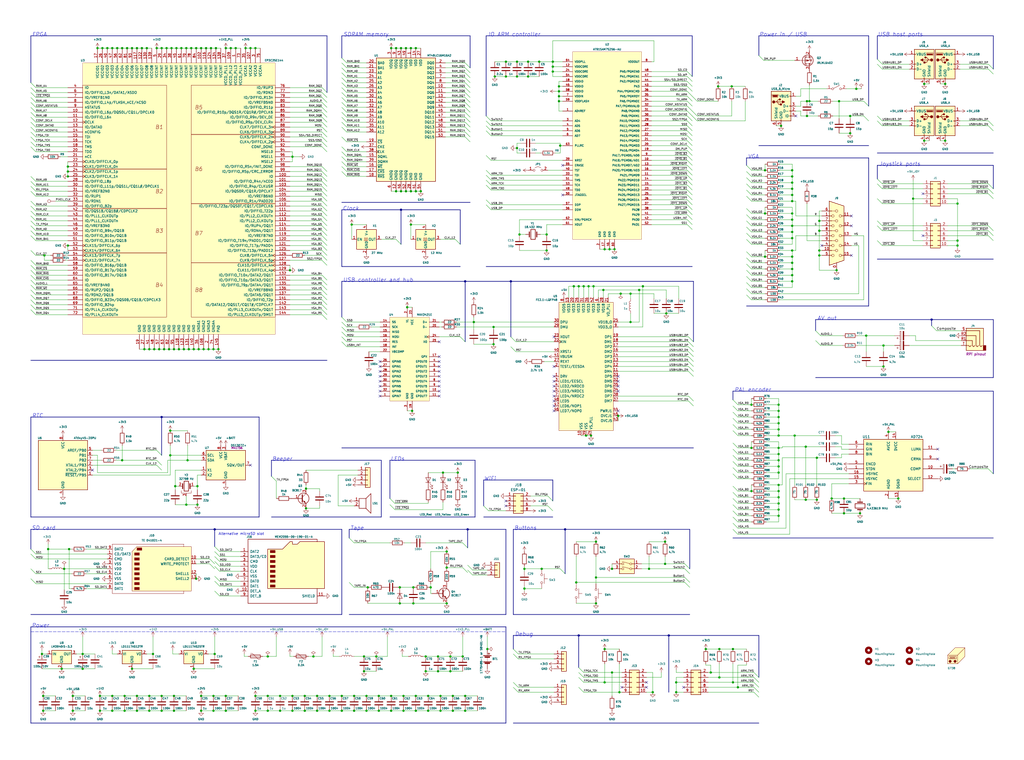
<source format=kicad_sch>
(kicad_sch (version 20210406) (generator eeschema)
  (paper "User" 526.999 391.008)
  (title_block (title "MIST.1010") (date "2021-08-14") (rev "A") (comment 1 "10x10 PCB variant of MIST FPGA project"))
  (lib_symbols
    (symbol "AT91SAM7S256-AU-001:AT91SAM7S256-AU-001" (pin_names (offset 1.016))
      (property "Reference" "U" (at -18.415 48.895 0))
      (property "Value" "AT91SAM7S256-AU-001" (at -5.715 48.895 0))
      (symbol "AT91SAM7S256-AU-001_0_0"
        (pin input line (at -22.86 17.78 0) (length 5.08) (name "ADVREF") (number "1"))
        (pin bidirectional line (at 22.86 -7.62 180) (length 5.08) (name "PA18/PGMD6/AD1") (number "10"))
        (pin bidirectional line (at 22.86 -15.24 180) (length 5.08) (name "PA21/PGMD9") (number "11"))
        (pin power_in line (at -22.86 40.64 0) (length 5.08) (name "VDDCORE") (number "12"))
        (pin bidirectional line (at 22.86 -10.16 180) (length 5.08) (name "PA19/PGMD7/AD2") (number "13"))
        (pin bidirectional line (at 22.86 -17.78 180) (length 5.08) (name "PA22/PGMD10") (number "14"))
        (pin bidirectional line (at 22.86 -20.32 180) (length 5.08) (name "PA23/PGMD11") (number "15"))
        (pin bidirectional line (at 22.86 -12.7 180) (length 5.08) (name "PA20/PGMD8/AD3") (number "16"))
        (pin power_in line (at -1.27 -53.34 90) (length 5.08) (name "GND") (number "17"))
        (pin power_in line (at -22.86 33.02 0) (length 5.08) (name "VDDIO") (number "18"))
        (pin bidirectional line (at 22.86 -2.54 180) (length 5.08) (name "PA16/PGMD4") (number "19"))
        (pin power_in line (at -3.81 -53.34 90) (length 5.08) (name "GND") (number "2"))
        (pin bidirectional line (at 22.86 0 180) (length 5.08) (name "PA15/PGMD3") (number "20"))
        (pin bidirectional line (at 22.86 2.54 180) (length 5.08) (name "PA14/PGMD2") (number "21"))
        (pin bidirectional line (at 22.86 5.08 180) (length 5.08) (name "PA13/PGMD1") (number "22"))
        (pin bidirectional line (at 22.86 -22.86 180) (length 5.08) (name "PA24/PGMD12") (number "23"))
        (pin power_in line (at -22.86 38.1 0) (length 5.08) (name "VDDCORE") (number "24"))
        (pin bidirectional line (at 22.86 -25.4 180) (length 5.08) (name "PA25/PGMD13") (number "25"))
        (pin bidirectional line (at 22.86 -27.94 180) (length 5.08) (name "PA26/PGMD14") (number "26"))
        (pin bidirectional line (at 22.86 7.62 180) (length 5.08) (name "PA12/PGMD0") (number "27"))
        (pin bidirectional line (at 22.86 10.16 180) (length 5.08) (name "PA11/PGMM3") (number "28"))
        (pin bidirectional line (at 22.86 12.7 180) (length 5.08) (name "PA10/PGMM2") (number "29"))
        (pin input line (at -22.86 12.7 0) (length 5.08) (name "AD4") (number "3"))
        (pin bidirectional line (at 22.86 15.24 180) (length 5.08) (name "PA9/PGMM1") (number "30"))
        (pin bidirectional line (at 22.86 17.78 180) (length 5.08) (name "PA8/PGMM0") (number "31"))
        (pin bidirectional line (at 22.86 20.32 180) (length 5.08) (name "PA7/PGMNVALID") (number "32"))
        (pin input line (at -22.86 -15.24 0) (length 5.08) (name "TDI") (number "33"))
        (pin bidirectional line (at 22.86 22.86 180) (length 5.08) (name "PA6/PGMNOE") (number "34"))
        (pin bidirectional line (at 22.86 25.4 180) (length 5.08) (name "PA5/PGMRDY") (number "35"))
        (pin bidirectional line (at 22.86 27.94 180) (length 5.08) (name "PA4/PGMNCMD") (number "36"))
        (pin bidirectional line (at 22.86 -30.48 180) (length 5.08) (name "PA27/PGMD15") (number "37"))
        (pin bidirectional line (at 22.86 -33.02 180) (length 5.08) (name "PA28") (number "38"))
        (pin bidirectional line (at -22.86 -7.62 0) (length 5.08) (name "NRST") (number "39"))
        (pin input line (at -22.86 10.16 0) (length 5.08) (name "AD5") (number "4"))
        (pin input line (at -22.86 -12.7 0) (length 5.08) (name "TST") (number "40"))
        (pin bidirectional line (at 22.86 -35.56 180) (length 5.08) (name "PA29") (number "41"))
        (pin bidirectional line (at 22.86 -38.1 180) (length 5.08) (name "PA30") (number "42"))
        (pin bidirectional line (at 22.86 30.48 180) (length 5.08) (name "PA3") (number "43"))
        (pin bidirectional line (at 22.86 33.02 180) (length 5.08) (name "PA2/PGMEN2") (number "44"))
        (pin power_in line (at -22.86 30.48 0) (length 5.08) (name "VDDIO") (number "45"))
        (pin power_in line (at 1.27 -53.34 90) (length 5.08) (name "GND") (number "46"))
        (pin bidirectional line (at 22.86 35.56 180) (length 5.08) (name "PA1/PGMEN1") (number "47"))
        (pin bidirectional line (at 22.86 38.1 180) (length 5.08) (name "PA0/PGMEN0") (number "48"))
        (pin output line (at -22.86 -22.86 0) (length 5.08) (name "TDO") (number "49"))
        (pin input line (at -22.86 7.62 0) (length 5.08) (name "AD6") (number "5"))
        (pin input line (at -22.86 -25.4 0) (length 5.08) (name "JTAGSEL") (number "50"))
        (pin input line (at -22.86 -17.78 0) (length 5.08) (name "TMS") (number "51"))
        (pin bidirectional line (at 22.86 -40.64 180) (length 5.08) (name "PA31") (number "52"))
        (pin input line (at -22.86 -20.32 0) (length 5.08) (name "TCK") (number "53"))
        (pin power_in line (at -22.86 35.56 0) (length 5.08) (name "VDDCORE") (number "54"))
        (pin input line (at -22.86 -10.16 0) (length 5.08) (name "ERASE") (number "55"))
        (pin bidirectional line (at -22.86 -33.02 0) (length 5.08) (name "DDM") (number "56"))
        (pin bidirectional line (at -22.86 -30.48 0) (length 5.08) (name "DDP") (number "57"))
        (pin power_in line (at -22.86 27.94 0) (length 5.08) (name "VDDIO") (number "58"))
        (pin power_in line (at -22.86 22.86 0) (length 5.08) (name "VDDFLASH") (number "59"))
        (pin input line (at -22.86 5.08 0) (length 5.08) (name "AD7") (number "6"))
        (pin power_in line (at 3.81 -53.34 90) (length 5.08) (name "GND") (number "60"))
        (pin output line (at -22.86 -40.64 0) (length 5.08) (name "XOUT") (number "61"))
        (pin input line (at -22.86 -38.1 0) (length 5.08) (name "XIN/PGMCK") (number "62"))
        (pin input line (at -22.86 0 0) (length 5.08) (name "PLLRC") (number "63"))
        (pin power_in line (at -22.86 43.18 0) (length 5.08) (name "VDDPLL") (number "64"))
        (pin power_in line (at -22.86 25.4 0) (length 5.08) (name "VDDIN") (number "7"))
        (pin power_out line (at 22.86 43.18 180) (length 5.08) (name "VDDOUT") (number "8"))
        (pin bidirectional line (at 22.86 -5.08 180) (length 5.08) (name "PA17/PGMD5/AD0") (number "9"))
      )
    )
    (symbol "Connector:AudioJack4"
      (property "Reference" "J" (at 0 8.89 0))
      (property "Value" "AudioJack4" (at 0 6.35 0))
      (symbol "AudioJack4_1_1"
        (pin passive line (at 5.08 -2.54 180) (length 2.54) (name "~") (number "R1"))
        (pin passive line (at 5.08 0 180) (length 2.54) (name "~") (number "R2"))
        (pin passive line (at 5.08 2.54 180) (length 2.54) (name "~") (number "S"))
        (pin passive line (at 5.08 -5.08 180) (length 2.54) (name "~") (number "T"))
      )
    )
    (symbol "Connector:DB15_Female_HighDensity_MountingHoles" (pin_names (offset 1.016) hide)
      (property "Reference" "J" (at 0 21.59 0))
      (property "Value" "DB15_Female_HighDensity_MountingHoles" (at 0 19.05 0))
      (symbol "DB15_Female_HighDensity_MountingHoles_1_1"
        (pin passive line (at 0 -17.78 90) (length 3.81) (name "~") (number "0"))
        (pin passive line (at -7.62 10.16 0) (length 5.08) (name "~") (number "1"))
        (pin passive line (at -7.62 -7.62 0) (length 5.08) (name "~") (number "10"))
        (pin passive line (at 7.62 10.16 180) (length 5.08) (name "~") (number "11"))
        (pin passive line (at 7.62 5.08 180) (length 5.08) (name "~") (number "12"))
        (pin passive line (at 7.62 0 180) (length 5.08) (name "~") (number "13"))
        (pin passive line (at 7.62 -5.08 180) (length 5.08) (name "~") (number "14"))
        (pin passive line (at 7.62 -10.16 180) (length 5.08) (name "~") (number "15"))
        (pin passive line (at -7.62 5.08 0) (length 5.08) (name "~") (number "2"))
        (pin passive line (at -7.62 0 0) (length 5.08) (name "~") (number "3"))
        (pin passive line (at -7.62 -5.08 0) (length 5.08) (name "~") (number "4"))
        (pin passive line (at -7.62 -10.16 0) (length 5.08) (name "~") (number "5"))
        (pin passive line (at -7.62 12.7 0) (length 5.08) (name "~") (number "6"))
        (pin passive line (at -7.62 7.62 0) (length 5.08) (name "~") (number "7"))
        (pin passive line (at -7.62 2.54 0) (length 5.08) (name "~") (number "8"))
        (pin passive line (at -7.62 -2.54 0) (length 5.08) (name "~") (number "9"))
      )
    )
    (symbol "Connector:Micro_SD_Card_Det" (pin_names (offset 1.016))
      (property "Reference" "J" (at -16.51 17.78 0))
      (property "Value" "Micro_SD_Card_Det" (at 16.51 17.78 0))
      (symbol "Micro_SD_Card_Det_1_1"
        (pin bidirectional line (at -22.86 10.16 0) (length 3.81) (name "DAT2") (number "1"))
        (pin passive line (at -22.86 -10.16 0) (length 3.81) (name "DET_A") (number "10"))
        (pin passive line (at 20.32 -12.7 180) (length 3.81) (name "SHIELD") (number "11"))
        (pin bidirectional line (at -22.86 7.62 0) (length 3.81) (name "DAT3/CD") (number "2"))
        (pin input line (at -22.86 5.08 0) (length 3.81) (name "CMD") (number "3"))
        (pin power_in line (at -22.86 2.54 0) (length 3.81) (name "VDD") (number "4"))
        (pin input line (at -22.86 0 0) (length 3.81) (name "CLK") (number "5"))
        (pin power_in line (at -22.86 -2.54 0) (length 3.81) (name "VSS") (number "6"))
        (pin bidirectional line (at -22.86 -5.08 0) (length 3.81) (name "DAT0") (number "7"))
        (pin bidirectional line (at -22.86 -7.62 0) (length 3.81) (name "DAT1") (number "8"))
        (pin passive line (at -22.86 -12.7 0) (length 3.81) (name "DET_B") (number "9"))
      )
    )
    (symbol "Connector:SD_Card" (pin_names (offset 1.016))
      (property "Reference" "J" (at -16.51 13.97 0))
      (property "Value" "SD_Card" (at 15.24 -13.97 0))
      (symbol "SD_Card_1_1"
        (pin input line (at -22.86 7.62 0) (length 2.54) (name "CD/DAT3") (number "1"))
        (pin input line (at 22.86 5.08 180) (length 2.54) (name "CARD_DETECT") (number "10"))
        (pin input line (at 22.86 2.54 180) (length 2.54) (name "WRITE_PROTECT") (number "11"))
        (pin input line (at 22.86 -2.54 180) (length 2.54) (name "SHELL1") (number "12"))
        (pin input line (at 22.86 -5.08 180) (length 2.54) (name "SHELL2") (number "13"))
        (pin input line (at -22.86 5.08 0) (length 2.54) (name "CMD") (number "2"))
        (pin power_in line (at -22.86 2.54 0) (length 2.54) (name "VSS") (number "3"))
        (pin power_in line (at -22.86 0 0) (length 2.54) (name "VDD") (number "4"))
        (pin input line (at -22.86 -2.54 0) (length 2.54) (name "CLK") (number "5"))
        (pin power_in line (at -22.86 -5.08 0) (length 2.54) (name "VSS") (number "6"))
        (pin input line (at -22.86 -7.62 0) (length 2.54) (name "DAT0") (number "7"))
        (pin input line (at -22.86 -10.16 0) (length 2.54) (name "DAT1") (number "8"))
        (pin input line (at -22.86 10.16 0) (length 2.54) (name "DAT2") (number "9"))
      )
    )
    (symbol "Connector:TestPoint" (pin_numbers hide) (pin_names (offset 0.762) hide)
      (property "Reference" "TP" (at 0 6.858 0))
      (property "Value" "TestPoint" (at 0 5.08 0))
      (symbol "TestPoint_1_1"
        (pin passive line (at 0 0 90) (length 2.54) (name "1") (number "1"))
      )
    )
    (symbol "Connector:USB_A" (pin_names (offset 1.016))
      (property "Reference" "J" (at -5.08 11.43 0))
      (property "Value" "USB_A" (at -5.08 8.89 0))
      (symbol "USB_A_1_1"
        (pin power_in line (at 7.62 5.08 180) (length 2.54) (name "VBUS") (number "1"))
        (pin passive line (at 7.62 -2.54 180) (length 2.54) (name "D-") (number "2"))
        (pin passive line (at 7.62 0 180) (length 2.54) (name "D+") (number "3"))
        (pin power_in line (at 0 -10.16 90) (length 2.54) (name "GND") (number "4"))
        (pin passive line (at -2.54 -10.16 90) (length 2.54) (name "Shield") (number "5"))
      )
    )
    (symbol "Connector:USB_B_Micro" (pin_names (offset 1.016))
      (property "Reference" "J" (at -5.08 11.43 0))
      (property "Value" "USB_B_Micro" (at -5.08 8.89 0))
      (symbol "USB_B_Micro_1_1"
        (pin power_out line (at 7.62 5.08 180) (length 2.54) (name "VBUS") (number "1"))
        (pin passive line (at 7.62 -2.54 180) (length 2.54) (name "D-") (number "2"))
        (pin passive line (at 7.62 0 180) (length 2.54) (name "D+") (number "3"))
        (pin passive line (at 7.62 -5.08 180) (length 2.54) (name "ID") (number "4"))
        (pin power_out line (at 0 -10.16 90) (length 2.54) (name "GND") (number "5"))
        (pin passive line (at -2.54 -10.16 90) (length 2.54) (name "Shield") (number "6"))
      )
    )
    (symbol "Connector_Generic:Conn_01x03" (pin_names (offset 1.016) hide)
      (property "Reference" "J" (at 0 5.08 0))
      (property "Value" "Conn_01x03" (at 0 -5.08 0))
      (symbol "Conn_01x03_1_1"
        (pin passive line (at -5.08 2.54 0) (length 3.81) (name "Pin_1") (number "1"))
        (pin passive line (at -5.08 0 0) (length 3.81) (name "Pin_2") (number "2"))
        (pin passive line (at -5.08 -2.54 0) (length 3.81) (name "Pin_3") (number "3"))
      )
    )
    (symbol "Connector_Generic:Conn_01x04" (pin_names (offset 1.016) hide)
      (property "Reference" "J" (at 0 5.08 0))
      (property "Value" "Conn_01x04" (at 0 -7.62 0))
      (symbol "Conn_01x04_1_1"
        (pin passive line (at -5.08 2.54 0) (length 3.81) (name "Pin_1") (number "1"))
        (pin passive line (at -5.08 0 0) (length 3.81) (name "Pin_2") (number "2"))
        (pin passive line (at -5.08 -2.54 0) (length 3.81) (name "Pin_3") (number "3"))
        (pin passive line (at -5.08 -5.08 0) (length 3.81) (name "Pin_4") (number "4"))
      )
    )
    (symbol "Connector_Generic:Conn_02x04_Odd_Even" (pin_names (offset 1.016) hide)
      (property "Reference" "J" (at 1.27 5.08 0))
      (property "Value" "Conn_02x04_Odd_Even" (at 1.27 -7.62 0))
      (symbol "Conn_02x04_Odd_Even_1_1"
        (pin passive line (at -5.08 2.54 0) (length 3.81) (name "Pin_1") (number "1"))
        (pin passive line (at 7.62 2.54 180) (length 3.81) (name "Pin_2") (number "2"))
        (pin passive line (at -5.08 0 0) (length 3.81) (name "Pin_3") (number "3"))
        (pin passive line (at 7.62 0 180) (length 3.81) (name "Pin_4") (number "4"))
        (pin passive line (at -5.08 -2.54 0) (length 3.81) (name "Pin_5") (number "5"))
        (pin passive line (at 7.62 -2.54 180) (length 3.81) (name "Pin_6") (number "6"))
        (pin passive line (at -5.08 -5.08 0) (length 3.81) (name "Pin_7") (number "7"))
        (pin passive line (at 7.62 -5.08 180) (length 3.81) (name "Pin_8") (number "8"))
      )
    )
    (symbol "Connector_Generic:Conn_02x05_Odd_Even" (pin_names (offset 1.016) hide)
      (property "Reference" "J" (at 1.27 7.62 0))
      (property "Value" "Conn_02x05_Odd_Even" (at 1.27 -7.62 0))
      (symbol "Conn_02x05_Odd_Even_1_1"
        (pin passive line (at -5.08 5.08 0) (length 3.81) (name "Pin_1") (number "1"))
        (pin passive line (at 7.62 -5.08 180) (length 3.81) (name "Pin_10") (number "10"))
        (pin passive line (at 7.62 5.08 180) (length 3.81) (name "Pin_2") (number "2"))
        (pin passive line (at -5.08 2.54 0) (length 3.81) (name "Pin_3") (number "3"))
        (pin passive line (at 7.62 2.54 180) (length 3.81) (name "Pin_4") (number "4"))
        (pin passive line (at -5.08 0 0) (length 3.81) (name "Pin_5") (number "5"))
        (pin passive line (at 7.62 0 180) (length 3.81) (name "Pin_6") (number "6"))
        (pin passive line (at -5.08 -2.54 0) (length 3.81) (name "Pin_7") (number "7"))
        (pin passive line (at 7.62 -2.54 180) (length 3.81) (name "Pin_8") (number "8"))
        (pin passive line (at -5.08 -5.08 0) (length 3.81) (name "Pin_9") (number "9"))
      )
    )
    (symbol "Device:Battery" (pin_numbers hide) (pin_names (offset 0) hide)
      (property "Reference" "BT" (at 2.54 2.54 0))
      (property "Value" "Battery" (at 2.54 0 0))
      (symbol "Battery_1_1"
        (pin passive line (at 0 5.08 270) (length 2.54) (name "+") (number "1"))
        (pin passive line (at 0 -5.08 90) (length 2.54) (name "-") (number "2"))
      )
    )
    (symbol "Device:C" (pin_numbers hide) (pin_names (offset 0.254))
      (property "Reference" "C" (at 0.635 2.54 0))
      (property "Value" "C" (at 0.635 -2.54 0))
      (symbol "C_1_1"
        (pin passive line (at 0 3.81 270) (length 2.794) (name "~") (number "1"))
        (pin passive line (at 0 -3.81 90) (length 2.794) (name "~") (number "2"))
      )
    )
    (symbol "Device:CP" (pin_numbers hide) (pin_names (offset 0.254))
      (property "Reference" "C" (at 0.635 2.54 0))
      (property "Value" "CP" (at 0.635 -2.54 0))
      (symbol "CP_1_1"
        (pin passive line (at 0 3.81 270) (length 2.794) (name "~") (number "1"))
        (pin passive line (at 0 -3.81 90) (length 2.794) (name "~") (number "2"))
      )
    )
    (symbol "Device:Crystal" (pin_numbers hide) (pin_names (offset 1.016) hide)
      (property "Reference" "Y" (at 0 3.81 0))
      (property "Value" "Crystal" (at 0 -3.81 0))
      (symbol "Crystal_1_1"
        (pin passive line (at -3.81 0 0) (length 1.27) (name "1") (number "1"))
        (pin passive line (at 3.81 0 180) (length 1.27) (name "2") (number "2"))
      )
    )
    (symbol "Device:Crystal_GND3" (pin_names (offset 1.016) hide)
      (property "Reference" "Y" (at 0 5.715 0))
      (property "Value" "Crystal_GND3" (at 0 3.81 0))
      (symbol "Crystal_GND3_1_1"
        (pin passive line (at -3.81 0 0) (length 1.27) (name "1") (number "1"))
        (pin passive line (at 3.81 0 180) (length 1.27) (name "2") (number "2"))
        (pin passive line (at 0 -5.08 90) (length 1.27) (name "3") (number "3"))
      )
    )
    (symbol "Device:D" (pin_numbers hide) (pin_names (offset 1.016) hide)
      (property "Reference" "D" (at 0 2.54 0))
      (property "Value" "D" (at 0 -2.54 0))
      (symbol "D_1_1"
        (pin passive line (at -3.81 0 0) (length 2.54) (name "K") (number "1"))
        (pin passive line (at 3.81 0 180) (length 2.54) (name "A") (number "2"))
      )
    )
    (symbol "Device:L" (pin_numbers hide) (pin_names (offset 1.016) hide)
      (property "Reference" "L" (at -1.27 0 90))
      (property "Value" "L" (at 1.905 0 90))
      (symbol "L_1_1"
        (pin passive line (at 0 3.81 270) (length 1.27) (name "1") (number "1"))
        (pin passive line (at 0 -3.81 90) (length 1.27) (name "2") (number "2"))
      )
    )
    (symbol "Device:LED" (pin_numbers hide) (pin_names (offset 1.016) hide)
      (property "Reference" "D" (at 0 2.54 0))
      (property "Value" "LED" (at 0 -2.54 0))
      (symbol "LED_1_1"
        (pin passive line (at -3.81 0 0) (length 2.54) (name "K") (number "1"))
        (pin passive line (at 3.81 0 180) (length 2.54) (name "A") (number "2"))
      )
    )
    (symbol "Device:Polyfuse" (pin_numbers hide) (pin_names (offset 0))
      (property "Reference" "F" (at -2.54 0 90))
      (property "Value" "Polyfuse" (at 2.54 0 90))
      (symbol "Polyfuse_1_1"
        (pin passive line (at 0 3.81 270) (length 1.27) (name "~") (number "1"))
        (pin passive line (at 0 -3.81 90) (length 1.27) (name "~") (number "2"))
      )
    )
    (symbol "Device:R" (pin_numbers hide) (pin_names (offset 0))
      (property "Reference" "R" (at 2.032 0 90))
      (property "Value" "R" (at 0 0 90))
      (symbol "R_1_1"
        (pin passive line (at 0 3.81 270) (length 1.27) (name "~") (number "1"))
        (pin passive line (at 0 -3.81 90) (length 1.27) (name "~") (number "2"))
      )
    )
    (symbol "Device:Speaker" (pin_names (offset 0) hide)
      (property "Reference" "LS" (at 1.27 5.715 0))
      (property "Value" "Speaker" (at 1.27 3.81 0))
      (symbol "Speaker_1_1"
        (pin input line (at -5.08 0 0) (length 2.54) (name "1") (number "1"))
        (pin input line (at -5.08 -2.54 0) (length 2.54) (name "2") (number "2"))
      )
    )
    (symbol "EP3C25E144:EP3C25E144" (pin_names (offset 1.016))
      (property "Reference" "U" (at 0 -2.54 0))
      (property "Value" "EP3C25E144" (at 0 2.54 0))
      (symbol "EP3C25E144_0_0"
        (text "B1" (at -10.16 36.83 0) (effects (font (size 2 2) italic)))
        (text "B2" (at -10.16 3.81 0) (effects (font (size 2 2) italic)))
        (text "B3" (at -10.16 -16.51 0) (effects (font (size 2 2) italic)))
        (text "B4" (at -10.16 -44.45 0) (effects (font (size 2 2) italic)))
        (text "B5" (at 10.16 46.99 0) (effects (font (size 2 2) italic)))
        (text "B6" (at 10.16 15.24 0) (effects (font (size 2 2) italic)))
        (text "B7" (at 10.16 -17.78 0) (effects (font (size 2 2) italic)))
        (text "B8" (at 10.16 -46.99 0) (effects (font (size 2 2) italic)))
      )
      (symbol "EP3C25E144_1_1"
        (pin power_in line (at 29.21 77.47 270) (length 7.62) (name "VCCD_PLL3") (number "1"))
        (pin bidirectional line (at -57.15 44.45 0) (length 7.62) (name "IO/DIFFIO_L6p/DQS0L/CQ1L/DPCLK0") (number "10"))
        (pin bidirectional line (at 57.15 11.43 180) (length 7.62) (name "IO") (number "100"))
        (pin bidirectional line (at 57.15 8.89 180) (length 7.62) (name "IO/DIFFIO_R4n/nCEO") (number "101"))
        (pin power_in line (at 11.43 77.47 270) (length 7.62) (name "VCCINT") (number "102"))
        (pin bidirectional line (at 57.15 6.35 180) (length 7.62) (name "IO/DIFFIO_R4p/CLKUSR") (number "103"))
        (pin bidirectional line (at 57.15 3.81 180) (length 7.62) (name "IO/DQS0R/CQ1R/DPCLK7") (number "104"))
        (pin bidirectional line (at 57.15 1.27 180) (length 7.62) (name "IO/VREFB6N0") (number "105"))
        (pin bidirectional line (at 57.15 -1.27 180) (length 7.62) (name "IO/DIFFIO_R1n/PADD20") (number "106"))
        (pin power_in line (at 36.83 77.47 270) (length 7.62) (name "VCCA2") (number "107"))
        (pin power_in line (at 12.7 -77.47 90) (length 7.62) (name "GNDA2") (number "108"))
        (pin power_in line (at 26.67 77.47 270) (length 7.62) (name "VCCD_PLL2") (number "109"))
        (pin bidirectional line (at -57.15 41.91 0) (length 7.62) (name "IO/DIFFIO_L6n") (number "11"))
        (pin bidirectional line (at 57.15 -3.81 180) (length 7.62) (name "IO/DIFFIO_T23p/DQS0T/CQ1T/CDPCLK6") (number "110"))
        (pin bidirectional line (at 57.15 -6.35 180) (length 7.62) (name "IO/DIFFIO_T22p") (number "111"))
        (pin bidirectional line (at 57.15 -8.89 180) (length 7.62) (name "IO/PLL2_CLKOUTn") (number "112"))
        (pin bidirectional line (at 57.15 -11.43 180) (length 7.62) (name "IO/PLL2_CLKOUTp") (number "113"))
        (pin bidirectional line (at 57.15 -13.97 180) (length 7.62) (name "IO/RUP4/DQ1T") (number "114"))
        (pin bidirectional line (at 57.15 -16.51 180) (length 7.62) (name "IO/RDN4/DQ1T") (number "115"))
        (pin power_in line (at 13.97 77.47 270) (length 7.62) (name "VCCINT") (number "116"))
        (pin power_in line (at -21.59 77.47 270) (length 7.62) (name "VCCIO7") (number "117"))
        (pin power_in line (at 0 -77.47 90) (length 7.62) (name "GND") (number "118"))
        (pin bidirectional line (at 57.15 -19.05 180) (length 7.62) (name "IO/VREFB7N0") (number "119"))
        (pin input clock (at -57.15 39.37 0) (length 7.62) (name "DCLK") (number "12"))
        (pin bidirectional line (at 57.15 -21.59 180) (length 7.62) (name "IO/DIFFIO_T19n/PADD1/DQ1T") (number "120"))
        (pin bidirectional line (at 57.15 -24.13 180) (length 7.62) (name "IO/DIFFIO_T17p/PADD4") (number "121"))
        (pin power_in line (at -19.05 77.47 270) (length 7.62) (name "VCCIO7") (number "122"))
        (pin power_in line (at 2.54 -77.47 90) (length 7.62) (name "GND") (number "123"))
        (pin power_in line (at 16.51 77.47 270) (length 7.62) (name "VCCINT") (number "124"))
        (pin bidirectional line (at 57.15 -26.67 180) (length 7.62) (name "IO/DIFFIO_T13p/PADD12") (number "125"))
        (pin input clock (at 57.15 -29.21 180) (length 7.62) (name "CLK8/DIFFCLK_5n") (number "126"))
        (pin input clock (at 57.15 -31.75 180) (length 7.62) (name "CLK9/DIFFCLK_5p") (number "127"))
        (pin input clock (at 57.15 -34.29 180) (length 7.62) (name "CLK10/DIFFCLK_4n") (number "128"))
        (pin input clock (at 57.15 -36.83 180) (length 7.62) (name "CLK11/DIFFCLK_4p") (number "129"))
        (pin bidirectional line (at -57.15 36.83 0) (length 7.62) (name "IO/DATA0") (number "13"))
        (pin power_in line (at -16.51 77.47 270) (length 7.62) (name "VCCIO8") (number "130"))
        (pin power_in line (at 5.08 -77.47 90) (length 7.62) (name "GND") (number "131"))
        (pin bidirectional line (at 57.15 -39.37 180) (length 7.62) (name "IO/DIFFIO_T10n/DATA2/DQ1T") (number "132"))
        (pin bidirectional line (at 57.15 -41.91 180) (length 7.62) (name "IO/DIFFIO_T10p/DATA3/DQ1T") (number "133"))
        (pin power_in line (at 19.05 77.47 270) (length 7.62) (name "VCCINT") (number "134"))
        (pin bidirectional line (at 57.15 -44.45 180) (length 7.62) (name "IO/DIFFIO_T9p/DATA4/DQ1T") (number "135"))
        (pin bidirectional line (at 57.15 -46.99 180) (length 7.62) (name "IO/VREFB8N0") (number "136"))
        (pin bidirectional line (at 57.15 -49.53 180) (length 7.62) (name "IO/DATA5/DQ1T") (number "137"))
        (pin power_in line (at 21.59 77.47 270) (length 7.62) (name "VCCINT") (number "138"))
        (pin power_in line (at -13.97 77.47 270) (length 7.62) (name "VCCIO8") (number "139"))
        (pin input line (at -57.15 34.29 0) (length 7.62) (name "nCONFIG") (number "14"))
        (pin power_in line (at 7.62 -77.47 90) (length 7.62) (name "GND") (number "140"))
        (pin bidirectional line (at 57.15 -52.07 180) (length 7.62) (name "IO/DIFFIO_T2p") (number "141"))
        (pin bidirectional line (at 57.15 -54.61 180) (length 7.62) (name "IO/DATA12/DQS1T/CQ1T#/CDPCLK7") (number "142"))
        (pin bidirectional line (at 57.15 -57.15 180) (length 7.62) (name "IO/PLL3_CLKOUTn/DQ1T") (number "143"))
        (pin bidirectional line (at 57.15 -59.69 180) (length 7.62) (name "IO/PLL3_CLKOUTp/DM1T") (number "144"))
        (pin power_in line (at 20.32 -77.47 90) (length 7.62) (name "PAD") (number "145"))
        (pin input line (at -57.15 31.75 0) (length 7.62) (name "TDI") (number "15"))
        (pin input line (at -57.15 29.21 0) (length 7.62) (name "TCK") (number "16"))
        (pin power_in line (at -41.91 77.47 270) (length 7.62) (name "VCCIO1") (number "17"))
        (pin input line (at -57.15 26.67 0) (length 7.62) (name "TMS") (number "18"))
        (pin power_in line (at -20.32 -77.47 90) (length 7.62) (name "GND") (number "19"))
        (pin power_in line (at 15.24 -77.47 90) (length 7.62) (name "GNDA3") (number "2"))
        (pin output line (at -57.15 24.13 0) (length 7.62) (name "TDO") (number "20"))
        (pin input line (at -57.15 21.59 0) (length 7.62) (name "nCE") (number "21"))
        (pin input clock (at -57.15 19.05 0) (length 7.62) (name "CLK0/DIFFCLK_0p") (number "22"))
        (pin input clock (at -57.15 16.51 0) (length 7.62) (name "CLK1/DIFFCLK_0n") (number "23"))
        (pin input clock (at -57.15 13.97 0) (length 7.62) (name "CLK2/DIFFCLK_1p") (number "24"))
        (pin input clock (at -57.15 11.43 0) (length 7.62) (name "CLK3/DIFFCLK_1n") (number "25"))
        (pin power_in line (at -39.37 77.47 270) (length 7.62) (name "VCCIO2") (number "26"))
        (pin power_in line (at -17.78 -77.47 90) (length 7.62) (name "GND") (number "27"))
        (pin bidirectional line (at -57.15 8.89 0) (length 7.62) (name "IO/DIFFIO_L8p") (number "28"))
        (pin power_in line (at -8.89 77.47 270) (length 7.62) (name "VCCINT") (number "29"))
        (pin power_in line (at 39.37 77.47 270) (length 7.62) (name "VCCA3") (number "3"))
        (pin bidirectional line (at -57.15 6.35 0) (length 7.62) (name "IO/DIFFIO_L11p/DQS1L/CQ1L#/DPCLK1") (number "30"))
        (pin bidirectional line (at -57.15 3.81 0) (length 7.62) (name "IO/VREFB2N0") (number "31"))
        (pin bidirectional line (at -57.15 1.27 0) (length 7.62) (name "IO/RUP1") (number "32"))
        (pin bidirectional line (at -57.15 -1.27 0) (length 7.62) (name "IO/RDN1") (number "33"))
        (pin power_in line (at -6.35 77.47 270) (length 7.62) (name "VCCINT") (number "34"))
        (pin power_in line (at 34.29 77.47 270) (length 7.62) (name "VCCA1") (number "35"))
        (pin power_in line (at 10.16 -77.47 90) (length 7.62) (name "GNDA1") (number "36"))
        (pin power_in line (at 24.13 77.47 270) (length 7.62) (name "VCCD_PLL1") (number "37"))
        (pin power_in line (at -3.81 77.47 270) (length 7.62) (name "VCCINT") (number "38"))
        (pin bidirectional line (at -57.15 -3.81 0) (length 7.62) (name "IO/DIFFIO_B2p") (number "39"))
        (pin bidirectional line (at -57.15 57.15 0) (length 7.62) (name "IO") (number "4"))
        (pin power_in line (at -36.83 77.47 270) (length 7.62) (name "VCCIO3") (number "40"))
        (pin power_in line (at -15.24 -77.47 90) (length 7.62) (name "GND") (number "41"))
        (pin bidirectional line (at -57.15 -6.35 0) (length 7.62) (name "IO/DQS1B/CQ1B#/CDPCLK2") (number "42"))
        (pin bidirectional line (at -57.15 -8.89 0) (length 7.62) (name "IO/PLL1_CLKOUTp") (number "43"))
        (pin bidirectional line (at -57.15 -11.43 0) (length 7.62) (name "IO/PLL1_CLKOUTn") (number "44"))
        (pin power_in line (at -1.27 77.47 270) (length 7.62) (name "VCCINT") (number "45"))
        (pin bidirectional line (at -57.15 -13.97 0) (length 7.62) (name "IO/VREFB3N0") (number "46"))
        (pin power_in line (at -34.29 77.47 270) (length 7.62) (name "VCCIO3") (number "47"))
        (pin power_in line (at -12.7 -77.47 90) (length 7.62) (name "GND") (number "48"))
        (pin bidirectional line (at -57.15 -16.51 0) (length 7.62) (name "IO/DIFFIO_B9n/DQ1B") (number "49"))
        (pin power_in line (at -11.43 77.47 270) (length 7.62) (name "VCCINT") (number "5"))
        (pin bidirectional line (at -57.15 -19.05 0) (length 7.62) (name "IO/DIFFIO_B10n/DQ1B") (number "50"))
        (pin bidirectional line (at -57.15 -21.59 0) (length 7.62) (name "IO/DIFFIO_B11p/DQ1B") (number "51"))
        (pin input clock (at -57.15 -24.13 0) (length 7.62) (name "CLK15/DIFFCLK_6p") (number "52"))
        (pin input clock (at -57.15 -26.67 0) (length 7.62) (name "CLK14/DIFFCLK_6n") (number "53"))
        (pin input clock (at -57.15 -29.21 0) (length 7.62) (name "CLK13/DIFFCLK_7p") (number "54"))
        (pin input clock (at -57.15 -31.75 0) (length 7.62) (name "CLK12/DIFFCLK_7n") (number "55"))
        (pin power_in line (at -31.75 77.47 270) (length 7.62) (name "VCCIO4") (number "56"))
        (pin power_in line (at -10.16 -77.47 90) (length 7.62) (name "GND") (number "57"))
        (pin bidirectional line (at -57.15 -34.29 0) (length 7.62) (name "IO/DIFFIO_B16p/DQ1B") (number "58"))
        (pin bidirectional line (at -57.15 -36.83 0) (length 7.62) (name "IO/DIFFIO_B17p/DQ1B") (number "59"))
        (pin bidirectional line (at -57.15 54.61 0) (length 7.62) (name "IO/DIFFIO_L3n/DATA1/ASDO") (number "6"))
        (pin bidirectional line (at -57.15 -39.37 0) (length 7.62) (name "IO/DIFFIO_B17n/DQ1B") (number "60"))
        (pin power_in line (at 1.27 77.47 270) (length 7.62) (name "VCCINT") (number "61"))
        (pin power_in line (at -29.21 77.47 270) (length 7.62) (name "VCCIO4") (number "62"))
        (pin power_in line (at -7.62 -77.47 90) (length 7.62) (name "GND") (number "63"))
        (pin bidirectional line (at -57.15 -41.91 0) (length 7.62) (name "IO") (number "64"))
        (pin bidirectional line (at -57.15 -44.45 0) (length 7.62) (name "IO/VREFB4N0") (number "65"))
        (pin bidirectional line (at -57.15 -46.99 0) (length 7.62) (name "IO/RUP2/DQ1B") (number "66"))
        (pin bidirectional line (at -57.15 -49.53 0) (length 7.62) (name "IO/RDN2/DQ1B") (number "67"))
        (pin bidirectional line (at -57.15 -52.07 0) (length 7.62) (name "IO/DIFFIO_B23n/DQS0B/CQ1B/CDPCLK3") (number "68"))
        (pin bidirectional line (at -57.15 -54.61 0) (length 7.62) (name "IO/DIFFIO_B24p") (number "69"))
        (pin bidirectional line (at -57.15 52.07 0) (length 7.62) (name "IO/VREFB1N0") (number "7"))
        (pin power_in line (at 3.81 77.47 270) (length 7.62) (name "VCCINT") (number "70"))
        (pin bidirectional line (at -57.15 -57.15 0) (length 7.62) (name "IO/PLL4_CLKOUTp") (number "71"))
        (pin bidirectional line (at -57.15 -59.69 0) (length 7.62) (name "IO/PLL4_CLKOUTn") (number "72"))
        (pin power_in line (at 31.75 77.47 270) (length 7.62) (name "VCCD_PLL4") (number "73"))
        (pin power_in line (at 17.78 -77.47 90) (length 7.62) (name "GNDA4") (number "74"))
        (pin power_in line (at 41.91 77.47 270) (length 7.62) (name "VCCA4") (number "75"))
        (pin bidirectional line (at 57.15 57.15 180) (length 7.62) (name "IO/RUP3") (number "76"))
        (pin bidirectional line (at 57.15 54.61 180) (length 7.62) (name "IO/RDN3") (number "77"))
        (pin power_in line (at 6.35 77.47 270) (length 7.62) (name "VCCINT") (number "78"))
        (pin bidirectional line (at 57.15 52.07 180) (length 7.62) (name "IO/DIFFIO_R13n") (number "79"))
        (pin bidirectional line (at -57.15 49.53 0) (length 7.62) (name "IO/DIFFIO_L4p/FLASH_nCE/nCSO") (number "8"))
        (pin bidirectional line (at 57.15 49.53 180) (length 7.62) (name "IO/VREFB5N0") (number "80"))
        (pin power_in line (at -26.67 77.47 270) (length 7.62) (name "VCCIO5") (number "81"))
        (pin power_in line (at -5.08 -77.47 90) (length 7.62) (name "GND") (number "82"))
        (pin bidirectional line (at 57.15 46.99 180) (length 7.62) (name "IO/DIFFIO_R11p") (number "83"))
        (pin power_in line (at 8.89 77.47 270) (length 7.62) (name "VCCINT") (number "84"))
        (pin bidirectional line (at 57.15 44.45 180) (length 7.62) (name "IO/DIFFIO_R10p/DQS1R/CQ1R#/DPCLK6") (number "85"))
        (pin bidirectional line (at 57.15 41.91 180) (length 7.62) (name "IO/DIFFIO_R9n/DEV_OE") (number "86"))
        (pin bidirectional line (at 57.15 39.37 180) (length 7.62) (name "IO/DIFFIO_R9p/DEV_CLRn") (number "87"))
        (pin input clock (at 57.15 36.83 180) (length 7.62) (name "CLK7/DIFFCLK_3n") (number "88"))
        (pin input clock (at 57.15 34.29 180) (length 7.62) (name "CLK6/DIFFCLK_3p") (number "89"))
        (pin output line (at -57.15 46.99 0) (length 7.62) (name "nSTATUS") (number "9"))
        (pin input clock (at 57.15 31.75 180) (length 7.62) (name "CLK5/DIFFCLK_2n") (number "90"))
        (pin input clock (at 57.15 29.21 180) (length 7.62) (name "CLK4/DIFFCLK_2p") (number "91"))
        (pin output line (at 57.15 26.67 180) (length 7.62) (name "CONF_DONE") (number "92"))
        (pin power_in line (at -24.13 77.47 270) (length 7.62) (name "VCCIO6") (number "93"))
        (pin input line (at 57.15 24.13 180) (length 7.62) (name "MSEL0") (number "94"))
        (pin power_in line (at -2.54 -77.47 90) (length 7.62) (name "GND") (number "95"))
        (pin input line (at 57.15 21.59 180) (length 7.62) (name "MSEL1") (number "96"))
        (pin input line (at 57.15 19.05 180) (length 7.62) (name "MSEL2") (number "97"))
        (pin bidirectional line (at 57.15 16.51 180) (length 7.62) (name "IO/DIFFIO_R5n/INIT_DONE") (number "98"))
        (pin bidirectional line (at 57.15 13.97 180) (length 7.62) (name "IO/DIFFIO_R5p/CRC_ERROR") (number "99"))
      )
    )
    (symbol "Jumper:Jumper_2_Open" (pin_names (offset 0) hide)
      (property "Reference" "JP" (at 0 2.794 0))
      (property "Value" "Jumper_2_Open" (at 0 -2.286 0))
      (symbol "Jumper_2_Open_1_1"
        (pin passive line (at -5.08 0 0) (length 2.54) (name "A") (number "1"))
        (pin passive line (at 5.08 0 180) (length 2.54) (name "B") (number "2"))
      )
    )
    (symbol "MAX3421E:MAX3421E" (pin_names (offset 1.016))
      (property "Reference" "U" (at -10.795 20.955 0))
      (property "Value" "MAX3421E" (at 4.445 20.955 0))
      (symbol "MAX3421E_0_0"
        (pin input line (at -15.24 -20.32 0) (length 5.08) (name "GPIN7") (number "1"))
        (pin output line (at 15.24 -17.78 180) (length 5.08) (name "GPOUT6") (number "10"))
        (pin output line (at 15.24 -20.32 180) (length 5.08) (name "GPOUT7") (number "11"))
        (pin input line (at -15.24 7.62 0) (length 5.08) (name "RES") (number "12"))
        (pin input line (at -15.24 15.24 0) (length 5.08) (name "SCK") (number "13"))
        (pin input line (at -15.24 17.78 0) (length 5.08) (name "SS") (number "14"))
        (pin output line (at -15.24 12.7 0) (length 5.08) (name "MISO") (number "15"))
        (pin bidirectional line (at -15.24 10.16 0) (length 5.08) (name "MOSI") (number "16"))
        (pin output line (at 15.24 0 180) (length 5.08) (name "GPX") (number "17"))
        (pin output line (at -15.24 5.08 0) (length 5.08) (name "INT") (number "18"))
        (pin power_in line (at 1.27 -27.94 90) (length 5.08) (name "GND") (number "19"))
        (pin power_in line (at -1.27 25.4 270) (length 5.08) (name "VL") (number "2"))
        (pin bidirectional line (at 15.24 15.24 180) (length 5.08) (name "D-") (number "20"))
        (pin bidirectional line (at 15.24 17.78 180) (length 5.08) (name "D+") (number "21"))
        (pin bidirectional line (at -15.24 2.54 0) (length 5.08) (name "VBCOMP") (number "22"))
        (pin power_in line (at 1.27 25.4 270) (length 5.08) (name "VCC") (number "23"))
        (pin input clock (at 15.24 10.16 180) (length 5.08) (name "XI") (number "24"))
        (pin output line (at 15.24 7.62 180) (length 5.08) (name "XO") (number "25"))
        (pin input line (at -15.24 -2.54 0) (length 5.08) (name "GPIN0") (number "26"))
        (pin input line (at -15.24 -5.08 0) (length 5.08) (name "GPIN1") (number "27"))
        (pin input line (at -15.24 -7.62 0) (length 5.08) (name "GPIN2") (number "28"))
        (pin input line (at -15.24 -10.16 0) (length 5.08) (name "GPIN3") (number "29"))
        (pin power_in line (at -1.27 -27.94 90) (length 5.08) (name "GND") (number "3"))
        (pin input line (at -15.24 -12.7 0) (length 5.08) (name "GPIN4") (number "30"))
        (pin input line (at -15.24 -15.24 0) (length 5.08) (name "GPIN5") (number "31"))
        (pin input line (at -15.24 -17.78 0) (length 5.08) (name "GPIN6") (number "32"))
        (pin output line (at 15.24 -2.54 180) (length 5.08) (name "GPOUT0") (number "4"))
        (pin output line (at 15.24 -5.08 180) (length 5.08) (name "GPOUT1") (number "5"))
        (pin output line (at 15.24 -7.62 180) (length 5.08) (name "GPOUT2") (number "6"))
        (pin output line (at 15.24 -10.16 180) (length 5.08) (name "GPOUT3") (number "7"))
        (pin output line (at 15.24 -12.7 180) (length 5.08) (name "GPOUT4") (number "8"))
        (pin output line (at 15.24 -15.24 180) (length 5.08) (name "GPOUT5") (number "9"))
      )
    )
    (symbol "MCU_Microchip_ATtiny:ATtiny85V-10PU"
      (property "Reference" "U" (at -12.7 13.97 0))
      (property "Value" "ATtiny85V-10PU" (at 2.54 -13.97 0))
      (symbol "ATtiny85V-10PU_1_1"
        (pin tri_state line (at 15.24 -5.08 180) (length 2.54) (name "~RESET~/PB5") (number "1"))
        (pin tri_state line (at 15.24 0 180) (length 2.54) (name "XTAL1/PB3") (number "2"))
        (pin tri_state line (at 15.24 -2.54 180) (length 2.54) (name "XTAL2/PB4") (number "3"))
        (pin power_in line (at 0 -15.24 90) (length 2.54) (name "GND") (number "4"))
        (pin tri_state line (at 15.24 7.62 180) (length 2.54) (name "AREF/PB0") (number "5"))
        (pin tri_state line (at 15.24 5.08 180) (length 2.54) (name "PB1") (number "6"))
        (pin tri_state line (at 15.24 2.54 180) (length 2.54) (name "PB2") (number "7"))
        (pin power_in line (at 0 15.24 270) (length 2.54) (name "VCC") (number "8"))
      )
    )
    (symbol "Mechanical:Housing" (pin_names (offset 1.016))
      (property "Reference" "N" (at 3.81 0 0))
      (property "Value" "Housing" (at 3.81 -1.905 0))
    )
    (symbol "Mechanical:MountingHole" (pin_names (offset 1.016))
      (property "Reference" "H" (at 0 5.08 0))
      (property "Value" "MountingHole" (at 0 3.175 0))
    )
    (symbol "Oscillator:XO91" (pin_names (offset 0.254))
      (property "Reference" "X" (at -5.08 6.35 0))
      (property "Value" "XO91" (at 1.27 -6.35 0))
      (symbol "XO91_1_1"
        (pin input line (at -7.62 0 0) (length 2.54) (name "EN") (number "1"))
        (pin power_in line (at 0 -7.62 90) (length 2.54) (name "GND") (number "2"))
        (pin output line (at 7.62 0 180) (length 2.54) (name "OUT") (number "3"))
        (pin power_in line (at 0 7.62 270) (length 2.54) (name "V+") (number "4"))
      )
    )
    (symbol "Regulator_Linear:AZ1117-1.2" (pin_names (offset 0.254))
      (property "Reference" "U" (at -3.81 3.175 0))
      (property "Value" "AZ1117-1.2" (at 0 3.175 0))
      (symbol "AZ1117-1.2_1_1"
        (pin power_in line (at 0 -7.62 90) (length 2.54) (name "GND") (number "1"))
        (pin power_out line (at 7.62 0 180) (length 2.54) (name "VO") (number "2"))
        (pin power_in line (at -7.62 0 0) (length 2.54) (name "VI") (number "3"))
      )
    )
    (symbol "Regulator_Linear:AZ1117-2.5" (pin_names (offset 0.254))
      (property "Reference" "U" (at -3.81 3.175 0))
      (property "Value" "AZ1117-2.5" (at 0 3.175 0))
      (symbol "AZ1117-2.5_1_1"
        (pin power_in line (at 0 -7.62 90) (length 2.54) (name "GND") (number "1"))
        (pin power_out line (at 7.62 0 180) (length 2.54) (name "VO") (number "2"))
        (pin power_in line (at -7.62 0 0) (length 2.54) (name "VI") (number "3"))
      )
    )
    (symbol "Regulator_Linear:L7805" (pin_names (offset 0.254))
      (property "Reference" "U" (at -3.81 3.175 0))
      (property "Value" "L7805" (at 0 3.175 0))
      (symbol "L7805_1_1"
        (pin power_in line (at -7.62 0 0) (length 2.54) (name "IN") (number "1"))
        (pin power_in line (at 0 -7.62 90) (length 2.54) (name "GND") (number "2"))
        (pin power_out line (at 7.62 0 180) (length 2.54) (name "OUT") (number "3"))
      )
    )
    (symbol "Switch:SW_DIP_x02" (pin_names (offset 0) hide)
      (property "Reference" "SW" (at 0 6.35 0))
      (property "Value" "SW_DIP_x02" (at 0 -3.81 0))
      (symbol "SW_DIP_x02_1_1"
        (pin passive line (at -7.62 2.54 0) (length 5.08) (name "~") (number "1"))
        (pin passive line (at -7.62 0 0) (length 5.08) (name "~") (number "2"))
        (pin passive line (at 7.62 0 180) (length 5.08) (name "~") (number "3"))
        (pin passive line (at 7.62 2.54 180) (length 5.08) (name "~") (number "4"))
      )
    )
    (symbol "Switch:SW_Push" (pin_numbers hide) (pin_names (offset 1.016) hide)
      (property "Reference" "SW" (at 1.27 2.54 0))
      (property "Value" "SW_Push" (at 0 -1.524 0))
      (symbol "SW_Push_0_1"
        (pin passive line (at -5.08 0 0) (length 2.54) (name "1") (number "1"))
        (pin passive line (at 5.08 0 180) (length 2.54) (name "2") (number "2"))
      )
    )
    (symbol "Switch:SW_SPST" (pin_names (offset 0) hide)
      (property "Reference" "SW" (at 0 3.175 0))
      (property "Value" "SW_SPST" (at 0 -2.54 0))
      (symbol "SW_SPST_1_1"
        (pin passive line (at -5.08 0 0) (length 2.54) (name "A") (number "1"))
        (pin passive line (at 5.08 0 180) (length 2.54) (name "B") (number "2"))
      )
    )
    (symbol "Timer_RTC:DS1307Z+"
      (property "Reference" "U" (at -8.89 8.89 0))
      (property "Value" "DS1307Z+" (at 1.27 8.89 0))
      (symbol "DS1307Z+_1_1"
        (pin input line (at -12.7 -2.54 0) (length 2.54) (name "X1") (number "1"))
        (pin input line (at -12.7 -5.08 0) (length 2.54) (name "X2") (number "2"))
        (pin power_in line (at 0 10.16 270) (length 2.54) (name "VBAT") (number "3"))
        (pin power_in line (at 0 -10.16 90) (length 2.54) (name "GND") (number "4"))
        (pin bidirectional line (at -12.7 2.54 0) (length 2.54) (name "SDA") (number "5"))
        (pin input line (at -12.7 5.08 0) (length 2.54) (name "SCL") (number "6"))
        (pin open_collector line (at 12.7 0 180) (length 2.54) (name "SQW/OUT") (number "7"))
        (pin power_in line (at -2.54 10.16 270) (length 2.54) (name "VCC") (number "8"))
      )
    )
    (symbol "Transistor_BJT:BC817" (pin_names (offset 0) hide)
      (property "Reference" "Q" (at 5.08 1.905 0))
      (property "Value" "BC817" (at 5.08 0 0))
      (symbol "BC817_1_1"
        (pin input line (at -5.08 0 0) (length 5.715) (name "B") (number "1"))
        (pin passive line (at 2.54 -5.08 90) (length 2.54) (name "E") (number "2"))
        (pin passive line (at 2.54 5.08 270) (length 2.54) (name "C") (number "3"))
      )
    )
    (symbol "Transistor_FET:IRLML6402" (pin_names (offset 0) hide)
      (property "Reference" "Q" (at 5.08 1.905 0))
      (property "Value" "IRLML6402" (at 5.08 0 0))
      (symbol "IRLML6402_1_1"
        (pin input line (at -5.08 0 0) (length 2.54) (name "G") (number "1"))
        (pin passive line (at 2.54 -5.08 90) (length 2.54) (name "S") (number "2"))
        (pin passive line (at 2.54 5.08 270) (length 2.54) (name "D") (number "3"))
      )
    )
    (symbol "ad724:AD724" (pin_names (offset 1.016))
      (property "Reference" "U" (at -13.97 13.97 0))
      (property "Value" "AD724" (at 12.7 13.97 0))
      (symbol "AD724_1_1"
        (pin input line (at -22.86 -2.54 0) (length 7.62) (name "STDN") (number "1"))
        (pin output line (at 22.86 -2.54 180) (length 7.62) (name "COMP") (number "10"))
        (pin output line (at 22.86 7.62 180) (length 7.62) (name "LUMA") (number "11"))
        (pin input line (at 22.86 -7.62 180) (length 7.62) (name "SELECT") (number "12"))
        (pin power_in line (at 2.54 -17.78 90) (length 3.81) (name "DGND") (number "13"))
        (pin power_in line (at 1.27 16.51 270) (length 3.81) (name "DVCC") (number "14"))
        (pin input line (at -22.86 -7.62 0) (length 7.62) (name "VSYNC") (number "15"))
        (pin input line (at -22.86 -5.08 0) (length 7.62) (name "HSYNC") (number "16"))
        (pin power_in line (at -2.54 -17.78 90) (length 3.81) (name "AGND") (number "2"))
        (pin input clock (at -22.86 -10.16 0) (length 7.62) (name "FIN") (number "3"))
        (pin power_in line (at -2.54 16.51 270) (length 3.81) (name "AVCC") (number "4"))
        (pin input line (at -22.86 0 0) (length 7.62) (name "ENCD") (number "5"))
        (pin input line (at -22.86 10.16 0) (length 7.62) (name "RIN") (number "6"))
        (pin input line (at -22.86 7.62 0) (length 7.62) (name "GIN") (number "7"))
        (pin input line (at -22.86 5.08 0) (length 7.62) (name "BIN") (number "8"))
        (pin output line (at 22.86 2.54 180) (length 7.62) (name "CRMA") (number "9"))
      )
    )
    (symbol "my:FE2.1-LQFP48"
      (property "Reference" "U" (at -15.24 34.29 0))
      (property "Value" "FE2.1-LQFP48" (at 19.685 34.29 0))
      (symbol "FE2.1-LQFP48_0_0"
        (pin output line (at -16.51 -5.08 0) (length 2.54) (name "DRV") (number "1"))
        (pin power_in line (at -2.54 -35.56 90) (length 2.54) (name "VSS") (number "10"))
        (pin bidirectional line (at 16.51 -2.54 180) (length 2.54) (name "DM4") (number "11"))
        (pin bidirectional line (at 16.51 0 180) (length 2.54) (name "DP4") (number "12"))
        (pin bidirectional line (at 16.51 2.54 180) (length 2.54) (name "DM3") (number "13"))
        (pin bidirectional line (at 16.51 5.08 180) (length 2.54) (name "DP3") (number "14"))
        (pin power_in line (at -8.89 35.56 270) (length 2.54) (name "VD33") (number "15"))
        (pin bidirectional line (at 16.51 7.62 180) (length 2.54) (name "DM2") (number "16"))
        (pin bidirectional line (at 16.51 10.16 180) (length 2.54) (name "DP2") (number "17"))
        (pin bidirectional line (at 16.51 12.7 180) (length 2.54) (name "DM1") (number "18"))
        (pin bidirectional line (at 16.51 15.24 180) (length 2.54) (name "DP1") (number "19"))
        (pin bidirectional line (at -16.51 0 0) (length 2.54) (name "TESTJ/EESDA") (number "2"))
        (pin power_in line (at -6.35 35.56 270) (length 2.54) (name "VD33") (number "20"))
        (pin power_in line (at 11.43 35.56 270) (length 2.54) (name "VD_PLL") (number "21"))
        (pin input clock (at -16.51 12.7 0) (length 2.54) (name "XIN") (number "22"))
        (pin output line (at -16.51 15.24 0) (length 2.54) (name "XOUT") (number "23"))
        (pin power_in line (at 2.54 -35.56 90) (length 2.54) (name "VS_PLL") (number "24"))
        (pin power_out line (at 16.51 22.86 180) (length 2.54) (name "VD18_O") (number "25"))
        (pin power_in line (at -3.81 35.56 270) (length 2.54) (name "VD33") (number "26"))
        (pin input line (at -16.51 2.54 0) (length 2.54) (name "REXT") (number "27"))
        (pin power_in line (at 8.89 35.56 270) (length 2.54) (name "VD18") (number "28"))
        (pin bidirectional line (at -16.51 20.32 0) (length 2.54) (name "DMU") (number "29"))
        (pin bidirectional line (at -16.51 -7.62 0) (length 2.54) (name "LED1/EESCL") (number "3"))
        (pin bidirectional line (at -16.51 22.86 0) (length 2.54) (name "DPU") (number "30"))
        (pin power_in line (at -1.27 35.56 270) (length 2.54) (name "VD33") (number "31"))
        (pin bidirectional line (at 16.51 -7.62 180) (length 2.54) (name "DM5") (number "32"))
        (pin bidirectional line (at 16.51 -5.08 180) (length 2.54) (name "DP5") (number "33"))
        (pin bidirectional line (at 16.51 -12.7 180) (length 2.54) (name "DM6") (number "34"))
        (pin bidirectional line (at 16.51 -10.16 180) (length 2.54) (name "DP6") (number "35"))
        (pin power_in line (at 1.27 35.56 270) (length 2.54) (name "VD33") (number "36"))
        (pin bidirectional line (at 16.51 -17.78 180) (length 2.54) (name "DM7") (number "37"))
        (pin bidirectional line (at 16.51 -15.24 180) (length 2.54) (name "DP7") (number "38"))
        (pin power_in line (at 0 -35.56 90) (length 2.54) (name "VSS") (number "39"))
        (pin bidirectional line (at -16.51 -10.16 0) (length 2.54) (name "LED2/NRDC0") (number "4"))
        (pin input line (at -16.51 7.62 0) (length 2.54) (name "XRSTJ") (number "40"))
        (pin input line (at -16.51 5.08 0) (length 2.54) (name "VBUSM") (number "41"))
        (pin power_in line (at 3.81 35.56 270) (length 2.54) (name "VD33") (number "42"))
        (pin input line (at 16.51 -27.94 180) (length 2.54) (name "OVCJ5") (number "43"))
        (pin output line (at 16.51 -22.86 180) (length 2.54) (name "PWRJ1") (number "44"))
        (pin input line (at 16.51 -25.4 180) (length 2.54) (name "OVCJ1") (number "45"))
        (pin bidirectional line (at -16.51 -22.86 0) (length 2.54) (name "LED7/NOP0") (number "46"))
        (pin bidirectional line (at -16.51 -20.32 0) (length 2.54) (name "LED6/NOP1") (number "47"))
        (pin output line (at -16.51 -17.78 0) (length 2.54) (name "LED5") (number "48"))
        (pin bidirectional line (at -16.51 -12.7 0) (length 2.54) (name "LED3/NRDC1") (number "5"))
        (pin power_in line (at 6.35 35.56 270) (length 2.54) (name "VD18") (number "6"))
        (pin bidirectional line (at -16.51 -15.24 0) (length 2.54) (name "LED4/NRDC2") (number "7"))
        (pin power_in line (at -11.43 35.56 270) (length 2.54) (name "VDD5") (number "8"))
        (pin power_out line (at 16.51 20.32 180) (length 2.54) (name "VDD3_O") (number "9"))
      )
    )
    (symbol "my:MT48LC16M16A2"
      (property "Reference" "U" (at -15.24 33.02 0))
      (property "Value" "MT48LC16M16A2" (at 17.145 33.02 0))
      (symbol "MT48LC16M16A2_1_1"
        (pin power_in line (at 2.54 36.83 270) (length 5.08) (name "VDD") (number "1"))
        (pin bidirectional line (at 20.32 16.51 180) (length 5.08) (name "DQ5") (number "10"))
        (pin bidirectional line (at 20.32 13.97 180) (length 5.08) (name "DQ6") (number "11"))
        (pin power_in line (at -5.08 -36.83 90) (length 5.08) (name "GNDQ") (number "12"))
        (pin bidirectional line (at 20.32 11.43 180) (length 5.08) (name "DQ7") (number "13"))
        (pin power_in line (at 5.08 36.83 270) (length 5.08) (name "VDD") (number "14"))
        (pin input line (at -20.32 -19.05 0) (length 5.08) (name "DQML") (number "15"))
        (pin input line (at -20.32 -24.13 0) (length 5.08) (name "~WE") (number "16"))
        (pin input line (at -20.32 -26.67 0) (length 5.08) (name "~CAS") (number "17"))
        (pin input line (at -20.32 -29.21 0) (length 5.08) (name "~RAS") (number "18"))
        (pin input line (at -20.32 -11.43 0) (length 5.08) (name "~CS") (number "19"))
        (pin bidirectional line (at 20.32 29.21 180) (length 5.08) (name "DQ0") (number "2"))
        (pin input line (at -20.32 29.21 0) (length 5.08) (name "BA0") (number "20"))
        (pin input line (at -20.32 26.67 0) (length 5.08) (name "BA1") (number "21"))
        (pin input line (at -20.32 -1.27 0) (length 5.08) (name "A10") (number "22"))
        (pin input line (at -20.32 24.13 0) (length 5.08) (name "A0") (number "23"))
        (pin input line (at -20.32 21.59 0) (length 5.08) (name "A1") (number "24"))
        (pin input line (at -20.32 19.05 0) (length 5.08) (name "A2") (number "25"))
        (pin input line (at -20.32 16.51 0) (length 5.08) (name "A3") (number "26"))
        (pin power_in line (at 7.62 36.83 270) (length 5.08) (name "VDD") (number "27"))
        (pin power_in line (at 2.54 -36.83 90) (length 5.08) (name "GND") (number "28"))
        (pin input line (at -20.32 13.97 0) (length 5.08) (name "A4") (number "29"))
        (pin power_in line (at -7.62 36.83 270) (length 5.08) (name "VDDQ") (number "3"))
        (pin input line (at -20.32 11.43 0) (length 5.08) (name "A5") (number "30"))
        (pin input line (at -20.32 8.89 0) (length 5.08) (name "A6") (number "31"))
        (pin input line (at -20.32 6.35 0) (length 5.08) (name "A7") (number "32"))
        (pin input line (at -20.32 3.81 0) (length 5.08) (name "A8") (number "33"))
        (pin input line (at -20.32 1.27 0) (length 5.08) (name "A9") (number "34"))
        (pin input line (at -20.32 -3.81 0) (length 5.08) (name "A11") (number "35"))
        (pin input line (at -20.32 -6.35 0) (length 5.08) (name "A12") (number "36"))
        (pin input line (at -20.32 -13.97 0) (length 5.08) (name "CKE") (number "37"))
        (pin input clock (at -20.32 -16.51 0) (length 5.08) (name "CLK") (number "38"))
        (pin input line (at -20.32 -21.59 0) (length 5.08) (name "DQMH") (number "39"))
        (pin bidirectional line (at 20.32 26.67 180) (length 5.08) (name "DQ1") (number "4"))
        (pin no_connect line (at 15.24 -19.05 180) (length 5.08) hide (name "NC") (number "40"))
        (pin power_in line (at 5.08 -36.83 90) (length 5.08) (name "GND") (number "41"))
        (pin bidirectional line (at 20.32 8.89 180) (length 5.08) (name "DQ8") (number "42"))
        (pin power_in line (at -2.54 36.83 270) (length 5.08) (name "VDDQ") (number "43"))
        (pin bidirectional line (at 20.32 6.35 180) (length 5.08) (name "DQ9") (number "44"))
        (pin bidirectional line (at 20.32 3.81 180) (length 5.08) (name "DQ10") (number "45"))
        (pin power_in line (at -2.54 -36.83 90) (length 5.08) (name "GNDQ") (number "46"))
        (pin bidirectional line (at 20.32 1.27 180) (length 5.08) (name "DQ11") (number "47"))
        (pin bidirectional line (at 20.32 -1.27 180) (length 5.08) (name "DQ12") (number "48"))
        (pin power_in line (at 0 36.83 270) (length 5.08) (name "VDDQ") (number "49"))
        (pin bidirectional line (at 20.32 24.13 180) (length 5.08) (name "DQ2") (number "5"))
        (pin bidirectional line (at 20.32 -3.81 180) (length 5.08) (name "DQ13") (number "50"))
        (pin bidirectional line (at 20.32 -6.35 180) (length 5.08) (name "DQ14") (number "51"))
        (pin power_in line (at 0 -36.83 90) (length 5.08) (name "GNDQ") (number "52"))
        (pin bidirectional line (at 20.32 -8.89 180) (length 5.08) (name "DQ15") (number "53"))
        (pin power_in line (at 7.62 -36.83 90) (length 5.08) (name "GND") (number "54"))
        (pin power_in line (at -7.62 -36.83 90) (length 5.08) (name "GNDQ") (number "6"))
        (pin bidirectional line (at 20.32 21.59 180) (length 5.08) (name "DQ3") (number "7"))
        (pin bidirectional line (at 20.32 19.05 180) (length 5.08) (name "DQ4") (number "8"))
        (pin power_in line (at -5.08 36.83 270) (length 5.08) (name "VDDQ") (number "9"))
      )
    )
    (symbol "mypower:+1V2_PLL" (power) (pin_names (offset 0))
      (property "Value" "+1V2_PLL" (at 0 3.556 0))
      (symbol "+1V2_PLL_1_1"
        (pin power_in line (at 0 0 90) (length 0) hide (name "+1V2_PLL") (number "1"))
      )
    )
    (symbol "mypower:+5V_JOY" (power) (pin_names (offset 0))
      (property "Value" "+5V_JOY" (at 0 3.556 0))
      (symbol "+5V_JOY_1_1"
        (pin power_in line (at 0 0 90) (length 0) hide (name "+5V_JOY") (number "1"))
      )
    )
    (symbol "mypower:+5V_PAL" (power) (pin_names (offset 0))
      (property "Value" "+5V_PAL" (at 0 3.556 0))
      (symbol "+5V_PAL_1_1"
        (pin power_in line (at 0 0 90) (length 0) hide (name "+5V_PAL") (number "1"))
      )
    )
    (symbol "mypower:+5V_USB" (power) (pin_names (offset 0))
      (property "Value" "+5V_USB" (at 0 3.556 0))
      (symbol "+5V_USB_1_1"
        (pin power_in line (at 0 0 90) (length 0) hide (name "+5V_USB") (number "1"))
      )
    )
    (symbol "power:+1V2" (power) (pin_names (offset 0))
      (property "Value" "+1V2" (at 0 3.556 0))
      (symbol "+1V2_1_1"
        (pin power_in line (at 0 0 90) (length 0) hide (name "+1V2") (number "1"))
      )
    )
    (symbol "power:+2V5" (power) (pin_names (offset 0))
      (property "Value" "+2V5" (at 0 3.556 0))
      (symbol "+2V5_1_1"
        (pin power_in line (at 0 0 90) (length 0) hide (name "+2V5") (number "1"))
      )
    )
    (symbol "power:+3.3V" (power) (pin_names (offset 0))
      (property "Value" "+3.3V" (at 0 3.556 0))
      (symbol "+3.3V_1_1"
        (pin power_in line (at 0 0 90) (length 0) hide (name "+3V3") (number "1"))
      )
    )
    (symbol "power:+3V3" (power) (pin_names (offset 0))
      (property "Value" "+3V3" (at 0 3.556 0))
      (symbol "+3V3_1_1"
        (pin power_in line (at 0 0 90) (length 0) hide (name "+3V3") (number "1"))
      )
    )
    (symbol "power:+5V" (power) (pin_names (offset 0))
      (property "Value" "+5V" (at 0 3.556 0))
      (symbol "+5V_1_1"
        (pin power_in line (at 0 0 90) (length 0) hide (name "+5V") (number "1"))
      )
    )
    (symbol "power:+BATT" (power) (pin_names (offset 0))
      (property "Value" "+BATT" (at 0 3.556 0))
      (symbol "+BATT_1_1"
        (pin power_in line (at 0 0 90) (length 0) hide (name "+BATT") (number "1"))
      )
    )
    (symbol "power:GND" (power) (pin_names (offset 0))
      (property "Value" "GND" (at 0 -3.81 0))
      (symbol "GND_1_1"
        (pin power_in line (at 0 0 270) (length 0) hide (name "GND") (number "1"))
      )
    )
    (symbol "power:PWR_FLAG" (power) (pin_numbers hide) (pin_names (offset 0) hide)
      (property "Value" "PWR_FLAG" (at 0 3.81 0))
      (symbol "PWR_FLAG_0_0"
        (pin power_out line (at 0 0 90) (length 0) (name "pwr") (number "1"))
      )
    )
  )
  (junction (at 21.59 336.55) (diameter 1.016))
  (junction (at 22.225 358.14) (diameter 1.016))
  (junction (at 22.225 365.76) (diameter 1.016))
  (junction (at 22.86 131.445) (diameter 1.016))
  (junction (at 24.765 282.575) (diameter 1.016))
  (junction (at 31.75 344.17) (diameter 1.016))
  (junction (at 33.02 292.735) (diameter 1.016))
  (junction (at 34.925 85.725) (diameter 1.016))
  (junction (at 34.925 88.265) (diameter 1.016))
  (junction (at 34.925 90.805) (diameter 1.016))
  (junction (at 34.925 126.365) (diameter 1.016))
  (junction (at 35.56 282.575) (diameter 1.016))
  (junction (at 37.465 358.14) (diameter 1.016))
  (junction (at 37.465 365.76) (diameter 1.016))
  (junction (at 42.545 336.55) (diameter 1.016))
  (junction (at 42.545 344.17) (diameter 1.016))
  (junction (at 50.165 24.765) (diameter 1.016))
  (junction (at 51.435 358.14) (diameter 1.016))
  (junction (at 51.435 365.76) (diameter 1.016))
  (junction (at 52.705 24.765) (diameter 1.016))
  (junction (at 55.245 24.765) (diameter 1.016))
  (junction (at 57.785 24.765) (diameter 1.016))
  (junction (at 57.785 358.14) (diameter 1.016))
  (junction (at 57.785 365.76) (diameter 1.016))
  (junction (at 60.325 24.765) (diameter 1.016))
  (junction (at 62.865 24.765) (diameter 1.016))
  (junction (at 62.865 236.855) (diameter 1.016))
  (junction (at 64.135 358.14) (diameter 1.016))
  (junction (at 64.135 365.76) (diameter 1.016))
  (junction (at 65.405 24.765) (diameter 1.016))
  (junction (at 67.945 24.765) (diameter 1.016))
  (junction (at 67.945 344.17) (diameter 1.016))
  (junction (at 70.485 24.765) (diameter 1.016))
  (junction (at 70.485 358.14) (diameter 1.016))
  (junction (at 70.485 365.76) (diameter 1.016))
  (junction (at 73.025 24.765) (diameter 1.016))
  (junction (at 74.295 179.705) (diameter 1.016))
  (junction (at 75.565 24.765) (diameter 1.016))
  (junction (at 76.835 179.705) (diameter 1.016))
  (junction (at 76.835 358.14) (diameter 1.016))
  (junction (at 76.835 365.76) (diameter 1.016))
  (junction (at 78.74 336.55) (diameter 1.016))
  (junction (at 79.375 179.705) (diameter 1.016))
  (junction (at 80.645 24.765) (diameter 1.016))
  (junction (at 81.915 179.705) (diameter 1.016))
  (junction (at 83.185 24.765) (diameter 1.016))
  (junction (at 83.185 358.14) (diameter 1.016))
  (junction (at 83.185 365.76) (diameter 1.016))
  (junction (at 84.455 179.705) (diameter 1.016))
  (junction (at 85.725 24.765) (diameter 1.016))
  (junction (at 86.995 179.705) (diameter 1.016))
  (junction (at 87.63 221.615) (diameter 1.016))
  (junction (at 87.63 234.315) (diameter 1.016))
  (junction (at 88.265 24.765) (diameter 1.016))
  (junction (at 89.535 179.705) (diameter 1.016))
  (junction (at 89.535 358.14) (diameter 1.016))
  (junction (at 89.535 365.76) (diameter 1.016))
  (junction (at 90.17 250.19) (diameter 1.016))
  (junction (at 90.805 24.765) (diameter 1.016))
  (junction (at 92.075 179.705) (diameter 1.016))
  (junction (at 93.345 24.765) (diameter 1.016))
  (junction (at 94.615 179.705) (diameter 1.016))
  (junction (at 95.885 24.765) (diameter 1.016))
  (junction (at 95.885 259.715) (diameter 1.016))
  (junction (at 96.52 236.855) (diameter 1.016))
  (junction (at 97.155 179.705) (diameter 1.016))
  (junction (at 98.425 24.765) (diameter 1.016))
  (junction (at 99.695 179.705) (diameter 1.016))
  (junction (at 99.695 344.17) (diameter 1.016))
  (junction (at 100.965 24.765) (diameter 1.016))
  (junction (at 100.965 297.815) (diameter 1.016))
  (junction (at 101.6 250.19) (diameter 1.016))
  (junction (at 101.6 259.715) (diameter 1.016))
  (junction (at 102.235 179.705) (diameter 1.016))
  (junction (at 103.505 24.765) (diameter 1.016))
  (junction (at 103.505 358.14) (diameter 1.016))
  (junction (at 103.505 365.76) (diameter 1.016))
  (junction (at 104.775 179.705) (diameter 1.016))
  (junction (at 106.045 24.765) (diameter 1.016))
  (junction (at 107.315 179.705) (diameter 1.016))
  (junction (at 108.585 24.765) (diameter 1.016))
  (junction (at 109.855 179.705) (diameter 1.016))
  (junction (at 109.855 358.14) (diameter 1.016))
  (junction (at 109.855 365.76) (diameter 1.016))
  (junction (at 110.49 336.55) (diameter 1.016))
  (junction (at 111.125 24.765) (diameter 1.016))
  (junction (at 112.395 179.705) (diameter 1.016))
  (junction (at 116.205 24.765) (diameter 1.016))
  (junction (at 116.205 358.14) (diameter 1.016))
  (junction (at 116.205 365.76) (diameter 1.016))
  (junction (at 118.745 24.765) (diameter 1.016))
  (junction (at 121.285 24.765) (diameter 1.016))
  (junction (at 126.365 24.765) (diameter 1.016))
  (junction (at 128.905 24.765) (diameter 1.016))
  (junction (at 131.445 24.765) (diameter 1.016))
  (junction (at 131.445 358.14) (diameter 1.016))
  (junction (at 131.445 365.76) (diameter 1.016))
  (junction (at 137.795 337.82) (diameter 1.016))
  (junction (at 137.795 358.14) (diameter 1.016))
  (junction (at 137.795 365.76) (diameter 1.016))
  (junction (at 144.145 358.14) (diameter 1.016))
  (junction (at 144.145 365.76) (diameter 1.016))
  (junction (at 149.225 139.065) (diameter 1.016))
  (junction (at 150.495 80.645) (diameter 1.016))
  (junction (at 150.495 358.14) (diameter 1.016))
  (junction (at 150.495 365.76) (diameter 1.016))
  (junction (at 156.845 358.14) (diameter 1.016))
  (junction (at 156.845 365.76) (diameter 1.016))
  (junction (at 157.48 251.46) (diameter 1.016))
  (junction (at 157.48 261.62) (diameter 1.016))
  (junction (at 161.29 337.82) (diameter 1.016))
  (junction (at 163.195 358.14) (diameter 1.016))
  (junction (at 163.195 365.76) (diameter 1.016))
  (junction (at 169.545 358.14) (diameter 1.016))
  (junction (at 169.545 365.76) (diameter 1.016))
  (junction (at 175.895 358.14) (diameter 1.016))
  (junction (at 175.895 365.76) (diameter 1.016))
  (junction (at 180.975 115.57) (diameter 1.016))
  (junction (at 182.245 358.14) (diameter 1.016))
  (junction (at 182.245 365.76) (diameter 1.016))
  (junction (at 187.325 337.82) (diameter 1.016))
  (junction (at 187.325 345.44) (diameter 1.016))
  (junction (at 188.595 358.14) (diameter 1.016))
  (junction (at 188.595 365.76) (diameter 1.016))
  (junction (at 189.23 302.26) (diameter 1.016))
  (junction (at 193.675 337.82) (diameter 1.016))
  (junction (at 194.945 358.14) (diameter 1.016))
  (junction (at 194.945 365.76) (diameter 1.016))
  (junction (at 201.295 24.765) (diameter 1.016))
  (junction (at 201.295 358.14) (diameter 1.016))
  (junction (at 201.295 365.76) (diameter 1.016))
  (junction (at 203.835 24.765) (diameter 1.016))
  (junction (at 203.835 98.425) (diameter 1.016))
  (junction (at 205.74 302.26) (diameter 1.016))
  (junction (at 205.74 310.515) (diameter 1.016))
  (junction (at 206.375 24.765) (diameter 1.016))
  (junction (at 206.375 98.425) (diameter 1.016))
  (junction (at 207.645 358.14) (diameter 1.016))
  (junction (at 207.645 365.76) (diameter 1.016))
  (junction (at 208.915 24.765) (diameter 1.016))
  (junction (at 208.915 98.425) (diameter 1.016))
  (junction (at 209.55 158.115) (diameter 1.016))
  (junction (at 211.455 24.765) (diameter 1.016))
  (junction (at 211.455 98.425) (diameter 1.016))
  (junction (at 211.455 115.57) (diameter 1.016))
  (junction (at 212.09 211.455) (diameter 1.016))
  (junction (at 212.725 302.26) (diameter 1.016))
  (junction (at 212.725 310.515) (diameter 1.016))
  (junction (at 213.995 24.765) (diameter 1.016))
  (junction (at 213.995 98.425) (diameter 1.016))
  (junction (at 213.995 358.14) (diameter 1.016))
  (junction (at 213.995 365.76) (diameter 1.016))
  (junction (at 216.535 98.425) (diameter 1.016))
  (junction (at 219.075 337.82) (diameter 1.016))
  (junction (at 219.075 345.44) (diameter 1.016))
  (junction (at 220.345 358.14) (diameter 1.016))
  (junction (at 220.345 365.76) (diameter 1.016))
  (junction (at 221.615 302.26) (diameter 1.016))
  (junction (at 225.425 337.82) (diameter 1.016))
  (junction (at 225.425 345.44) (diameter 1.016))
  (junction (at 226.695 358.14) (diameter 1.016))
  (junction (at 226.695 365.76) (diameter 1.016))
  (junction (at 227.965 243.205) (diameter 1.016))
  (junction (at 229.87 283.845) (diameter 1.016))
  (junction (at 229.87 292.1) (diameter 1.016))
  (junction (at 229.87 310.515) (diameter 1.016))
  (junction (at 231.775 337.82) (diameter 1.016))
  (junction (at 231.775 345.44) (diameter 1.016))
  (junction (at 233.045 358.14) (diameter 1.016))
  (junction (at 233.045 365.76) (diameter 1.016))
  (junction (at 235.585 243.205) (diameter 1.016))
  (junction (at 238.125 337.82) (diameter 1.016))
  (junction (at 239.395 358.14) (diameter 1.016))
  (junction (at 239.395 365.76) (diameter 1.016))
  (junction (at 243.84 165.735) (diameter 1.016))
  (junction (at 250.825 334.01) (diameter 1.016))
  (junction (at 254 168.275) (diameter 1.016))
  (junction (at 254 177.165) (diameter 1.016))
  (junction (at 254.635 39.37) (diameter 1.016))
  (junction (at 260.35 31.75) (diameter 1.016))
  (junction (at 260.35 39.37) (diameter 1.016))
  (junction (at 266.065 31.75) (diameter 1.016))
  (junction (at 266.065 39.37) (diameter 1.016))
  (junction (at 266.065 76.2) (diameter 1.016))
  (junction (at 267.335 120.65) (diameter 1.016))
  (junction (at 269.875 292.735) (diameter 1.016))
  (junction (at 269.875 302.895) (diameter 1.016))
  (junction (at 271.78 31.75) (diameter 1.016))
  (junction (at 271.78 39.37) (diameter 1.016))
  (junction (at 277.495 31.75) (diameter 1.016))
  (junction (at 278.765 292.735) (diameter 1.016))
  (junction (at 281.305 120.65) (diameter 1.016))
  (junction (at 281.305 128.905) (diameter 1.016))
  (junction (at 284.48 31.75) (diameter 1.016))
  (junction (at 284.48 34.29) (diameter 1.016))
  (junction (at 284.48 36.83) (diameter 1.016))
  (junction (at 287.655 44.45) (diameter 1.016))
  (junction (at 287.655 46.99) (diameter 1.016))
  (junction (at 287.655 49.53) (diameter 1.016))
  (junction (at 287.655 52.07) (diameter 1.016))
  (junction (at 288.29 74.93) (diameter 1.016))
  (junction (at 295.275 147.32) (diameter 1.016))
  (junction (at 296.545 299.72) (diameter 1.016))
  (junction (at 297.815 147.32) (diameter 1.016))
  (junction (at 300.355 147.32) (diameter 1.016))
  (junction (at 301.625 224.155) (diameter 1.016))
  (junction (at 302.895 147.32) (diameter 1.016))
  (junction (at 304.165 224.155) (diameter 1.016))
  (junction (at 305.435 147.32) (diameter 1.016))
  (junction (at 306.705 278.765) (diameter 1.016))
  (junction (at 306.705 297.18) (diameter 1.016))
  (junction (at 306.705 310.515) (diameter 1.016))
  (junction (at 310.515 149.225) (diameter 1.016))
  (junction (at 311.15 128.27) (diameter 1.016))
  (junction (at 311.15 334.01) (diameter 1.016))
  (junction (at 311.15 351.155) (diameter 1.016))
  (junction (at 313.69 128.27) (diameter 1.016))
  (junction (at 314.96 292.735) (diameter 1.016))
  (junction (at 314.96 346.075) (diameter 1.016))
  (junction (at 316.23 128.27) (diameter 1.016))
  (junction (at 318.135 213.995) (diameter 1.016))
  (junction (at 318.77 356.235) (diameter 1.016))
  (junction (at 319.405 151.13) (diameter 1.016))
  (junction (at 324.485 151.13) (diameter 1.016))
  (junction (at 324.485 165.735) (diameter 1.016))
  (junction (at 328.93 149.225) (diameter 1.016))
  (junction (at 330.835 147.32) (diameter 1.016))
  (junction (at 334.01 292.735) (diameter 1.016))
  (junction (at 335.915 356.235) (diameter 1.016))
  (junction (at 342.265 278.765) (diameter 1.016))
  (junction (at 342.265 290.195) (diameter 1.016))
  (junction (at 342.9 161.29) (diameter 1.016))
  (junction (at 347.98 351.155) (diameter 1.016))
  (junction (at 347.98 356.235) (diameter 1.016))
  (junction (at 363.22 334.01) (diameter 1.016))
  (junction (at 365.76 346.075) (diameter 1.016))
  (junction (at 369.57 44.45) (diameter 1.016))
  (junction (at 370.205 334.01) (diameter 1.016))
  (junction (at 370.205 348.615) (diameter 1.016))
  (junction (at 376.555 44.45) (diameter 1.016))
  (junction (at 377.19 334.01) (diameter 1.016))
  (junction (at 377.19 351.155) (diameter 1.016))
  (junction (at 379.73 353.695) (diameter 1.016))
  (junction (at 386.715 208.28) (diameter 1.016))
  (junction (at 386.715 230.505) (diameter 1.016))
  (junction (at 386.715 252.73) (diameter 1.016))
  (junction (at 393.7 87.63) (diameter 1.016))
  (junction (at 393.7 109.855) (diameter 1.016))
  (junction (at 393.7 132.08) (diameter 1.016))
  (junction (at 400.685 208.28) (diameter 1.016))
  (junction (at 400.685 211.455) (diameter 1.016))
  (junction (at 400.685 214.63) (diameter 1.016))
  (junction (at 400.685 217.805) (diameter 1.016))
  (junction (at 400.685 220.98) (diameter 1.016))
  (junction (at 400.685 224.155) (diameter 1.016))
  (junction (at 400.685 230.505) (diameter 1.016))
  (junction (at 400.685 233.68) (diameter 1.016))
  (junction (at 400.685 236.855) (diameter 1.016))
  (junction (at 400.685 240.03) (diameter 1.016))
  (junction (at 400.685 243.205) (diameter 1.016))
  (junction (at 400.685 249.555) (diameter 1.016))
  (junction (at 400.685 252.73) (diameter 1.016))
  (junction (at 400.685 255.905) (diameter 1.016))
  (junction (at 400.685 259.08) (diameter 1.016))
  (junction (at 400.685 262.255) (diameter 1.016))
  (junction (at 400.685 265.43) (diameter 1.016))
  (junction (at 401.955 64.77) (diameter 1.016))
  (junction (at 407.67 87.63) (diameter 1.016))
  (junction (at 407.67 90.805) (diameter 1.016))
  (junction (at 407.67 93.98) (diameter 1.016))
  (junction (at 407.67 97.155) (diameter 1.016))
  (junction (at 407.67 100.33) (diameter 1.016))
  (junction (at 407.67 103.505) (diameter 1.016))
  (junction (at 407.67 109.855) (diameter 1.016))
  (junction (at 407.67 113.03) (diameter 1.016))
  (junction (at 407.67 116.205) (diameter 1.016))
  (junction (at 407.67 119.38) (diameter 1.016))
  (junction (at 407.67 122.555) (diameter 1.016))
  (junction (at 407.67 128.905) (diameter 1.016))
  (junction (at 407.67 132.08) (diameter 1.016))
  (junction (at 407.67 135.255) (diameter 1.016))
  (junction (at 407.67 138.43) (diameter 1.016))
  (junction (at 407.67 141.605) (diameter 1.016))
  (junction (at 407.67 144.78) (diameter 1.016))
  (junction (at 408.94 224.155) (diameter 1.016))
  (junction (at 414.655 229.87) (diameter 1.016))
  (junction (at 414.655 257.175) (diameter 1.016))
  (junction (at 415.29 52.07) (diameter 1.016))
  (junction (at 415.29 59.69) (diameter 1.016))
  (junction (at 416.56 52.07) (diameter 1.016))
  (junction (at 420.37 235.585) (diameter 1.016))
  (junction (at 420.37 257.175) (diameter 1.016))
  (junction (at 421.64 113.665) (diameter 1.016))
  (junction (at 421.64 118.745) (diameter 1.016))
  (junction (at 421.64 128.905) (diameter 1.016))
  (junction (at 421.64 131.445) (diameter 1.016))
  (junction (at 427.99 256.54) (diameter 1.016))
  (junction (at 430.53 139.065) (diameter 1.016))
  (junction (at 431.8 52.07) (diameter 1.016))
  (junction (at 434.34 256.54) (diameter 1.016))
  (junction (at 434.34 264.16) (diameter 1.016))
  (junction (at 437.515 59.69) (diameter 1.016))
  (junction (at 437.515 68.58) (diameter 1.016))
  (junction (at 440.69 45.72) (diameter 1.016))
  (junction (at 442.595 264.16) (diameter 1.016))
  (junction (at 445.77 172.72) (diameter 1.016))
  (junction (at 454.66 177.8) (diameter 1.016))
  (junction (at 454.66 188.595) (diameter 1.016))
  (junction (at 457.2 222.25) (diameter 1.016))
  (junction (at 462.28 256.54) (diameter 1.016))
  (junction (at 469.9 102.235) (diameter 1.016))
  (junction (at 475.615 43.18) (diameter 1.016))
  (junction (at 475.615 72.39) (diameter 1.016))
  (junction (at 486.41 43.18) (diameter 1.016))
  (junction (at 486.41 72.39) (diameter 1.016))
  (junction (at 492.76 104.775) (diameter 1.016))
  (junction (at 492.76 123.825) (diameter 1.016))
  (junction (at 492.76 126.365) (diameter 1.016))
  (junction (at 83.185 214.63) (diameter 1.016))
  (junction (at 110.49 272.415) (diameter 1.016))
  (junction (at 206.375 107.95) (diameter 1.016))
  (junction (at 239.395 144.78) (diameter 1.016))
  (junction (at 240.665 272.415) (diameter 1.016))
  (junction (at 262.89 144.78) (diameter 1.016))
  (junction (at 290.83 272.415) (diameter 1.016))
  (junction (at 297.815 327.025) (diameter 1.016))
  (junction (at 344.17 327.025) (diameter 1.016))
  (junction (at 479.425 164.465) (diameter 1.016))
  (no_connect (at 47.625 241.935))
  (no_connect (at 128.905 239.395))
  (no_connect (at 195.58 186.055))
  (no_connect (at 195.58 188.595))
  (no_connect (at 195.58 191.135))
  (no_connect (at 195.58 193.675))
  (no_connect (at 195.58 196.215))
  (no_connect (at 195.58 198.755))
  (no_connect (at 195.58 201.295))
  (no_connect (at 195.58 203.835))
  (no_connect (at 226.06 175.895))
  (no_connect (at 226.06 183.515))
  (no_connect (at 226.06 186.055))
  (no_connect (at 226.06 188.595))
  (no_connect (at 226.06 191.135))
  (no_connect (at 226.06 193.675))
  (no_connect (at 226.06 196.215))
  (no_connect (at 226.06 198.755))
  (no_connect (at 226.06 201.295))
  (no_connect (at 226.06 203.835))
  (no_connect (at 260.35 257.81))
  (no_connect (at 260.35 260.35))
  (no_connect (at 285.115 173.355))
  (no_connect (at 285.115 188.595))
  (no_connect (at 285.115 193.675))
  (no_connect (at 285.115 196.215))
  (no_connect (at 285.115 198.755))
  (no_connect (at 285.115 201.295))
  (no_connect (at 285.115 203.835))
  (no_connect (at 285.115 206.375))
  (no_connect (at 285.115 208.915))
  (no_connect (at 285.115 211.455))
  (no_connect (at 289.56 85.09))
  (no_connect (at 289.56 100.33))
  (no_connect (at 318.135 193.675))
  (no_connect (at 318.135 196.215))
  (no_connect (at 318.135 198.755))
  (no_connect (at 318.135 201.295))
  (no_connect (at 318.135 211.455))
  (no_connect (at 320.04 353.695))
  (no_connect (at 332.74 351.155))
  (no_connect (at 332.74 353.695))
  (no_connect (at 351.79 353.695))
  (no_connect (at 409.575 59.69))
  (no_connect (at 422.91 126.365))
  (no_connect (at 438.15 111.125))
  (no_connect (at 438.15 116.205))
  (no_connect (at 438.15 131.445))
  (no_connect (at 474.98 99.695))
  (no_connect (at 474.98 121.285))
  (no_connect (at 482.6 231.14))
  (no_connect (at 482.6 236.22))
  (bus_entry (at 15.875 282.575) (size 2.54 2.54) (stroke (width 0.1524)))
  (bus_entry (at 15.875 285.115) (size 2.54 2.54) (stroke (width 0.1524)))
  (bus_entry (at 15.875 292.735) (size 2.54 2.54) (stroke (width 0.1524)))
  (bus_entry (at 15.875 297.815) (size 2.54 2.54) (stroke (width 0.1524)))
  (bus_entry (at 18.415 45.085) (size -2.54 -2.54) (stroke (width 0.1524)))
  (bus_entry (at 18.415 47.625) (size -2.54 -2.54) (stroke (width 0.1524)))
  (bus_entry (at 18.415 50.165) (size -2.54 -2.54) (stroke (width 0.1524)))
  (bus_entry (at 18.415 52.705) (size -2.54 -2.54) (stroke (width 0.1524)))
  (bus_entry (at 18.415 55.245) (size -2.54 -2.54) (stroke (width 0.1524)))
  (bus_entry (at 18.415 57.785) (size -2.54 -2.54) (stroke (width 0.1524)))
  (bus_entry (at 18.415 60.325) (size -2.54 -2.54) (stroke (width 0.1524)))
  (bus_entry (at 18.415 62.865) (size -2.54 -2.54) (stroke (width 0.1524)))
  (bus_entry (at 18.415 65.405) (size -2.54 -2.54) (stroke (width 0.1524)))
  (bus_entry (at 18.415 67.945) (size -2.54 -2.54) (stroke (width 0.1524)))
  (bus_entry (at 18.415 70.485) (size -2.54 -2.54) (stroke (width 0.1524)))
  (bus_entry (at 18.415 73.025) (size -2.54 -2.54) (stroke (width 0.1524)))
  (bus_entry (at 18.415 75.565) (size -2.54 -2.54) (stroke (width 0.1524)))
  (bus_entry (at 18.415 78.105) (size -2.54 -2.54) (stroke (width 0.1524)))
  (bus_entry (at 18.415 93.345) (size -2.54 -2.54) (stroke (width 0.1524)))
  (bus_entry (at 18.415 95.885) (size -2.54 -2.54) (stroke (width 0.1524)))
  (bus_entry (at 18.415 98.425) (size -2.54 -2.54) (stroke (width 0.1524)))
  (bus_entry (at 18.415 100.965) (size -2.54 -2.54) (stroke (width 0.1524)))
  (bus_entry (at 18.415 106.045) (size -2.54 -2.54) (stroke (width 0.1524)))
  (bus_entry (at 18.415 108.585) (size -2.54 -2.54) (stroke (width 0.1524)))
  (bus_entry (at 18.415 111.125) (size -2.54 -2.54) (stroke (width 0.1524)))
  (bus_entry (at 18.415 113.665) (size -2.54 -2.54) (stroke (width 0.1524)))
  (bus_entry (at 18.415 116.205) (size -2.54 -2.54) (stroke (width 0.1524)))
  (bus_entry (at 18.415 118.745) (size -2.54 -2.54) (stroke (width 0.1524)))
  (bus_entry (at 18.415 121.285) (size -2.54 -2.54) (stroke (width 0.1524)))
  (bus_entry (at 18.415 123.825) (size -2.54 -2.54) (stroke (width 0.1524)))
  (bus_entry (at 18.415 131.445) (size -2.54 -2.54) (stroke (width 0.1524)))
  (bus_entry (at 18.415 136.525) (size -2.54 -2.54) (stroke (width 0.1524)))
  (bus_entry (at 18.415 139.065) (size -2.54 -2.54) (stroke (width 0.1524)))
  (bus_entry (at 18.415 141.605) (size -2.54 -2.54) (stroke (width 0.1524)))
  (bus_entry (at 18.415 144.145) (size -2.54 -2.54) (stroke (width 0.1524)))
  (bus_entry (at 18.415 146.685) (size -2.54 -2.54) (stroke (width 0.1524)))
  (bus_entry (at 18.415 149.225) (size -2.54 -2.54) (stroke (width 0.1524)))
  (bus_entry (at 18.415 151.765) (size -2.54 -2.54) (stroke (width 0.1524)))
  (bus_entry (at 18.415 154.305) (size -2.54 -2.54) (stroke (width 0.1524)))
  (bus_entry (at 18.415 156.845) (size -2.54 -2.54) (stroke (width 0.1524)))
  (bus_entry (at 18.415 159.385) (size -2.54 -2.54) (stroke (width 0.1524)))
  (bus_entry (at 18.415 161.925) (size -2.54 -2.54) (stroke (width 0.1524)))
  (bus_entry (at 80.645 231.775) (size 2.54 2.54) (stroke (width 0.1524)))
  (bus_entry (at 80.645 236.855) (size 2.54 2.54) (stroke (width 0.1524)))
  (bus_entry (at 80.645 239.395) (size 2.54 2.54) (stroke (width 0.1524)))
  (bus_entry (at 107.95 287.655) (size 2.54 2.54) (stroke (width 0.1524)))
  (bus_entry (at 107.95 290.195) (size 2.54 2.54) (stroke (width 0.1524)))
  (bus_entry (at 110.49 281.305) (size 2.54 2.54) (stroke (width 0.1524)))
  (bus_entry (at 110.49 283.845) (size 2.54 2.54) (stroke (width 0.1524)))
  (bus_entry (at 110.49 286.385) (size 2.54 2.54) (stroke (width 0.1524)))
  (bus_entry (at 110.49 288.925) (size 2.54 2.54) (stroke (width 0.1524)))
  (bus_entry (at 110.49 291.465) (size 2.54 2.54) (stroke (width 0.1524)))
  (bus_entry (at 110.49 296.545) (size 2.54 2.54) (stroke (width 0.1524)))
  (bus_entry (at 110.49 299.085) (size 2.54 2.54) (stroke (width 0.1524)))
  (bus_entry (at 110.49 304.165) (size 2.54 2.54) (stroke (width 0.1524)))
  (bus_entry (at 139.7 245.11) (size 2.54 2.54) (stroke (width 0.1524)))
  (bus_entry (at 165.735 45.085) (size 2.54 2.54) (stroke (width 0.1524)))
  (bus_entry (at 165.735 47.625) (size 2.54 2.54) (stroke (width 0.1524)))
  (bus_entry (at 165.735 50.165) (size 2.54 2.54) (stroke (width 0.1524)))
  (bus_entry (at 165.735 52.705) (size 2.54 2.54) (stroke (width 0.1524)))
  (bus_entry (at 165.735 55.245) (size 2.54 2.54) (stroke (width 0.1524)))
  (bus_entry (at 165.735 57.785) (size 2.54 2.54) (stroke (width 0.1524)))
  (bus_entry (at 165.735 60.325) (size 2.54 2.54) (stroke (width 0.1524)))
  (bus_entry (at 165.735 62.865) (size 2.54 2.54) (stroke (width 0.1524)))
  (bus_entry (at 165.735 65.405) (size 2.54 2.54) (stroke (width 0.1524)))
  (bus_entry (at 165.735 67.945) (size 2.54 2.54) (stroke (width 0.1524)))
  (bus_entry (at 165.735 70.485) (size 2.54 2.54) (stroke (width 0.1524)))
  (bus_entry (at 165.735 85.725) (size 2.54 2.54) (stroke (width 0.1524)))
  (bus_entry (at 165.735 88.265) (size 2.54 2.54) (stroke (width 0.1524)))
  (bus_entry (at 165.735 90.805) (size 2.54 2.54) (stroke (width 0.1524)))
  (bus_entry (at 165.735 93.345) (size 2.54 2.54) (stroke (width 0.1524)))
  (bus_entry (at 165.735 95.885) (size 2.54 2.54) (stroke (width 0.1524)))
  (bus_entry (at 165.735 98.425) (size 2.54 2.54) (stroke (width 0.1524)))
  (bus_entry (at 165.735 100.965) (size 2.54 2.54) (stroke (width 0.1524)))
  (bus_entry (at 165.735 103.505) (size 2.54 2.54) (stroke (width 0.1524)))
  (bus_entry (at 165.735 106.045) (size 2.54 2.54) (stroke (width 0.1524)))
  (bus_entry (at 165.735 108.585) (size 2.54 2.54) (stroke (width 0.1524)))
  (bus_entry (at 165.735 111.125) (size 2.54 2.54) (stroke (width 0.1524)))
  (bus_entry (at 165.735 113.665) (size 2.54 2.54) (stroke (width 0.1524)))
  (bus_entry (at 165.735 116.205) (size 2.54 2.54) (stroke (width 0.1524)))
  (bus_entry (at 165.735 118.745) (size 2.54 2.54) (stroke (width 0.1524)))
  (bus_entry (at 165.735 121.285) (size 2.54 2.54) (stroke (width 0.1524)))
  (bus_entry (at 165.735 123.825) (size 2.54 2.54) (stroke (width 0.1524)))
  (bus_entry (at 165.735 126.365) (size 2.54 2.54) (stroke (width 0.1524)))
  (bus_entry (at 165.735 128.905) (size 2.54 2.54) (stroke (width 0.1524)))
  (bus_entry (at 165.735 131.445) (size 2.54 2.54) (stroke (width 0.1524)))
  (bus_entry (at 165.735 133.985) (size 2.54 2.54) (stroke (width 0.1524)))
  (bus_entry (at 165.735 141.605) (size 2.54 2.54) (stroke (width 0.1524)))
  (bus_entry (at 165.735 144.145) (size 2.54 2.54) (stroke (width 0.1524)))
  (bus_entry (at 165.735 146.685) (size 2.54 2.54) (stroke (width 0.1524)))
  (bus_entry (at 165.735 149.225) (size 2.54 2.54) (stroke (width 0.1524)))
  (bus_entry (at 165.735 151.765) (size 2.54 2.54) (stroke (width 0.1524)))
  (bus_entry (at 165.735 154.305) (size 2.54 2.54) (stroke (width 0.1524)))
  (bus_entry (at 165.735 156.845) (size 2.54 2.54) (stroke (width 0.1524)))
  (bus_entry (at 165.735 159.385) (size 2.54 2.54) (stroke (width 0.1524)))
  (bus_entry (at 165.735 161.925) (size 2.54 2.54) (stroke (width 0.1524)))
  (bus_entry (at 168.275 75.565) (size -2.54 -2.54) (stroke (width 0.1524)))
  (bus_entry (at 168.275 78.105) (size -2.54 -2.54) (stroke (width 0.1524)))
  (bus_entry (at 175.895 163.195) (size 2.54 2.54) (stroke (width 0.1524)))
  (bus_entry (at 175.895 165.735) (size 2.54 2.54) (stroke (width 0.1524)))
  (bus_entry (at 175.895 168.275) (size 2.54 2.54) (stroke (width 0.1524)))
  (bus_entry (at 175.895 170.815) (size 2.54 2.54) (stroke (width 0.1524)))
  (bus_entry (at 175.895 173.355) (size 2.54 2.54) (stroke (width 0.1524)))
  (bus_entry (at 175.895 175.895) (size 2.54 2.54) (stroke (width 0.1524)))
  (bus_entry (at 178.435 32.385) (size -2.54 -2.54) (stroke (width 0.1524)))
  (bus_entry (at 178.435 34.925) (size -2.54 -2.54) (stroke (width 0.1524)))
  (bus_entry (at 178.435 37.465) (size -2.54 -2.54) (stroke (width 0.1524)))
  (bus_entry (at 178.435 40.005) (size -2.54 -2.54) (stroke (width 0.1524)))
  (bus_entry (at 178.435 42.545) (size -2.54 -2.54) (stroke (width 0.1524)))
  (bus_entry (at 178.435 45.085) (size -2.54 -2.54) (stroke (width 0.1524)))
  (bus_entry (at 178.435 47.625) (size -2.54 -2.54) (stroke (width 0.1524)))
  (bus_entry (at 178.435 50.165) (size -2.54 -2.54) (stroke (width 0.1524)))
  (bus_entry (at 178.435 52.705) (size -2.54 -2.54) (stroke (width 0.1524)))
  (bus_entry (at 178.435 55.245) (size -2.54 -2.54) (stroke (width 0.1524)))
  (bus_entry (at 178.435 57.785) (size -2.54 -2.54) (stroke (width 0.1524)))
  (bus_entry (at 178.435 60.325) (size -2.54 -2.54) (stroke (width 0.1524)))
  (bus_entry (at 178.435 62.865) (size -2.54 -2.54) (stroke (width 0.1524)))
  (bus_entry (at 178.435 65.405) (size -2.54 -2.54) (stroke (width 0.1524)))
  (bus_entry (at 178.435 67.945) (size -2.54 -2.54) (stroke (width 0.1524)))
  (bus_entry (at 178.435 73.025) (size -2.54 -2.54) (stroke (width 0.1524)))
  (bus_entry (at 178.435 78.105) (size -2.54 -2.54) (stroke (width 0.1524)))
  (bus_entry (at 178.435 80.645) (size -2.54 -2.54) (stroke (width 0.1524)))
  (bus_entry (at 178.435 83.185) (size -2.54 -2.54) (stroke (width 0.1524)))
  (bus_entry (at 178.435 85.725) (size -2.54 -2.54) (stroke (width 0.1524)))
  (bus_entry (at 178.435 88.265) (size -2.54 -2.54) (stroke (width 0.1524)))
  (bus_entry (at 178.435 90.805) (size -2.54 -2.54) (stroke (width 0.1524)))
  (bus_entry (at 179.705 276.86) (size 2.54 2.54) (stroke (width 0.1524)))
  (bus_entry (at 179.705 299.72) (size 2.54 2.54) (stroke (width 0.1524)))
  (bus_entry (at 200.66 256.54) (size 2.54 2.54) (stroke (width 0.1524)))
  (bus_entry (at 200.66 259.715) (size 2.54 2.54) (stroke (width 0.1524)))
  (bus_entry (at 203.835 123.19) (size 2.54 2.54) (stroke (width 0.1524)))
  (bus_entry (at 234.315 123.19) (size 2.54 2.54) (stroke (width 0.1524)))
  (bus_entry (at 236.855 173.355) (size 2.54 2.54) (stroke (width 0.1524)))
  (bus_entry (at 238.125 279.4) (size 2.54 2.54) (stroke (width 0.1524)))
  (bus_entry (at 238.125 292.1) (size 2.54 2.54) (stroke (width 0.1524)))
  (bus_entry (at 239.395 32.385) (size 2.54 2.54) (stroke (width 0.1524)))
  (bus_entry (at 239.395 34.925) (size 2.54 2.54) (stroke (width 0.1524)))
  (bus_entry (at 239.395 37.465) (size 2.54 2.54) (stroke (width 0.1524)))
  (bus_entry (at 239.395 40.005) (size 2.54 2.54) (stroke (width 0.1524)))
  (bus_entry (at 239.395 42.545) (size 2.54 2.54) (stroke (width 0.1524)))
  (bus_entry (at 239.395 45.085) (size 2.54 2.54) (stroke (width 0.1524)))
  (bus_entry (at 239.395 47.625) (size 2.54 2.54) (stroke (width 0.1524)))
  (bus_entry (at 239.395 50.165) (size 2.54 2.54) (stroke (width 0.1524)))
  (bus_entry (at 239.395 52.705) (size 2.54 2.54) (stroke (width 0.1524)))
  (bus_entry (at 239.395 55.245) (size 2.54 2.54) (stroke (width 0.1524)))
  (bus_entry (at 239.395 57.785) (size 2.54 2.54) (stroke (width 0.1524)))
  (bus_entry (at 239.395 60.325) (size 2.54 2.54) (stroke (width 0.1524)))
  (bus_entry (at 239.395 62.865) (size 2.54 2.54) (stroke (width 0.1524)))
  (bus_entry (at 239.395 65.405) (size 2.54 2.54) (stroke (width 0.1524)))
  (bus_entry (at 239.395 67.945) (size 2.54 2.54) (stroke (width 0.1524)))
  (bus_entry (at 239.395 70.485) (size 2.54 2.54) (stroke (width 0.1524)))
  (bus_entry (at 240.665 290.83) (size 2.54 2.54) (stroke (width 0.1524)))
  (bus_entry (at 240.665 293.37) (size 2.54 2.54) (stroke (width 0.1524)))
  (bus_entry (at 248.92 260.35) (size 2.54 2.54) (stroke (width 0.1524)))
  (bus_entry (at 250.19 59.69) (size 2.54 2.54) (stroke (width 0.1524)))
  (bus_entry (at 250.19 62.23) (size 2.54 2.54) (stroke (width 0.1524)))
  (bus_entry (at 250.19 64.77) (size 2.54 2.54) (stroke (width 0.1524)))
  (bus_entry (at 250.19 67.31) (size 2.54 2.54) (stroke (width 0.1524)))
  (bus_entry (at 250.19 80.01) (size 2.54 2.54) (stroke (width 0.1524)))
  (bus_entry (at 250.19 87.63) (size 2.54 2.54) (stroke (width 0.1524)))
  (bus_entry (at 250.19 90.17) (size 2.54 2.54) (stroke (width 0.1524)))
  (bus_entry (at 250.19 92.71) (size 2.54 2.54) (stroke (width 0.1524)))
  (bus_entry (at 250.19 95.25) (size 2.54 2.54) (stroke (width 0.1524)))
  (bus_entry (at 250.19 102.87) (size 2.54 2.54) (stroke (width 0.1524)))
  (bus_entry (at 250.19 105.41) (size 2.54 2.54) (stroke (width 0.1524)))
  (bus_entry (at 262.89 173.355) (size 2.54 2.54) (stroke (width 0.1524)))
  (bus_entry (at 262.89 178.435) (size 2.54 2.54) (stroke (width 0.1524)))
  (bus_entry (at 264.16 334.01) (size 2.54 2.54) (stroke (width 0.1524)))
  (bus_entry (at 264.16 336.55) (size 2.54 2.54) (stroke (width 0.1524)))
  (bus_entry (at 264.16 351.155) (size 2.54 2.54) (stroke (width 0.1524)))
  (bus_entry (at 264.16 353.695) (size 2.54 2.54) (stroke (width 0.1524)))
  (bus_entry (at 281.94 260.35) (size 2.54 2.54) (stroke (width 0.1524)))
  (bus_entry (at 284.48 257.81) (size -2.54 -2.54) (stroke (width 0.1524)))
  (bus_entry (at 288.29 292.735) (size 2.54 2.54) (stroke (width 0.1524)))
  (bus_entry (at 297.815 343.535) (size 2.54 2.54) (stroke (width 0.1524)))
  (bus_entry (at 297.815 346.075) (size 2.54 2.54) (stroke (width 0.1524)))
  (bus_entry (at 297.815 348.615) (size 2.54 2.54) (stroke (width 0.1524)))
  (bus_entry (at 297.815 353.695) (size 2.54 2.54) (stroke (width 0.1524)))
  (bus_entry (at 353.695 39.37) (size 2.54 2.54) (stroke (width 0.1524)))
  (bus_entry (at 353.695 41.91) (size 2.54 2.54) (stroke (width 0.1524)))
  (bus_entry (at 353.695 69.85) (size 2.54 2.54) (stroke (width 0.1524)))
  (bus_entry (at 353.695 80.01) (size 2.54 2.54) (stroke (width 0.1524)))
  (bus_entry (at 353.695 82.55) (size 2.54 2.54) (stroke (width 0.1524)))
  (bus_entry (at 353.695 110.49) (size 2.54 2.54) (stroke (width 0.1524)))
  (bus_entry (at 354.965 292.735) (size -2.54 -2.54) (stroke (width 0.1524)))
  (bus_entry (at 354.965 295.275) (size -2.54 -2.54) (stroke (width 0.1524)))
  (bus_entry (at 354.965 299.72) (size -2.54 -2.54) (stroke (width 0.1524)))
  (bus_entry (at 354.965 302.26) (size -2.54 -2.54) (stroke (width 0.1524)))
  (bus_entry (at 356.235 39.37) (size -2.54 -2.54) (stroke (width 0.1524)))
  (bus_entry (at 356.235 46.99) (size -2.54 -2.54) (stroke (width 0.1524)))
  (bus_entry (at 356.235 49.53) (size -2.54 -2.54) (stroke (width 0.1524)))
  (bus_entry (at 356.235 52.07) (size -2.54 -2.54) (stroke (width 0.1524)))
  (bus_entry (at 356.235 54.61) (size -2.54 -2.54) (stroke (width 0.1524)))
  (bus_entry (at 356.235 57.15) (size -2.54 -2.54) (stroke (width 0.1524)))
  (bus_entry (at 356.235 59.69) (size -2.54 -2.54) (stroke (width 0.1524)))
  (bus_entry (at 356.235 62.23) (size -2.54 -2.54) (stroke (width 0.1524)))
  (bus_entry (at 356.235 64.77) (size -2.54 -2.54) (stroke (width 0.1524)))
  (bus_entry (at 356.235 67.31) (size -2.54 -2.54) (stroke (width 0.1524)))
  (bus_entry (at 356.235 69.85) (size -2.54 -2.54) (stroke (width 0.1524)))
  (bus_entry (at 356.235 74.93) (size -2.54 -2.54) (stroke (width 0.1524)))
  (bus_entry (at 356.235 77.47) (size -2.54 -2.54) (stroke (width 0.1524)))
  (bus_entry (at 356.235 80.01) (size -2.54 -2.54) (stroke (width 0.1524)))
  (bus_entry (at 356.235 87.63) (size -2.54 -2.54) (stroke (width 0.1524)))
  (bus_entry (at 356.235 90.17) (size -2.54 -2.54) (stroke (width 0.1524)))
  (bus_entry (at 356.235 92.71) (size -2.54 -2.54) (stroke (width 0.1524)))
  (bus_entry (at 356.235 95.25) (size -2.54 -2.54) (stroke (width 0.1524)))
  (bus_entry (at 356.235 97.79) (size -2.54 -2.54) (stroke (width 0.1524)))
  (bus_entry (at 356.235 100.33) (size -2.54 -2.54) (stroke (width 0.1524)))
  (bus_entry (at 356.235 102.87) (size -2.54 -2.54) (stroke (width 0.1524)))
  (bus_entry (at 356.235 105.41) (size -2.54 -2.54) (stroke (width 0.1524)))
  (bus_entry (at 356.235 107.95) (size -2.54 -2.54) (stroke (width 0.1524)))
  (bus_entry (at 356.235 110.49) (size -2.54 -2.54) (stroke (width 0.1524)))
  (bus_entry (at 356.235 115.57) (size -2.54 -2.54) (stroke (width 0.1524)))
  (bus_entry (at 356.235 118.11) (size -2.54 -2.54) (stroke (width 0.1524)))
  (bus_entry (at 356.87 175.895) (size -2.54 -2.54) (stroke (width 0.1524)))
  (bus_entry (at 356.87 178.435) (size -2.54 -2.54) (stroke (width 0.1524)))
  (bus_entry (at 356.87 180.975) (size -2.54 -2.54) (stroke (width 0.1524)))
  (bus_entry (at 356.87 183.515) (size -2.54 -2.54) (stroke (width 0.1524)))
  (bus_entry (at 356.87 186.055) (size -2.54 -2.54) (stroke (width 0.1524)))
  (bus_entry (at 356.87 188.595) (size -2.54 -2.54) (stroke (width 0.1524)))
  (bus_entry (at 356.87 191.135) (size -2.54 -2.54) (stroke (width 0.1524)))
  (bus_entry (at 356.87 193.675) (size -2.54 -2.54) (stroke (width 0.1524)))
  (bus_entry (at 356.87 206.375) (size -2.54 -2.54) (stroke (width 0.1524)))
  (bus_entry (at 356.87 208.915) (size -2.54 -2.54) (stroke (width 0.1524)))
  (bus_entry (at 358.775 52.07) (size -2.54 -2.54) (stroke (width 0.1524)))
  (bus_entry (at 358.775 59.69) (size -2.54 -2.54) (stroke (width 0.1524)))
  (bus_entry (at 358.775 62.23) (size -2.54 -2.54) (stroke (width 0.1524)))
  (bus_entry (at 377.19 205.74) (size 2.54 2.54) (stroke (width 0.1524)))
  (bus_entry (at 377.19 208.915) (size 2.54 2.54) (stroke (width 0.1524)))
  (bus_entry (at 377.19 212.09) (size 2.54 2.54) (stroke (width 0.1524)))
  (bus_entry (at 377.19 215.265) (size 2.54 2.54) (stroke (width 0.1524)))
  (bus_entry (at 377.19 218.44) (size 2.54 2.54) (stroke (width 0.1524)))
  (bus_entry (at 377.19 221.615) (size 2.54 2.54) (stroke (width 0.1524)))
  (bus_entry (at 377.19 227.965) (size 2.54 2.54) (stroke (width 0.1524)))
  (bus_entry (at 377.19 231.14) (size 2.54 2.54) (stroke (width 0.1524)))
  (bus_entry (at 377.19 234.315) (size 2.54 2.54) (stroke (width 0.1524)))
  (bus_entry (at 377.19 237.49) (size 2.54 2.54) (stroke (width 0.1524)))
  (bus_entry (at 377.19 240.665) (size 2.54 2.54) (stroke (width 0.1524)))
  (bus_entry (at 377.19 243.84) (size 2.54 2.54) (stroke (width 0.1524)))
  (bus_entry (at 377.19 250.19) (size 2.54 2.54) (stroke (width 0.1524)))
  (bus_entry (at 377.19 253.365) (size 2.54 2.54) (stroke (width 0.1524)))
  (bus_entry (at 377.19 256.54) (size 2.54 2.54) (stroke (width 0.1524)))
  (bus_entry (at 377.19 259.715) (size 2.54 2.54) (stroke (width 0.1524)))
  (bus_entry (at 377.19 262.89) (size 2.54 2.54) (stroke (width 0.1524)))
  (bus_entry (at 377.19 266.065) (size 2.54 2.54) (stroke (width 0.1524)))
  (bus_entry (at 377.19 269.24) (size 2.54 2.54) (stroke (width 0.1524)))
  (bus_entry (at 377.19 272.415) (size 2.54 2.54) (stroke (width 0.1524)))
  (bus_entry (at 384.175 85.09) (size 2.54 2.54) (stroke (width 0.1524)))
  (bus_entry (at 384.175 88.265) (size 2.54 2.54) (stroke (width 0.1524)))
  (bus_entry (at 384.175 91.44) (size 2.54 2.54) (stroke (width 0.1524)))
  (bus_entry (at 384.175 94.615) (size 2.54 2.54) (stroke (width 0.1524)))
  (bus_entry (at 384.175 97.79) (size 2.54 2.54) (stroke (width 0.1524)))
  (bus_entry (at 384.175 100.965) (size 2.54 2.54) (stroke (width 0.1524)))
  (bus_entry (at 384.175 107.315) (size 2.54 2.54) (stroke (width 0.1524)))
  (bus_entry (at 384.175 110.49) (size 2.54 2.54) (stroke (width 0.1524)))
  (bus_entry (at 384.175 113.665) (size 2.54 2.54) (stroke (width 0.1524)))
  (bus_entry (at 384.175 116.84) (size 2.54 2.54) (stroke (width 0.1524)))
  (bus_entry (at 384.175 120.015) (size 2.54 2.54) (stroke (width 0.1524)))
  (bus_entry (at 384.175 123.19) (size 2.54 2.54) (stroke (width 0.1524)))
  (bus_entry (at 384.175 129.54) (size 2.54 2.54) (stroke (width 0.1524)))
  (bus_entry (at 384.175 132.715) (size 2.54 2.54) (stroke (width 0.1524)))
  (bus_entry (at 384.175 135.89) (size 2.54 2.54) (stroke (width 0.1524)))
  (bus_entry (at 384.175 139.065) (size 2.54 2.54) (stroke (width 0.1524)))
  (bus_entry (at 384.175 142.24) (size 2.54 2.54) (stroke (width 0.1524)))
  (bus_entry (at 384.175 145.415) (size 2.54 2.54) (stroke (width 0.1524)))
  (bus_entry (at 384.175 148.59) (size 2.54 2.54) (stroke (width 0.1524)))
  (bus_entry (at 384.175 151.765) (size 2.54 2.54) (stroke (width 0.1524)))
  (bus_entry (at 390.525 28.575) (size 2.54 2.54) (stroke (width 0.1524)))
  (bus_entry (at 390.525 348.615) (size -2.54 -2.54) (stroke (width 0.1524)))
  (bus_entry (at 390.525 351.155) (size -2.54 -2.54) (stroke (width 0.1524)))
  (bus_entry (at 390.525 353.695) (size -2.54 -2.54) (stroke (width 0.1524)))
  (bus_entry (at 390.525 356.235) (size -2.54 -2.54) (stroke (width 0.1524)))
  (bus_entry (at 390.525 358.775) (size -2.54 -2.54) (stroke (width 0.1524)))
  (bus_entry (at 419.735 170.18) (size 2.54 2.54) (stroke (width 0.1524)))
  (bus_entry (at 419.735 175.26) (size 2.54 2.54) (stroke (width 0.1524)))
  (bus_entry (at 447.04 54.61) (size -2.54 -2.54) (stroke (width 0.1524)))
  (bus_entry (at 447.04 62.23) (size -2.54 -2.54) (stroke (width 0.1524)))
  (bus_entry (at 451.485 30.48) (size 2.54 2.54) (stroke (width 0.1524)))
  (bus_entry (at 451.485 33.02) (size 2.54 2.54) (stroke (width 0.1524)))
  (bus_entry (at 451.485 59.69) (size 2.54 2.54) (stroke (width 0.1524)))
  (bus_entry (at 451.485 62.23) (size 2.54 2.54) (stroke (width 0.1524)))
  (bus_entry (at 451.485 92.075) (size 2.54 2.54) (stroke (width 0.1524)))
  (bus_entry (at 451.485 94.615) (size 2.54 2.54) (stroke (width 0.1524)))
  (bus_entry (at 451.485 102.235) (size 2.54 2.54) (stroke (width 0.1524)))
  (bus_entry (at 451.485 113.665) (size 2.54 2.54) (stroke (width 0.1524)))
  (bus_entry (at 451.485 116.205) (size 2.54 2.54) (stroke (width 0.1524)))
  (bus_entry (at 451.485 123.825) (size 2.54 2.54) (stroke (width 0.1524)))
  (bus_entry (at 479.425 167.64) (size 2.54 2.54) (stroke (width 0.1524)))
  (bus_entry (at 508.635 99.695) (size 2.54 2.54) (stroke (width 0.1524)))
  (bus_entry (at 508.635 121.285) (size 2.54 2.54) (stroke (width 0.1524)))
  (bus_entry (at 508.635 241.3) (size 2.54 2.54) (stroke (width 0.1524)))
  (bus_entry (at 511.175 35.56) (size -2.54 -2.54) (stroke (width 0.1524)))
  (bus_entry (at 511.175 38.1) (size -2.54 -2.54) (stroke (width 0.1524)))
  (bus_entry (at 511.175 64.77) (size -2.54 -2.54) (stroke (width 0.1524)))
  (bus_entry (at 511.175 67.31) (size -2.54 -2.54) (stroke (width 0.1524)))
  (bus_entry (at 511.175 97.155) (size -2.54 -2.54) (stroke (width 0.1524)))
  (bus_entry (at 511.175 99.695) (size -2.54 -2.54) (stroke (width 0.1524)))
  (bus_entry (at 511.175 118.745) (size -2.54 -2.54) (stroke (width 0.1524)))
  (bus_entry (at 511.175 121.285) (size -2.54 -2.54) (stroke (width 0.1524)))
  (wire (pts (xy 18.415 45.085) (xy 34.925 45.085)))
  (wire (pts (xy 18.415 47.625) (xy 34.925 47.625)))
  (wire (pts (xy 18.415 50.165) (xy 34.925 50.165)))
  (wire (pts (xy 18.415 52.705) (xy 34.925 52.705)))
  (wire (pts (xy 18.415 55.245) (xy 34.925 55.245)))
  (wire (pts (xy 18.415 57.785) (xy 34.925 57.785)))
  (wire (pts (xy 18.415 60.325) (xy 34.925 60.325)))
  (wire (pts (xy 18.415 62.865) (xy 34.925 62.865)))
  (wire (pts (xy 18.415 65.405) (xy 34.925 65.405)))
  (wire (pts (xy 18.415 67.945) (xy 34.925 67.945)))
  (wire (pts (xy 18.415 70.485) (xy 34.925 70.485)))
  (wire (pts (xy 18.415 73.025) (xy 34.925 73.025)))
  (wire (pts (xy 18.415 75.565) (xy 34.925 75.565)))
  (wire (pts (xy 18.415 78.105) (xy 34.925 78.105)))
  (wire (pts (xy 18.415 93.345) (xy 34.925 93.345)))
  (wire (pts (xy 18.415 95.885) (xy 34.925 95.885)))
  (wire (pts (xy 18.415 98.425) (xy 34.925 98.425)))
  (wire (pts (xy 18.415 100.965) (xy 34.925 100.965)))
  (wire (pts (xy 18.415 106.045) (xy 34.925 106.045)))
  (wire (pts (xy 18.415 108.585) (xy 34.925 108.585)))
  (wire (pts (xy 18.415 111.125) (xy 34.925 111.125)))
  (wire (pts (xy 18.415 113.665) (xy 34.925 113.665)))
  (wire (pts (xy 18.415 116.205) (xy 34.925 116.205)))
  (wire (pts (xy 18.415 118.745) (xy 34.925 118.745)))
  (wire (pts (xy 18.415 121.285) (xy 34.925 121.285)))
  (wire (pts (xy 18.415 123.825) (xy 34.925 123.825)))
  (wire (pts (xy 18.415 131.445) (xy 22.86 131.445)))
  (wire (pts (xy 18.415 136.525) (xy 34.925 136.525)))
  (wire (pts (xy 18.415 139.065) (xy 34.925 139.065)))
  (wire (pts (xy 18.415 141.605) (xy 34.925 141.605)))
  (wire (pts (xy 18.415 144.145) (xy 34.925 144.145)))
  (wire (pts (xy 18.415 146.685) (xy 34.925 146.685)))
  (wire (pts (xy 18.415 149.225) (xy 34.925 149.225)))
  (wire (pts (xy 18.415 151.765) (xy 34.925 151.765)))
  (wire (pts (xy 18.415 154.305) (xy 34.925 154.305)))
  (wire (pts (xy 18.415 156.845) (xy 34.925 156.845)))
  (wire (pts (xy 18.415 159.385) (xy 34.925 159.385)))
  (wire (pts (xy 18.415 161.925) (xy 34.925 161.925)))
  (wire (pts (xy 18.415 285.115) (xy 55.245 285.115)))
  (wire (pts (xy 18.415 287.655) (xy 55.245 287.655)))
  (wire (pts (xy 18.415 295.275) (xy 36.83 295.275)))
  (wire (pts (xy 18.415 300.355) (xy 55.245 300.355)))
  (wire (pts (xy 21.59 334.645) (xy 21.59 336.55)))
  (wire (pts (xy 21.59 336.55) (xy 24.13 336.55)))
  (wire (pts (xy 21.59 344.17) (xy 31.75 344.17)))
  (wire (pts (xy 22.225 358.14) (xy 28.575 358.14)))
  (wire (pts (xy 22.225 365.76) (xy 28.575 365.76)))
  (wire (pts (xy 22.86 131.445) (xy 22.86 133.985)))
  (wire (pts (xy 22.86 131.445) (xy 26.035 131.445)))
  (wire (pts (xy 22.86 133.985) (xy 26.035 133.985)))
  (wire (pts (xy 24.765 282.575) (xy 24.765 280.035)))
  (wire (pts (xy 24.765 282.575) (xy 35.56 282.575)))
  (wire (pts (xy 24.765 292.735) (xy 24.765 282.575)))
  (wire (pts (xy 25.4 292.735) (xy 24.765 292.735)))
  (wire (pts (xy 28.575 103.505) (xy 34.925 103.505)))
  (wire (pts (xy 31.115 80.645) (xy 34.925 80.645)))
  (wire (pts (xy 31.75 344.17) (xy 42.545 344.17)))
  (wire (pts (xy 33.02 291.465) (xy 33.02 292.735)))
  (wire (pts (xy 33.02 292.735) (xy 33.02 303.53)))
  (wire (pts (xy 33.02 292.735) (xy 55.245 292.735)))
  (wire (pts (xy 33.655 131.445) (xy 34.925 131.445)))
  (wire (pts (xy 33.655 133.985) (xy 34.925 133.985)))
  (wire (pts (xy 34.925 83.185) (xy 34.925 85.725)))
  (wire (pts (xy 34.925 85.725) (xy 34.925 88.265)))
  (wire (pts (xy 34.925 88.265) (xy 34.925 90.805)))
  (wire (pts (xy 34.925 126.365) (xy 34.925 128.905)))
  (wire (pts (xy 35.56 282.575) (xy 36.83 282.575)))
  (wire (pts (xy 35.56 302.895) (xy 35.56 282.575)))
  (wire (pts (xy 36.83 302.895) (xy 35.56 302.895)))
  (wire (pts (xy 37.465 358.14) (xy 43.815 358.14)))
  (wire (pts (xy 37.465 365.76) (xy 43.815 365.76)))
  (wire (pts (xy 42.545 327.66) (xy 42.545 336.55)))
  (wire (pts (xy 42.545 336.55) (xy 39.37 336.55)))
  (wire (pts (xy 42.545 336.55) (xy 48.895 336.55)))
  (wire (pts (xy 42.545 344.17) (xy 48.895 344.17)))
  (wire (pts (xy 44.45 282.575) (xy 55.245 282.575)))
  (wire (pts (xy 44.45 295.275) (xy 55.245 295.275)))
  (wire (pts (xy 44.45 302.895) (xy 55.245 302.895)))
  (wire (pts (xy 47.625 234.315) (xy 50.165 234.315)))
  (wire (pts (xy 47.625 239.395) (xy 80.645 239.395)))
  (wire (pts (xy 47.625 244.475) (xy 87.63 244.475)))
  (wire (pts (xy 50.165 24.765) (xy 52.705 24.765)))
  (wire (pts (xy 50.165 234.315) (xy 50.165 243.205)))
  (wire (pts (xy 50.165 243.205) (xy 86.36 243.205)))
  (wire (pts (xy 51.435 358.14) (xy 57.785 358.14)))
  (wire (pts (xy 51.435 365.76) (xy 57.785 365.76)))
  (wire (pts (xy 52.07 231.775) (xy 47.625 231.775)))
  (wire (pts (xy 52.07 236.855) (xy 47.625 236.855)))
  (wire (pts (xy 52.705 24.765) (xy 55.245 24.765)))
  (wire (pts (xy 55.245 24.765) (xy 57.785 24.765)))
  (wire (pts (xy 57.785 24.765) (xy 60.325 24.765)))
  (wire (pts (xy 57.785 334.645) (xy 57.785 336.55)))
  (wire (pts (xy 57.785 358.14) (xy 64.135 358.14)))
  (wire (pts (xy 57.785 365.76) (xy 64.135 365.76)))
  (wire (pts (xy 59.69 231.775) (xy 80.645 231.775)))
  (wire (pts (xy 59.69 236.855) (xy 62.865 236.855)))
  (wire (pts (xy 60.325 24.765) (xy 62.865 24.765)))
  (wire (pts (xy 60.325 336.55) (xy 57.785 336.55)))
  (wire (pts (xy 62.865 24.765) (xy 65.405 24.765)))
  (wire (pts (xy 62.865 229.235) (xy 62.865 236.855)))
  (wire (pts (xy 62.865 236.855) (xy 80.645 236.855)))
  (wire (pts (xy 64.135 358.14) (xy 70.485 358.14)))
  (wire (pts (xy 64.135 365.76) (xy 70.485 365.76)))
  (wire (pts (xy 65.405 24.765) (xy 67.945 24.765)))
  (wire (pts (xy 67.945 24.765) (xy 70.485 24.765)))
  (wire (pts (xy 67.945 344.17) (xy 78.74 344.17)))
  (wire (pts (xy 70.485 24.765) (xy 73.025 24.765)))
  (wire (pts (xy 70.485 358.14) (xy 76.835 358.14)))
  (wire (pts (xy 70.485 365.76) (xy 76.835 365.76)))
  (wire (pts (xy 71.755 179.705) (xy 74.295 179.705)))
  (wire (pts (xy 73.025 24.765) (xy 75.565 24.765)))
  (wire (pts (xy 74.295 179.705) (xy 76.835 179.705)))
  (wire (pts (xy 75.565 24.765) (xy 78.105 24.765)))
  (wire (pts (xy 75.565 336.55) (xy 78.74 336.55)))
  (wire (pts (xy 76.835 179.705) (xy 79.375 179.705)))
  (wire (pts (xy 76.835 358.14) (xy 83.185 358.14)))
  (wire (pts (xy 76.835 365.76) (xy 83.185 365.76)))
  (wire (pts (xy 78.74 327.66) (xy 78.74 336.55)))
  (wire (pts (xy 79.375 179.705) (xy 81.915 179.705)))
  (wire (pts (xy 80.645 24.765) (xy 83.185 24.765)))
  (wire (pts (xy 81.915 179.705) (xy 84.455 179.705)))
  (wire (pts (xy 83.185 24.765) (xy 85.725 24.765)))
  (wire (pts (xy 83.185 358.14) (xy 89.535 358.14)))
  (wire (pts (xy 83.185 365.76) (xy 89.535 365.76)))
  (wire (pts (xy 84.455 179.705) (xy 86.995 179.705)))
  (wire (pts (xy 85.725 24.765) (xy 88.265 24.765)))
  (wire (pts (xy 86.36 236.855) (xy 96.52 236.855)))
  (wire (pts (xy 86.36 243.205) (xy 86.36 236.855)))
  (wire (pts (xy 86.995 179.705) (xy 89.535 179.705)))
  (wire (pts (xy 87.63 221.615) (xy 96.52 221.615)))
  (wire (pts (xy 87.63 229.235) (xy 87.63 234.315)))
  (wire (pts (xy 87.63 234.315) (xy 103.505 234.315)))
  (wire (pts (xy 87.63 244.475) (xy 87.63 234.315)))
  (wire (pts (xy 88.265 24.765) (xy 90.805 24.765)))
  (wire (pts (xy 88.9 334.645) (xy 88.9 336.55)))
  (wire (pts (xy 88.9 336.55) (xy 92.075 336.55)))
  (wire (pts (xy 89.535 179.705) (xy 92.075 179.705)))
  (wire (pts (xy 89.535 358.14) (xy 95.885 358.14)))
  (wire (pts (xy 89.535 365.76) (xy 95.885 365.76)))
  (wire (pts (xy 90.17 241.935) (xy 90.17 250.19)))
  (wire (pts (xy 90.17 241.935) (xy 103.505 241.935)))
  (wire (pts (xy 90.17 250.19) (xy 90.17 252.095)))
  (wire (pts (xy 90.17 250.19) (xy 92.075 250.19)))
  (wire (pts (xy 90.17 259.715) (xy 95.885 259.715)))
  (wire (pts (xy 90.805 24.765) (xy 93.345 24.765)))
  (wire (pts (xy 92.075 179.705) (xy 94.615 179.705)))
  (wire (pts (xy 93.345 24.765) (xy 95.885 24.765)))
  (wire (pts (xy 94.615 179.705) (xy 97.155 179.705)))
  (wire (pts (xy 95.885 24.765) (xy 98.425 24.765)))
  (wire (pts (xy 95.885 255.27) (xy 95.885 259.715)))
  (wire (pts (xy 95.885 259.715) (xy 101.6 259.715)))
  (wire (pts (xy 96.52 229.235) (xy 96.52 236.855)))
  (wire (pts (xy 96.52 236.855) (xy 103.505 236.855)))
  (wire (pts (xy 97.155 179.705) (xy 99.695 179.705)))
  (wire (pts (xy 98.425 24.765) (xy 100.965 24.765)))
  (wire (pts (xy 99.695 179.705) (xy 102.235 179.705)))
  (wire (pts (xy 99.695 344.17) (xy 110.49 344.17)))
  (wire (pts (xy 100.965 24.765) (xy 103.505 24.765)))
  (wire (pts (xy 100.965 287.655) (xy 107.95 287.655)))
  (wire (pts (xy 100.965 290.195) (xy 107.95 290.195)))
  (wire (pts (xy 100.965 295.275) (xy 100.965 297.815)))
  (wire (pts (xy 101.6 244.475) (xy 101.6 250.19)))
  (wire (pts (xy 101.6 244.475) (xy 103.505 244.475)))
  (wire (pts (xy 101.6 250.19) (xy 99.695 250.19)))
  (wire (pts (xy 101.6 250.19) (xy 101.6 252.095)))
  (wire (pts (xy 102.235 179.705) (xy 104.775 179.705)))
  (wire (pts (xy 103.505 24.765) (xy 106.045 24.765)))
  (wire (pts (xy 103.505 358.14) (xy 109.855 358.14)))
  (wire (pts (xy 103.505 365.76) (xy 109.855 365.76)))
  (wire (pts (xy 104.775 179.705) (xy 107.315 179.705)))
  (wire (pts (xy 106.045 24.765) (xy 108.585 24.765)))
  (wire (pts (xy 107.315 179.705) (xy 109.855 179.705)))
  (wire (pts (xy 108.585 24.765) (xy 111.125 24.765)))
  (wire (pts (xy 109.855 179.705) (xy 112.395 179.705)))
  (wire (pts (xy 109.855 358.14) (xy 116.205 358.14)))
  (wire (pts (xy 109.855 365.76) (xy 116.205 365.76)))
  (wire (pts (xy 110.49 327.66) (xy 110.49 336.55)))
  (wire (pts (xy 110.49 336.55) (xy 107.315 336.55)))
  (wire (pts (xy 111.125 24.765) (xy 113.665 24.765)))
  (wire (pts (xy 113.03 283.845) (xy 123.825 283.845)))
  (wire (pts (xy 113.03 286.385) (xy 123.825 286.385)))
  (wire (pts (xy 113.03 288.925) (xy 123.825 288.925)))
  (wire (pts (xy 113.03 291.465) (xy 123.825 291.465)))
  (wire (pts (xy 113.03 294.005) (xy 123.825 294.005)))
  (wire (pts (xy 113.03 299.085) (xy 123.825 299.085)))
  (wire (pts (xy 113.03 301.625) (xy 123.825 301.625)))
  (wire (pts (xy 113.03 306.705) (xy 123.825 306.705)))
  (wire (pts (xy 116.205 24.765) (xy 118.745 24.765)))
  (wire (pts (xy 116.205 358.14) (xy 122.555 358.14)))
  (wire (pts (xy 116.205 365.76) (xy 122.555 365.76)))
  (wire (pts (xy 118.745 24.765) (xy 121.285 24.765)))
  (wire (pts (xy 121.285 24.765) (xy 123.825 24.765)))
  (wire (pts (xy 125.73 337.82) (xy 125.73 336.55)))
  (wire (pts (xy 125.73 337.82) (xy 127.635 337.82)))
  (wire (pts (xy 126.365 24.765) (xy 128.905 24.765)))
  (wire (pts (xy 128.905 24.765) (xy 131.445 24.765)))
  (wire (pts (xy 131.445 24.765) (xy 133.985 24.765)))
  (wire (pts (xy 131.445 358.14) (xy 137.795 358.14)))
  (wire (pts (xy 131.445 365.76) (xy 137.795 365.76)))
  (wire (pts (xy 137.795 337.82) (xy 135.255 337.82)))
  (wire (pts (xy 137.795 337.82) (xy 142.24 337.82)))
  (wire (pts (xy 137.795 358.14) (xy 144.145 358.14)))
  (wire (pts (xy 137.795 365.76) (xy 144.145 365.76)))
  (wire (pts (xy 142.24 247.65) (xy 142.24 256.54)))
  (wire (pts (xy 142.24 327.66) (xy 142.24 337.82)))
  (wire (pts (xy 144.145 358.14) (xy 150.495 358.14)))
  (wire (pts (xy 144.145 365.76) (xy 150.495 365.76)))
  (wire (pts (xy 149.225 73.025) (xy 165.735 73.025)))
  (wire (pts (xy 149.225 75.565) (xy 165.735 75.565)))
  (wire (pts (xy 149.225 78.105) (xy 150.495 78.105)))
  (wire (pts (xy 149.225 80.645) (xy 150.495 80.645)))
  (wire (pts (xy 149.225 136.525) (xy 149.225 139.065)))
  (wire (pts (xy 149.225 149.225) (xy 165.735 149.225)))
  (wire (pts (xy 149.225 337.82) (xy 149.225 336.55)))
  (wire (pts (xy 149.225 337.82) (xy 151.13 337.82)))
  (wire (pts (xy 150.495 78.105) (xy 150.495 80.645)))
  (wire (pts (xy 150.495 80.645) (xy 150.495 83.185)))
  (wire (pts (xy 150.495 80.645) (xy 154.305 80.645)))
  (wire (pts (xy 150.495 83.185) (xy 149.225 83.185)))
  (wire (pts (xy 150.495 358.14) (xy 156.845 358.14)))
  (wire (pts (xy 150.495 365.76) (xy 156.845 365.76)))
  (wire (pts (xy 156.845 358.14) (xy 163.195 358.14)))
  (wire (pts (xy 156.845 365.76) (xy 163.195 365.76)))
  (wire (pts (xy 157.48 241.935) (xy 184.15 241.935)))
  (wire (pts (xy 157.48 249.555) (xy 157.48 251.46)))
  (wire (pts (xy 157.48 251.46) (xy 164.465 251.46)))
  (wire (pts (xy 157.48 261.62) (xy 164.465 261.62)))
  (wire (pts (xy 161.29 337.82) (xy 158.75 337.82)))
  (wire (pts (xy 163.195 358.14) (xy 169.545 358.14)))
  (wire (pts (xy 163.195 365.76) (xy 169.545 365.76)))
  (wire (pts (xy 164.465 251.46) (xy 164.465 252.73)))
  (wire (pts (xy 164.465 261.62) (xy 164.465 260.35)))
  (wire (pts (xy 165.735 45.085) (xy 149.225 45.085)))
  (wire (pts (xy 165.735 47.625) (xy 149.225 47.625)))
  (wire (pts (xy 165.735 50.165) (xy 149.225 50.165)))
  (wire (pts (xy 165.735 52.705) (xy 149.225 52.705)))
  (wire (pts (xy 165.735 55.245) (xy 149.225 55.245)))
  (wire (pts (xy 165.735 57.785) (xy 149.225 57.785)))
  (wire (pts (xy 165.735 60.325) (xy 149.225 60.325)))
  (wire (pts (xy 165.735 62.865) (xy 149.225 62.865)))
  (wire (pts (xy 165.735 65.405) (xy 149.225 65.405)))
  (wire (pts (xy 165.735 67.945) (xy 149.225 67.945)))
  (wire (pts (xy 165.735 70.485) (xy 149.225 70.485)))
  (wire (pts (xy 165.735 85.725) (xy 149.225 85.725)))
  (wire (pts (xy 165.735 88.265) (xy 149.225 88.265)))
  (wire (pts (xy 165.735 90.805) (xy 149.225 90.805)))
  (wire (pts (xy 165.735 93.345) (xy 149.225 93.345)))
  (wire (pts (xy 165.735 95.885) (xy 149.225 95.885)))
  (wire (pts (xy 165.735 98.425) (xy 149.225 98.425)))
  (wire (pts (xy 165.735 100.965) (xy 149.225 100.965)))
  (wire (pts (xy 165.735 103.505) (xy 149.225 103.505)))
  (wire (pts (xy 165.735 106.045) (xy 149.225 106.045)))
  (wire (pts (xy 165.735 108.585) (xy 149.225 108.585)))
  (wire (pts (xy 165.735 111.125) (xy 149.225 111.125)))
  (wire (pts (xy 165.735 113.665) (xy 149.225 113.665)))
  (wire (pts (xy 165.735 116.205) (xy 149.225 116.205)))
  (wire (pts (xy 165.735 118.745) (xy 149.225 118.745)))
  (wire (pts (xy 165.735 121.285) (xy 149.225 121.285)))
  (wire (pts (xy 165.735 123.825) (xy 149.225 123.825)))
  (wire (pts (xy 165.735 126.365) (xy 149.225 126.365)))
  (wire (pts (xy 165.735 128.905) (xy 149.225 128.905)))
  (wire (pts (xy 165.735 131.445) (xy 156.845 131.445)))
  (wire (pts (xy 165.735 133.985) (xy 149.225 133.985)))
  (wire (pts (xy 165.735 141.605) (xy 149.225 141.605)))
  (wire (pts (xy 165.735 144.145) (xy 149.225 144.145)))
  (wire (pts (xy 165.735 146.685) (xy 149.225 146.685)))
  (wire (pts (xy 165.735 151.765) (xy 149.225 151.765)))
  (wire (pts (xy 165.735 154.305) (xy 149.225 154.305)))
  (wire (pts (xy 165.735 156.845) (xy 149.225 156.845)))
  (wire (pts (xy 165.735 159.385) (xy 149.225 159.385)))
  (wire (pts (xy 165.735 161.925) (xy 149.225 161.925)))
  (wire (pts (xy 165.735 327.66) (xy 165.735 337.82)))
  (wire (pts (xy 165.735 337.82) (xy 161.29 337.82)))
  (wire (pts (xy 169.545 358.14) (xy 175.895 358.14)))
  (wire (pts (xy 169.545 365.76) (xy 175.895 365.76)))
  (wire (pts (xy 171.45 336.55) (xy 171.45 337.82)))
  (wire (pts (xy 171.45 337.82) (xy 174.625 337.82)))
  (wire (pts (xy 173.99 244.475) (xy 184.15 244.475)))
  (wire (pts (xy 173.99 260.35) (xy 173.99 244.475)))
  (wire (pts (xy 175.895 358.14) (xy 182.245 358.14)))
  (wire (pts (xy 175.895 365.76) (xy 182.245 365.76)))
  (wire (pts (xy 178.435 40.005) (xy 188.595 40.005)))
  (wire (pts (xy 178.435 45.085) (xy 188.595 45.085)))
  (wire (pts (xy 178.435 50.165) (xy 188.595 50.165)))
  (wire (pts (xy 178.435 55.245) (xy 188.595 55.245)))
  (wire (pts (xy 178.435 60.325) (xy 188.595 60.325)))
  (wire (pts (xy 178.435 65.405) (xy 188.595 65.405)))
  (wire (pts (xy 178.435 67.945) (xy 188.595 67.945)))
  (wire (pts (xy 178.435 165.735) (xy 195.58 165.735)))
  (wire (pts (xy 178.435 168.275) (xy 183.515 168.275)))
  (wire (pts (xy 178.435 170.815) (xy 195.58 170.815)))
  (wire (pts (xy 178.435 173.355) (xy 195.58 173.355)))
  (wire (pts (xy 178.435 175.895) (xy 195.58 175.895)))
  (wire (pts (xy 178.435 178.435) (xy 195.58 178.435)))
  (wire (pts (xy 180.975 115.57) (xy 180.975 123.19)))
  (wire (pts (xy 182.245 260.35) (xy 173.99 260.35)))
  (wire (pts (xy 182.245 279.4) (xy 200.66 279.4)))
  (wire (pts (xy 182.245 302.26) (xy 189.23 302.26)))
  (wire (pts (xy 182.245 337.82) (xy 187.325 337.82)))
  (wire (pts (xy 182.245 358.14) (xy 188.595 358.14)))
  (wire (pts (xy 182.245 365.76) (xy 188.595 365.76)))
  (wire (pts (xy 187.325 337.82) (xy 193.675 337.82)))
  (wire (pts (xy 187.325 345.44) (xy 193.675 345.44)))
  (wire (pts (xy 188.595 32.385) (xy 178.435 32.385)))
  (wire (pts (xy 188.595 34.925) (xy 178.435 34.925)))
  (wire (pts (xy 188.595 37.465) (xy 178.435 37.465)))
  (wire (pts (xy 188.595 42.545) (xy 178.435 42.545)))
  (wire (pts (xy 188.595 47.625) (xy 178.435 47.625)))
  (wire (pts (xy 188.595 52.705) (xy 178.435 52.705)))
  (wire (pts (xy 188.595 57.785) (xy 178.435 57.785)))
  (wire (pts (xy 188.595 62.865) (xy 178.435 62.865)))
  (wire (pts (xy 188.595 73.025) (xy 178.435 73.025)))
  (wire (pts (xy 188.595 78.105) (xy 178.435 78.105)))
  (wire (pts (xy 188.595 80.645) (xy 178.435 80.645)))
  (wire (pts (xy 188.595 83.185) (xy 178.435 83.185)))
  (wire (pts (xy 188.595 85.725) (xy 178.435 85.725)))
  (wire (pts (xy 188.595 88.265) (xy 178.435 88.265)))
  (wire (pts (xy 188.595 90.805) (xy 178.435 90.805)))
  (wire (pts (xy 188.595 115.57) (xy 180.975 115.57)))
  (wire (pts (xy 188.595 358.14) (xy 194.945 358.14)))
  (wire (pts (xy 188.595 365.76) (xy 194.945 365.76)))
  (wire (pts (xy 189.23 302.26) (xy 189.23 302.895)))
  (wire (pts (xy 189.23 310.515) (xy 205.74 310.515)))
  (wire (pts (xy 189.865 180.975) (xy 195.58 180.975)))
  (wire (pts (xy 189.865 302.26) (xy 189.23 302.26)))
  (wire (pts (xy 191.135 168.275) (xy 195.58 168.275)))
  (wire (pts (xy 193.675 337.82) (xy 199.39 337.82)))
  (wire (pts (xy 194.945 358.14) (xy 201.295 358.14)))
  (wire (pts (xy 194.945 365.76) (xy 201.295 365.76)))
  (wire (pts (xy 196.215 123.19) (xy 203.835 123.19)))
  (wire (pts (xy 199.39 327.66) (xy 199.39 337.82)))
  (wire (pts (xy 201.295 24.765) (xy 203.835 24.765)))
  (wire (pts (xy 201.295 98.425) (xy 203.835 98.425)))
  (wire (pts (xy 201.295 358.14) (xy 207.645 358.14)))
  (wire (pts (xy 201.295 365.76) (xy 207.645 365.76)))
  (wire (pts (xy 203.2 259.08) (xy 220.345 259.08)))
  (wire (pts (xy 203.2 262.255) (xy 227.965 262.255)))
  (wire (pts (xy 203.835 24.765) (xy 206.375 24.765)))
  (wire (pts (xy 203.835 98.425) (xy 206.375 98.425)))
  (wire (pts (xy 205.105 302.26) (xy 205.74 302.26)))
  (wire (pts (xy 205.74 302.26) (xy 205.74 302.895)))
  (wire (pts (xy 205.74 302.26) (xy 212.725 302.26)))
  (wire (pts (xy 205.74 310.515) (xy 212.725 310.515)))
  (wire (pts (xy 206.375 24.765) (xy 208.915 24.765)))
  (wire (pts (xy 206.375 98.425) (xy 208.915 98.425)))
  (wire (pts (xy 207.01 336.55) (xy 207.01 337.82)))
  (wire (pts (xy 207.01 337.82) (xy 210.185 337.82)))
  (wire (pts (xy 207.645 358.14) (xy 213.995 358.14)))
  (wire (pts (xy 207.645 365.76) (xy 213.995 365.76)))
  (wire (pts (xy 208.28 279.4) (xy 211.455 279.4)))
  (wire (pts (xy 208.915 24.765) (xy 211.455 24.765)))
  (wire (pts (xy 208.915 98.425) (xy 211.455 98.425)))
  (wire (pts (xy 209.55 158.115) (xy 212.09 158.115)))
  (wire (pts (xy 209.55 211.455) (xy 212.09 211.455)))
  (wire (pts (xy 211.455 24.765) (xy 213.995 24.765)))
  (wire (pts (xy 211.455 98.425) (xy 213.995 98.425)))
  (wire (pts (xy 211.455 115.57) (xy 211.455 123.19)))
  (wire (pts (xy 212.725 302.895) (xy 212.725 302.26)))
  (wire (pts (xy 212.725 310.515) (xy 229.87 310.515)))
  (wire (pts (xy 213.36 302.26) (xy 212.725 302.26)))
  (wire (pts (xy 213.995 24.765) (xy 216.535 24.765)))
  (wire (pts (xy 213.995 98.425) (xy 216.535 98.425)))
  (wire (pts (xy 213.995 358.14) (xy 220.345 358.14)))
  (wire (pts (xy 213.995 365.76) (xy 220.345 365.76)))
  (wire (pts (xy 217.805 337.82) (xy 219.075 337.82)))
  (wire (pts (xy 219.075 115.57) (xy 211.455 115.57)))
  (wire (pts (xy 219.075 279.4) (xy 238.125 279.4)))
  (wire (pts (xy 219.075 337.82) (xy 225.425 337.82)))
  (wire (pts (xy 219.075 345.44) (xy 225.425 345.44)))
  (wire (pts (xy 220.345 243.205) (xy 227.965 243.205)))
  (wire (pts (xy 220.345 259.08) (xy 220.345 258.445)))
  (wire (pts (xy 220.345 358.14) (xy 226.695 358.14)))
  (wire (pts (xy 220.345 365.76) (xy 226.695 365.76)))
  (wire (pts (xy 221.615 283.845) (xy 221.615 292.735)))
  (wire (pts (xy 221.615 300.355) (xy 221.615 302.26)))
  (wire (pts (xy 221.615 302.26) (xy 220.98 302.26)))
  (wire (pts (xy 221.615 302.26) (xy 221.615 305.435)))
  (wire (pts (xy 221.615 305.435) (xy 222.25 305.435)))
  (wire (pts (xy 225.425 337.82) (xy 231.775 337.82)))
  (wire (pts (xy 225.425 345.44) (xy 231.775 345.44)))
  (wire (pts (xy 226.06 165.735) (xy 227.33 165.735)))
  (wire (pts (xy 226.06 173.355) (xy 236.855 173.355)))
  (wire (pts (xy 226.695 123.19) (xy 234.315 123.19)))
  (wire (pts (xy 226.695 358.14) (xy 233.045 358.14)))
  (wire (pts (xy 226.695 365.76) (xy 233.045 365.76)))
  (wire (pts (xy 227.33 168.275) (xy 226.06 168.275)))
  (wire (pts (xy 227.965 243.205) (xy 235.585 243.205)))
  (wire (pts (xy 227.965 262.255) (xy 227.965 258.445)))
  (wire (pts (xy 229.87 283.845) (xy 221.615 283.845)))
  (wire (pts (xy 229.87 291.465) (xy 229.87 292.1)))
  (wire (pts (xy 229.87 292.1) (xy 229.87 292.735)))
  (wire (pts (xy 229.87 292.1) (xy 238.125 292.1)))
  (wire (pts (xy 231.775 337.82) (xy 238.125 337.82)))
  (wire (pts (xy 231.775 345.44) (xy 238.125 345.44)))
  (wire (pts (xy 233.045 358.14) (xy 239.395 358.14)))
  (wire (pts (xy 233.045 365.76) (xy 239.395 365.76)))
  (wire (pts (xy 234.95 165.735) (xy 243.84 165.735)))
  (wire (pts (xy 234.95 168.275) (xy 254 168.275)))
  (wire (pts (xy 238.125 327.66) (xy 238.125 337.82)))
  (wire (pts (xy 239.395 32.385) (xy 229.235 32.385)))
  (wire (pts (xy 239.395 34.925) (xy 229.235 34.925)))
  (wire (pts (xy 239.395 37.465) (xy 229.235 37.465)))
  (wire (pts (xy 239.395 40.005) (xy 229.235 40.005)))
  (wire (pts (xy 239.395 42.545) (xy 229.235 42.545)))
  (wire (pts (xy 239.395 45.085) (xy 229.235 45.085)))
  (wire (pts (xy 239.395 47.625) (xy 229.235 47.625)))
  (wire (pts (xy 239.395 50.165) (xy 229.235 50.165)))
  (wire (pts (xy 239.395 52.705) (xy 229.235 52.705)))
  (wire (pts (xy 239.395 55.245) (xy 229.235 55.245)))
  (wire (pts (xy 239.395 57.785) (xy 229.235 57.785)))
  (wire (pts (xy 239.395 60.325) (xy 229.235 60.325)))
  (wire (pts (xy 239.395 62.865) (xy 229.235 62.865)))
  (wire (pts (xy 239.395 65.405) (xy 229.235 65.405)))
  (wire (pts (xy 239.395 67.945) (xy 229.235 67.945)))
  (wire (pts (xy 239.395 70.485) (xy 229.235 70.485)))
  (wire (pts (xy 239.395 358.14) (xy 245.745 358.14)))
  (wire (pts (xy 239.395 365.76) (xy 245.745 365.76)))
  (wire (pts (xy 243.205 293.37) (xy 250.825 293.37)))
  (wire (pts (xy 243.205 295.91) (xy 250.825 295.91)))
  (wire (pts (xy 243.84 163.195) (xy 243.84 165.735)))
  (wire (pts (xy 243.84 165.735) (xy 243.84 169.545)))
  (wire (pts (xy 243.84 165.735) (xy 285.115 165.735)))
  (wire (pts (xy 243.84 177.165) (xy 254 177.165)))
  (wire (pts (xy 250.825 327.66) (xy 250.825 334.01)))
  (wire (pts (xy 252.73 62.23) (xy 289.56 62.23)))
  (wire (pts (xy 252.73 64.77) (xy 289.56 64.77)))
  (wire (pts (xy 252.73 67.31) (xy 289.56 67.31)))
  (wire (pts (xy 252.73 69.85) (xy 289.56 69.85)))
  (wire (pts (xy 252.73 82.55) (xy 289.56 82.55)))
  (wire (pts (xy 252.73 90.17) (xy 289.56 90.17)))
  (wire (pts (xy 252.73 92.71) (xy 289.56 92.71)))
  (wire (pts (xy 252.73 95.25) (xy 289.56 95.25)))
  (wire (pts (xy 252.73 97.79) (xy 289.56 97.79)))
  (wire (pts (xy 252.73 105.41) (xy 289.56 105.41)))
  (wire (pts (xy 252.73 107.95) (xy 289.56 107.95)))
  (wire (pts (xy 254 168.275) (xy 254 169.545)))
  (wire (pts (xy 254 168.275) (xy 285.115 168.275)))
  (wire (pts (xy 254.635 31.75) (xy 260.35 31.75)))
  (wire (pts (xy 254.635 39.37) (xy 260.35 39.37)))
  (wire (pts (xy 260.35 31.75) (xy 266.065 31.75)))
  (wire (pts (xy 260.35 39.37) (xy 266.065 39.37)))
  (wire (pts (xy 260.35 262.89) (xy 251.46 262.89)))
  (wire (pts (xy 265.43 76.2) (xy 266.065 76.2)))
  (wire (pts (xy 265.43 175.895) (xy 285.115 175.895)))
  (wire (pts (xy 265.43 180.975) (xy 285.115 180.975)))
  (wire (pts (xy 266.065 31.75) (xy 271.78 31.75)))
  (wire (pts (xy 266.065 39.37) (xy 271.78 39.37)))
  (wire (pts (xy 266.065 73.66) (xy 266.065 76.2)))
  (wire (pts (xy 266.065 76.2) (xy 266.065 78.74)))
  (wire (pts (xy 266.065 78.74) (xy 267.97 78.74)))
  (wire (pts (xy 267.335 113.03) (xy 289.56 113.03)))
  (wire (pts (xy 267.335 120.65) (xy 267.335 113.03)))
  (wire (pts (xy 267.335 120.65) (xy 267.335 121.285)))
  (wire (pts (xy 267.335 120.65) (xy 270.51 120.65)))
  (wire (pts (xy 267.335 128.905) (xy 281.305 128.905)))
  (wire (pts (xy 267.97 73.66) (xy 266.065 73.66)))
  (wire (pts (xy 269.875 291.465) (xy 269.875 292.735)))
  (wire (pts (xy 269.875 292.735) (xy 269.875 294.005)))
  (wire (pts (xy 269.875 302.895) (xy 269.875 301.625)))
  (wire (pts (xy 269.875 302.895) (xy 269.875 304.165)))
  (wire (pts (xy 271.78 31.75) (xy 277.495 31.75)))
  (wire (pts (xy 271.78 39.37) (xy 277.495 39.37)))
  (wire (pts (xy 273.05 255.27) (xy 281.94 255.27)))
  (wire (pts (xy 273.05 260.35) (xy 281.94 260.35)))
  (wire (pts (xy 275.59 73.66) (xy 288.29 73.66)))
  (wire (pts (xy 275.59 78.74) (xy 278.13 78.74)))
  (wire (pts (xy 277.495 31.75) (xy 284.48 31.75)))
  (wire (pts (xy 278.13 120.65) (xy 281.305 120.65)))
  (wire (pts (xy 278.765 292.735) (xy 269.875 292.735)))
  (wire (pts (xy 278.765 292.735) (xy 288.29 292.735)))
  (wire (pts (xy 278.765 302.895) (xy 269.875 302.895)))
  (wire (pts (xy 280.035 186.055) (xy 285.115 186.055)))
  (wire (pts (xy 281.305 115.57) (xy 281.305 120.65)))
  (wire (pts (xy 281.305 115.57) (xy 289.56 115.57)))
  (wire (pts (xy 281.305 120.65) (xy 281.305 121.285)))
  (wire (pts (xy 281.94 87.63) (xy 289.56 87.63)))
  (wire (pts (xy 284.48 20.955) (xy 284.48 31.75)))
  (wire (pts (xy 284.48 31.75) (xy 284.48 34.29)))
  (wire (pts (xy 284.48 31.75) (xy 289.56 31.75)))
  (wire (pts (xy 284.48 34.29) (xy 284.48 36.83)))
  (wire (pts (xy 284.48 34.29) (xy 289.56 34.29)))
  (wire (pts (xy 284.48 36.83) (xy 284.48 39.37)))
  (wire (pts (xy 284.48 39.37) (xy 289.56 39.37)))
  (wire (pts (xy 285.115 336.55) (xy 266.7 336.55)))
  (wire (pts (xy 285.115 339.09) (xy 266.7 339.09)))
  (wire (pts (xy 285.115 353.695) (xy 266.7 353.695)))
  (wire (pts (xy 285.115 356.235) (xy 266.7 356.235)))
  (wire (pts (xy 285.75 46.99) (xy 287.655 46.99)))
  (wire (pts (xy 287.655 41.91) (xy 287.655 44.45)))
  (wire (pts (xy 287.655 44.45) (xy 287.655 46.99)))
  (wire (pts (xy 287.655 44.45) (xy 289.56 44.45)))
  (wire (pts (xy 287.655 46.99) (xy 287.655 49.53)))
  (wire (pts (xy 287.655 46.99) (xy 289.56 46.99)))
  (wire (pts (xy 287.655 49.53) (xy 287.655 52.07)))
  (wire (pts (xy 287.655 49.53) (xy 289.56 49.53)))
  (wire (pts (xy 287.655 52.07) (xy 287.655 57.15)))
  (wire (pts (xy 287.655 52.07) (xy 289.56 52.07)))
  (wire (pts (xy 288.29 73.66) (xy 288.29 74.93)))
  (wire (pts (xy 288.29 74.93) (xy 288.29 78.74)))
  (wire (pts (xy 288.29 74.93) (xy 289.56 74.93)))
  (wire (pts (xy 288.29 78.74) (xy 285.75 78.74)))
  (wire (pts (xy 289.56 36.83) (xy 284.48 36.83)))
  (wire (pts (xy 289.56 41.91) (xy 287.655 41.91)))
  (wire (pts (xy 289.56 57.15) (xy 287.655 57.15)))
  (wire (pts (xy 292.735 147.32) (xy 292.735 153.035)))
  (wire (pts (xy 295.275 147.32) (xy 292.735 147.32)))
  (wire (pts (xy 295.275 147.32) (xy 295.275 153.035)))
  (wire (pts (xy 296.545 286.385) (xy 296.545 299.72)))
  (wire (pts (xy 296.545 299.72) (xy 296.545 300.355)))
  (wire (pts (xy 297.815 147.32) (xy 295.275 147.32)))
  (wire (pts (xy 297.815 147.32) (xy 297.815 153.035)))
  (wire (pts (xy 299.085 224.155) (xy 301.625 224.155)))
  (wire (pts (xy 300.355 147.32) (xy 297.815 147.32)))
  (wire (pts (xy 300.355 147.32) (xy 300.355 153.035)))
  (wire (pts (xy 300.355 346.075) (xy 314.96 346.075)))
  (wire (pts (xy 300.355 348.615) (xy 320.04 348.615)))
  (wire (pts (xy 300.355 351.155) (xy 311.15 351.155)))
  (wire (pts (xy 300.355 356.235) (xy 318.77 356.235)))
  (wire (pts (xy 301.625 224.155) (xy 304.165 224.155)))
  (wire (pts (xy 302.895 147.32) (xy 300.355 147.32)))
  (wire (pts (xy 302.895 147.32) (xy 302.895 153.035)))
  (wire (pts (xy 305.435 147.32) (xy 302.895 147.32)))
  (wire (pts (xy 305.435 147.32) (xy 305.435 153.035)))
  (wire (pts (xy 305.435 147.32) (xy 330.835 147.32)))
  (wire (pts (xy 306.705 278.765) (xy 296.545 278.765)))
  (wire (pts (xy 306.705 286.385) (xy 306.705 297.18)))
  (wire (pts (xy 306.705 297.18) (xy 306.705 300.355)))
  (wire (pts (xy 306.705 310.515) (xy 296.545 310.515)))
  (wire (pts (xy 307.975 149.225) (xy 307.975 153.035)))
  (wire (pts (xy 308.61 128.27) (xy 311.15 128.27)))
  (wire (pts (xy 310.515 149.225) (xy 307.975 149.225)))
  (wire (pts (xy 310.515 149.225) (xy 328.93 149.225)))
  (wire (pts (xy 310.515 153.035) (xy 310.515 149.225)))
  (wire (pts (xy 311.15 128.27) (xy 313.69 128.27)))
  (wire (pts (xy 311.15 334.01) (xy 318.77 334.01)))
  (wire (pts (xy 311.15 341.63) (xy 311.15 351.155)))
  (wire (pts (xy 311.15 351.155) (xy 320.04 351.155)))
  (wire (pts (xy 313.055 151.13) (xy 319.405 151.13)))
  (wire (pts (xy 313.055 153.035) (xy 313.055 151.13)))
  (wire (pts (xy 313.69 128.27) (xy 316.23 128.27)))
  (wire (pts (xy 314.96 290.195) (xy 314.96 292.735)))
  (wire (pts (xy 314.96 346.075) (xy 314.96 358.14)))
  (wire (pts (xy 314.96 346.075) (xy 320.04 346.075)))
  (wire (pts (xy 318.135 165.735) (xy 324.485 165.735)))
  (wire (pts (xy 318.135 168.275) (xy 330.835 168.275)))
  (wire (pts (xy 318.135 173.355) (xy 354.33 173.355)))
  (wire (pts (xy 318.135 175.895) (xy 354.33 175.895)))
  (wire (pts (xy 318.135 178.435) (xy 354.33 178.435)))
  (wire (pts (xy 318.135 180.975) (xy 354.33 180.975)))
  (wire (pts (xy 318.135 183.515) (xy 354.33 183.515)))
  (wire (pts (xy 318.135 186.055) (xy 354.33 186.055)))
  (wire (pts (xy 318.135 188.595) (xy 354.33 188.595)))
  (wire (pts (xy 318.135 191.135) (xy 354.33 191.135)))
  (wire (pts (xy 318.135 203.835) (xy 354.33 203.835)))
  (wire (pts (xy 318.135 206.375) (xy 354.33 206.375)))
  (wire (pts (xy 318.135 213.995) (xy 318.135 216.535)))
  (wire (pts (xy 318.77 341.63) (xy 318.77 356.235)))
  (wire (pts (xy 318.77 356.235) (xy 320.04 356.235)))
  (wire (pts (xy 319.405 151.13) (xy 324.485 151.13)))
  (wire (pts (xy 324.485 151.13) (xy 324.485 153.67)))
  (wire (pts (xy 324.485 151.13) (xy 336.55 151.13)))
  (wire (pts (xy 324.485 161.29) (xy 324.485 165.735)))
  (wire (pts (xy 324.485 165.735) (xy 328.93 165.735)))
  (wire (pts (xy 328.93 149.225) (xy 328.93 165.735)))
  (wire (pts (xy 328.93 149.225) (xy 342.9 149.225)))
  (wire (pts (xy 330.835 147.32) (xy 349.25 147.32)))
  (wire (pts (xy 330.835 168.275) (xy 330.835 147.32)))
  (wire (pts (xy 332.74 356.235) (xy 335.915 356.235)))
  (wire (pts (xy 334.01 286.385) (xy 334.01 292.735)))
  (wire (pts (xy 334.01 292.735) (xy 330.2 292.735)))
  (wire (pts (xy 335.28 31.75) (xy 336.55 31.75)))
  (wire (pts (xy 335.28 36.83) (xy 353.695 36.83)))
  (wire (pts (xy 335.28 39.37) (xy 353.695 39.37)))
  (wire (pts (xy 335.28 41.91) (xy 353.695 41.91)))
  (wire (pts (xy 335.28 44.45) (xy 353.695 44.45)))
  (wire (pts (xy 335.28 46.99) (xy 353.695 46.99)))
  (wire (pts (xy 335.28 49.53) (xy 353.695 49.53)))
  (wire (pts (xy 335.28 52.07) (xy 353.695 52.07)))
  (wire (pts (xy 335.28 54.61) (xy 353.695 54.61)))
  (wire (pts (xy 335.28 57.15) (xy 353.695 57.15)))
  (wire (pts (xy 335.28 59.69) (xy 353.695 59.69)))
  (wire (pts (xy 335.28 62.23) (xy 353.695 62.23)))
  (wire (pts (xy 335.28 64.77) (xy 353.695 64.77)))
  (wire (pts (xy 335.28 67.31) (xy 353.695 67.31)))
  (wire (pts (xy 335.28 69.85) (xy 353.695 69.85)))
  (wire (pts (xy 335.28 72.39) (xy 353.695 72.39)))
  (wire (pts (xy 335.28 74.93) (xy 353.695 74.93)))
  (wire (pts (xy 335.28 77.47) (xy 353.695 77.47)))
  (wire (pts (xy 335.28 80.01) (xy 353.695 80.01)))
  (wire (pts (xy 335.28 82.55) (xy 353.695 82.55)))
  (wire (pts (xy 335.28 85.09) (xy 353.695 85.09)))
  (wire (pts (xy 335.28 87.63) (xy 353.695 87.63)))
  (wire (pts (xy 335.28 90.17) (xy 353.695 90.17)))
  (wire (pts (xy 335.28 92.71) (xy 353.695 92.71)))
  (wire (pts (xy 335.28 95.25) (xy 353.695 95.25)))
  (wire (pts (xy 335.28 97.79) (xy 353.695 97.79)))
  (wire (pts (xy 335.28 100.33) (xy 353.695 100.33)))
  (wire (pts (xy 335.28 102.87) (xy 353.695 102.87)))
  (wire (pts (xy 335.28 105.41) (xy 353.695 105.41)))
  (wire (pts (xy 335.28 107.95) (xy 353.695 107.95)))
  (wire (pts (xy 335.28 110.49) (xy 353.695 110.49)))
  (wire (pts (xy 335.28 113.03) (xy 353.695 113.03)))
  (wire (pts (xy 335.28 115.57) (xy 353.695 115.57)))
  (wire (pts (xy 335.915 346.075) (xy 332.74 346.075)))
  (wire (pts (xy 335.915 356.235) (xy 335.915 346.075)))
  (wire (pts (xy 336.55 20.955) (xy 284.48 20.955)))
  (wire (pts (xy 336.55 31.75) (xy 336.55 20.955)))
  (wire (pts (xy 336.55 151.13) (xy 336.55 153.67)))
  (wire (pts (xy 336.55 161.29) (xy 342.9 161.29)))
  (wire (pts (xy 340.36 346.075) (xy 340.36 348.615)))
  (wire (pts (xy 340.36 348.615) (xy 332.74 348.615)))
  (wire (pts (xy 342.265 278.765) (xy 334.01 278.765)))
  (wire (pts (xy 342.265 286.385) (xy 342.265 290.195)))
  (wire (pts (xy 342.265 290.195) (xy 330.2 290.195)))
  (wire (pts (xy 342.9 149.225) (xy 342.9 153.67)))
  (wire (pts (xy 342.9 161.29) (xy 349.25 161.29)))
  (wire (pts (xy 347.98 344.805) (xy 347.98 346.075)))
  (wire (pts (xy 347.98 346.075) (xy 351.79 346.075)))
  (wire (pts (xy 347.98 348.615) (xy 351.79 348.615)))
  (wire (pts (xy 347.98 351.155) (xy 347.98 348.615)))
  (wire (pts (xy 347.98 351.155) (xy 351.79 351.155)))
  (wire (pts (xy 347.98 356.235) (xy 347.98 351.155)))
  (wire (pts (xy 347.98 356.235) (xy 351.79 356.235)))
  (wire (pts (xy 349.25 147.32) (xy 349.25 153.67)))
  (wire (pts (xy 352.425 290.195) (xy 342.265 290.195)))
  (wire (pts (xy 352.425 292.735) (xy 334.01 292.735)))
  (wire (pts (xy 352.425 297.18) (xy 306.705 297.18)))
  (wire (pts (xy 352.425 299.72) (xy 296.545 299.72)))
  (wire (pts (xy 358.775 52.07) (xy 369.57 52.07)))
  (wire (pts (xy 358.775 62.23) (xy 383.54 62.23)))
  (wire (pts (xy 363.22 334.01) (xy 370.205 334.01)))
  (wire (pts (xy 363.22 342.265) (xy 363.22 341.63)))
  (wire (pts (xy 363.22 342.265) (xy 365.76 342.265)))
  (wire (pts (xy 364.49 346.075) (xy 365.76 346.075)))
  (wire (pts (xy 364.49 348.615) (xy 370.205 348.615)))
  (wire (pts (xy 364.49 351.155) (xy 377.19 351.155)))
  (wire (pts (xy 364.49 353.695) (xy 379.73 353.695)))
  (wire (pts (xy 365.76 342.265) (xy 365.76 346.075)))
  (wire (pts (xy 365.76 346.075) (xy 387.985 346.075)))
  (wire (pts (xy 369.57 44.45) (xy 376.555 44.45)))
  (wire (pts (xy 370.205 334.01) (xy 377.19 334.01)))
  (wire (pts (xy 370.205 341.63) (xy 370.205 348.615)))
  (wire (pts (xy 376.555 44.45) (xy 383.54 44.45)))
  (wire (pts (xy 376.555 52.07) (xy 376.555 59.69)))
  (wire (pts (xy 376.555 59.69) (xy 358.775 59.69)))
  (wire (pts (xy 377.19 334.01) (xy 384.175 334.01)))
  (wire (pts (xy 377.19 341.63) (xy 377.19 351.155)))
  (wire (pts (xy 379.73 208.28) (xy 386.715 208.28)))
  (wire (pts (xy 379.73 211.455) (xy 386.715 211.455)))
  (wire (pts (xy 379.73 214.63) (xy 386.715 214.63)))
  (wire (pts (xy 379.73 217.805) (xy 386.715 217.805)))
  (wire (pts (xy 379.73 220.98) (xy 386.715 220.98)))
  (wire (pts (xy 379.73 224.155) (xy 386.715 224.155)))
  (wire (pts (xy 379.73 230.505) (xy 386.715 230.505)))
  (wire (pts (xy 379.73 233.68) (xy 386.715 233.68)))
  (wire (pts (xy 379.73 236.855) (xy 386.715 236.855)))
  (wire (pts (xy 379.73 240.03) (xy 386.715 240.03)))
  (wire (pts (xy 379.73 243.205) (xy 386.715 243.205)))
  (wire (pts (xy 379.73 246.38) (xy 386.715 246.38)))
  (wire (pts (xy 379.73 252.73) (xy 386.715 252.73)))
  (wire (pts (xy 379.73 255.905) (xy 386.715 255.905)))
  (wire (pts (xy 379.73 259.08) (xy 386.715 259.08)))
  (wire (pts (xy 379.73 262.255) (xy 386.715 262.255)))
  (wire (pts (xy 379.73 265.43) (xy 386.715 265.43)))
  (wire (pts (xy 379.73 268.605) (xy 386.715 268.605)))
  (wire (pts (xy 379.73 271.78) (xy 404.495 271.78)))
  (wire (pts (xy 379.73 274.955) (xy 406.4 274.955)))
  (wire (pts (xy 379.73 342.265) (xy 379.73 353.695)))
  (wire (pts (xy 383.54 62.23) (xy 383.54 52.07)))
  (wire (pts (xy 384.175 341.63) (xy 384.175 342.265)))
  (wire (pts (xy 384.175 342.265) (xy 379.73 342.265)))
  (wire (pts (xy 386.715 87.63) (xy 393.7 87.63)))
  (wire (pts (xy 386.715 90.805) (xy 393.7 90.805)))
  (wire (pts (xy 386.715 93.98) (xy 393.7 93.98)))
  (wire (pts (xy 386.715 97.155) (xy 393.7 97.155)))
  (wire (pts (xy 386.715 100.33) (xy 393.7 100.33)))
  (wire (pts (xy 386.715 103.505) (xy 393.7 103.505)))
  (wire (pts (xy 386.715 109.855) (xy 393.7 109.855)))
  (wire (pts (xy 386.715 113.03) (xy 393.7 113.03)))
  (wire (pts (xy 386.715 116.205) (xy 393.7 116.205)))
  (wire (pts (xy 386.715 119.38) (xy 393.7 119.38)))
  (wire (pts (xy 386.715 122.555) (xy 393.7 122.555)))
  (wire (pts (xy 386.715 125.73) (xy 393.7 125.73)))
  (wire (pts (xy 386.715 132.08) (xy 393.7 132.08)))
  (wire (pts (xy 386.715 135.255) (xy 393.7 135.255)))
  (wire (pts (xy 386.715 138.43) (xy 393.7 138.43)))
  (wire (pts (xy 386.715 141.605) (xy 393.7 141.605)))
  (wire (pts (xy 386.715 144.78) (xy 393.7 144.78)))
  (wire (pts (xy 386.715 147.955) (xy 393.7 147.955)))
  (wire (pts (xy 386.715 151.13) (xy 393.7 151.13)))
  (wire (pts (xy 386.715 154.305) (xy 393.7 154.305)))
  (wire (pts (xy 386.715 205.105) (xy 386.715 208.28)))
  (wire (pts (xy 386.715 227.33) (xy 386.715 230.505)))
  (wire (pts (xy 386.715 249.555) (xy 386.715 252.73)))
  (wire (pts (xy 387.985 348.615) (xy 370.205 348.615)))
  (wire (pts (xy 387.985 351.155) (xy 377.19 351.155)))
  (wire (pts (xy 387.985 353.695) (xy 379.73 353.695)))
  (wire (pts (xy 387.985 356.235) (xy 364.49 356.235)))
  (wire (pts (xy 393.065 31.115) (xy 408.94 31.115)))
  (wire (pts (xy 393.7 84.455) (xy 393.7 87.63)))
  (wire (pts (xy 393.7 106.68) (xy 393.7 109.855)))
  (wire (pts (xy 393.7 128.905) (xy 393.7 132.08)))
  (wire (pts (xy 394.335 205.105) (xy 400.685 205.105)))
  (wire (pts (xy 394.335 208.28) (xy 400.685 208.28)))
  (wire (pts (xy 394.335 211.455) (xy 400.685 211.455)))
  (wire (pts (xy 394.335 214.63) (xy 400.685 214.63)))
  (wire (pts (xy 394.335 217.805) (xy 400.685 217.805)))
  (wire (pts (xy 394.335 220.98) (xy 400.685 220.98)))
  (wire (pts (xy 394.335 227.33) (xy 400.685 227.33)))
  (wire (pts (xy 394.335 230.505) (xy 400.685 230.505)))
  (wire (pts (xy 394.335 233.68) (xy 400.685 233.68)))
  (wire (pts (xy 394.335 236.855) (xy 400.685 236.855)))
  (wire (pts (xy 394.335 240.03) (xy 400.685 240.03)))
  (wire (pts (xy 394.335 243.205) (xy 400.685 243.205)))
  (wire (pts (xy 394.335 249.555) (xy 400.685 249.555)))
  (wire (pts (xy 394.335 252.73) (xy 400.685 252.73)))
  (wire (pts (xy 394.335 255.905) (xy 400.685 255.905)))
  (wire (pts (xy 394.335 259.08) (xy 400.685 259.08)))
  (wire (pts (xy 394.335 262.255) (xy 400.685 262.255)))
  (wire (pts (xy 394.335 265.43) (xy 400.685 265.43)))
  (wire (pts (xy 394.335 268.605) (xy 400.685 268.605)))
  (wire (pts (xy 399.415 64.77) (xy 401.955 64.77)))
  (wire (pts (xy 400.685 205.105) (xy 400.685 208.28)))
  (wire (pts (xy 400.685 208.28) (xy 400.685 211.455)))
  (wire (pts (xy 400.685 211.455) (xy 400.685 214.63)))
  (wire (pts (xy 400.685 214.63) (xy 400.685 217.805)))
  (wire (pts (xy 400.685 217.805) (xy 400.685 220.98)))
  (wire (pts (xy 400.685 220.98) (xy 400.685 224.155)))
  (wire (pts (xy 400.685 224.155) (xy 394.335 224.155)))
  (wire (pts (xy 400.685 224.155) (xy 408.94 224.155)))
  (wire (pts (xy 400.685 227.33) (xy 400.685 230.505)))
  (wire (pts (xy 400.685 230.505) (xy 400.685 233.68)))
  (wire (pts (xy 400.685 230.505) (xy 402.59 230.505)))
  (wire (pts (xy 400.685 233.68) (xy 400.685 236.855)))
  (wire (pts (xy 400.685 236.855) (xy 400.685 240.03)))
  (wire (pts (xy 400.685 240.03) (xy 400.685 243.205)))
  (wire (pts (xy 400.685 243.205) (xy 400.685 246.38)))
  (wire (pts (xy 400.685 246.38) (xy 394.335 246.38)))
  (wire (pts (xy 400.685 249.555) (xy 400.685 252.73)))
  (wire (pts (xy 400.685 252.73) (xy 400.685 255.905)))
  (wire (pts (xy 400.685 255.905) (xy 400.685 259.08)))
  (wire (pts (xy 400.685 259.08) (xy 400.685 262.255)))
  (wire (pts (xy 400.685 262.255) (xy 400.685 265.43)))
  (wire (pts (xy 400.685 265.43) (xy 400.685 268.605)))
  (wire (pts (xy 401.32 84.455) (xy 407.67 84.455)))
  (wire (pts (xy 401.32 87.63) (xy 407.67 87.63)))
  (wire (pts (xy 401.32 90.805) (xy 407.67 90.805)))
  (wire (pts (xy 401.32 93.98) (xy 407.67 93.98)))
  (wire (pts (xy 401.32 97.155) (xy 407.67 97.155)))
  (wire (pts (xy 401.32 100.33) (xy 407.67 100.33)))
  (wire (pts (xy 401.32 106.68) (xy 407.67 106.68)))
  (wire (pts (xy 401.32 109.855) (xy 407.67 109.855)))
  (wire (pts (xy 401.32 113.03) (xy 407.67 113.03)))
  (wire (pts (xy 401.32 116.205) (xy 407.67 116.205)))
  (wire (pts (xy 401.32 119.38) (xy 407.67 119.38)))
  (wire (pts (xy 401.32 122.555) (xy 407.67 122.555)))
  (wire (pts (xy 401.32 128.905) (xy 407.67 128.905)))
  (wire (pts (xy 401.32 132.08) (xy 407.67 132.08)))
  (wire (pts (xy 401.32 135.255) (xy 407.67 135.255)))
  (wire (pts (xy 401.32 138.43) (xy 407.67 138.43)))
  (wire (pts (xy 401.32 141.605) (xy 407.67 141.605)))
  (wire (pts (xy 401.32 144.78) (xy 407.67 144.78)))
  (wire (pts (xy 401.32 151.13) (xy 441.96 151.13)))
  (wire (pts (xy 401.32 154.305) (xy 444.5 154.305)))
  (wire (pts (xy 402.59 229.87) (xy 414.655 229.87)))
  (wire (pts (xy 402.59 230.505) (xy 402.59 229.87)))
  (wire (pts (xy 402.59 235.585) (xy 402.59 249.555)))
  (wire (pts (xy 402.59 235.585) (xy 420.37 235.585)))
  (wire (pts (xy 402.59 249.555) (xy 400.685 249.555)))
  (wire (pts (xy 404.495 243.84) (xy 404.495 271.78)))
  (wire (pts (xy 404.495 243.84) (xy 436.88 243.84)))
  (wire (pts (xy 406.4 246.38) (xy 406.4 274.955)))
  (wire (pts (xy 406.4 246.38) (xy 436.88 246.38)))
  (wire (pts (xy 407.67 84.455) (xy 407.67 87.63)))
  (wire (pts (xy 407.67 87.63) (xy 407.67 90.805)))
  (wire (pts (xy 407.67 90.805) (xy 407.67 93.98)))
  (wire (pts (xy 407.67 93.98) (xy 407.67 97.155)))
  (wire (pts (xy 407.67 97.155) (xy 407.67 100.33)))
  (wire (pts (xy 407.67 100.33) (xy 407.67 103.505)))
  (wire (pts (xy 407.67 103.505) (xy 401.32 103.505)))
  (wire (pts (xy 407.67 106.68) (xy 407.67 109.855)))
  (wire (pts (xy 407.67 109.855) (xy 407.67 113.03)))
  (wire (pts (xy 407.67 113.03) (xy 407.67 116.205)))
  (wire (pts (xy 407.67 116.205) (xy 407.67 119.38)))
  (wire (pts (xy 407.67 116.205) (xy 422.91 116.205)))
  (wire (pts (xy 407.67 119.38) (xy 407.67 122.555)))
  (wire (pts (xy 407.67 122.555) (xy 407.67 125.73)))
  (wire (pts (xy 407.67 125.73) (xy 401.32 125.73)))
  (wire (pts (xy 407.67 128.905) (xy 407.67 132.08)))
  (wire (pts (xy 407.67 132.08) (xy 407.67 135.255)))
  (wire (pts (xy 407.67 135.255) (xy 407.67 138.43)))
  (wire (pts (xy 407.67 138.43) (xy 407.67 141.605)))
  (wire (pts (xy 407.67 141.605) (xy 407.67 144.78)))
  (wire (pts (xy 407.67 144.78) (xy 407.67 147.955)))
  (wire (pts (xy 407.67 147.955) (xy 401.32 147.955)))
  (wire (pts (xy 408.94 224.155) (xy 408.94 249.555)))
  (wire (pts (xy 408.94 224.155) (xy 422.275 224.155)))
  (wire (pts (xy 408.94 257.175) (xy 414.655 257.175)))
  (wire (pts (xy 409.575 57.15) (xy 412.115 57.15)))
  (wire (pts (xy 409.575 103.505) (xy 407.67 103.505)))
  (wire (pts (xy 409.575 111.125) (xy 409.575 103.505)))
  (wire (pts (xy 409.575 121.285) (xy 409.575 128.905)))
  (wire (pts (xy 409.575 128.905) (xy 407.67 128.905)))
  (wire (pts (xy 412.115 45.72) (xy 412.115 49.53)))
  (wire (pts (xy 412.115 45.72) (xy 425.45 45.72)))
  (wire (pts (xy 412.115 49.53) (xy 409.575 49.53)))
  (wire (pts (xy 412.115 52.07) (xy 412.115 54.61)))
  (wire (pts (xy 412.115 52.07) (xy 415.29 52.07)))
  (wire (pts (xy 412.115 54.61) (xy 409.575 54.61)))
  (wire (pts (xy 412.115 57.15) (xy 412.115 59.69)))
  (wire (pts (xy 412.115 59.69) (xy 415.29 59.69)))
  (wire (pts (xy 414.655 229.87) (xy 414.655 249.555)))
  (wire (pts (xy 414.655 257.175) (xy 420.37 257.175)))
  (wire (pts (xy 415.29 52.07) (xy 416.56 52.07)))
  (wire (pts (xy 415.29 59.69) (xy 421.005 59.69)))
  (wire (pts (xy 415.29 104.775) (xy 415.29 123.825)))
  (wire (pts (xy 415.29 123.825) (xy 422.91 123.825)))
  (wire (pts (xy 416.56 43.815) (xy 416.56 52.07)))
  (wire (pts (xy 420.37 235.585) (xy 422.275 235.585)))
  (wire (pts (xy 420.37 249.555) (xy 420.37 235.585)))
  (wire (pts (xy 421.005 52.07) (xy 416.56 52.07)))
  (wire (pts (xy 421.64 108.585) (xy 421.64 113.665)))
  (wire (pts (xy 421.64 113.665) (xy 421.64 118.745)))
  (wire (pts (xy 421.64 113.665) (xy 422.91 113.665)))
  (wire (pts (xy 421.64 118.745) (xy 421.64 128.905)))
  (wire (pts (xy 421.64 118.745) (xy 422.91 118.745)))
  (wire (pts (xy 421.64 128.905) (xy 421.64 131.445)))
  (wire (pts (xy 421.64 128.905) (xy 422.91 128.905)))
  (wire (pts (xy 421.64 131.445) (xy 421.64 139.065)))
  (wire (pts (xy 421.64 131.445) (xy 422.91 131.445)))
  (wire (pts (xy 421.64 139.065) (xy 430.53 139.065)))
  (wire (pts (xy 422.275 172.72) (xy 433.705 172.72)))
  (wire (pts (xy 422.275 177.8) (xy 433.705 177.8)))
  (wire (pts (xy 422.275 229.87) (xy 414.655 229.87)))
  (wire (pts (xy 422.91 108.585) (xy 421.64 108.585)))
  (wire (pts (xy 422.91 111.125) (xy 409.575 111.125)))
  (wire (pts (xy 422.91 121.285) (xy 409.575 121.285)))
  (wire (pts (xy 427.99 248.92) (xy 427.99 256.54)))
  (wire (pts (xy 427.99 256.54) (xy 434.34 256.54)))
  (wire (pts (xy 427.99 264.16) (xy 434.34 264.16)))
  (wire (pts (xy 428.625 52.07) (xy 431.8 52.07)))
  (wire (pts (xy 428.625 59.69) (xy 437.515 59.69)))
  (wire (pts (xy 429.895 224.155) (xy 433.07 224.155)))
  (wire (pts (xy 429.895 235.585) (xy 433.07 235.585)))
  (wire (pts (xy 431.8 52.07) (xy 431.8 60.96)))
  (wire (pts (xy 431.8 52.07) (xy 444.5 52.07)))
  (wire (pts (xy 431.8 68.58) (xy 437.515 68.58)))
  (wire (pts (xy 433.07 228.6) (xy 433.07 224.155)))
  (wire (pts (xy 433.07 229.87) (xy 429.895 229.87)))
  (wire (pts (xy 433.07 231.14) (xy 433.07 229.87)))
  (wire (pts (xy 433.07 233.68) (xy 436.88 233.68)))
  (wire (pts (xy 433.07 235.585) (xy 433.07 233.68)))
  (wire (pts (xy 434.34 256.54) (xy 442.595 256.54)))
  (wire (pts (xy 434.34 264.16) (xy 442.595 264.16)))
  (wire (pts (xy 435.61 45.72) (xy 440.69 45.72)))
  (wire (pts (xy 436.88 228.6) (xy 433.07 228.6)))
  (wire (pts (xy 436.88 231.14) (xy 433.07 231.14)))
  (wire (pts (xy 436.88 248.92) (xy 427.99 248.92)))
  (wire (pts (xy 437.515 59.69) (xy 437.515 60.96)))
  (wire (pts (xy 437.515 59.69) (xy 444.5 59.69)))
  (wire (pts (xy 438.15 126.365) (xy 441.96 126.365)))
  (wire (pts (xy 440.69 45.085) (xy 440.69 45.72)))
  (wire (pts (xy 440.69 45.72) (xy 443.23 45.72)))
  (wire (pts (xy 441.325 172.72) (xy 445.77 172.72)))
  (wire (pts (xy 441.325 177.8) (xy 454.66 177.8)))
  (wire (pts (xy 441.96 126.365) (xy 441.96 151.13)))
  (wire (pts (xy 444.5 121.285) (xy 438.15 121.285)))
  (wire (pts (xy 444.5 121.285) (xy 444.5 154.305)))
  (wire (pts (xy 445.77 172.72) (xy 445.77 180.975)))
  (wire (pts (xy 445.77 172.72) (xy 460.375 172.72)))
  (wire (pts (xy 445.77 188.595) (xy 454.66 188.595)))
  (wire (pts (xy 454.025 33.02) (xy 467.995 33.02)))
  (wire (pts (xy 454.025 35.56) (xy 467.995 35.56)))
  (wire (pts (xy 454.025 62.23) (xy 467.995 62.23)))
  (wire (pts (xy 454.025 64.77) (xy 467.995 64.77)))
  (wire (pts (xy 454.025 94.615) (xy 474.98 94.615)))
  (wire (pts (xy 454.025 97.155) (xy 474.98 97.155)))
  (wire (pts (xy 454.025 116.205) (xy 474.98 116.205)))
  (wire (pts (xy 454.025 118.745) (xy 474.98 118.745)))
  (wire (pts (xy 454.025 126.365) (xy 474.98 126.365)))
  (wire (pts (xy 454.66 177.8) (xy 454.66 180.975)))
  (wire (pts (xy 454.66 177.8) (xy 460.375 177.8)))
  (wire (pts (xy 457.2 222.25) (xy 461.01 222.25)))
  (wire (pts (xy 457.2 256.54) (xy 462.28 256.54)))
  (wire (pts (xy 467.995 172.72) (xy 471.17 172.72)))
  (wire (pts (xy 467.995 177.8) (xy 494.665 177.8)))
  (wire (pts (xy 469.9 92.71) (xy 469.9 102.235)))
  (wire (pts (xy 469.9 102.235) (xy 469.9 123.825)))
  (wire (pts (xy 469.9 102.235) (xy 474.98 102.235)))
  (wire (pts (xy 471.17 175.26) (xy 471.17 172.72)))
  (wire (pts (xy 474.98 104.775) (xy 454.025 104.775)))
  (wire (pts (xy 474.98 123.825) (xy 469.9 123.825)))
  (wire (pts (xy 475.615 43.18) (xy 478.155 43.18)))
  (wire (pts (xy 475.615 72.39) (xy 478.155 72.39)))
  (wire (pts (xy 481.965 170.18) (xy 494.665 170.18)))
  (wire (pts (xy 486.41 43.18) (xy 483.87 43.18)))
  (wire (pts (xy 486.41 72.39) (xy 483.87 72.39)))
  (wire (pts (xy 487.68 94.615) (xy 508.635 94.615)))
  (wire (pts (xy 487.68 97.155) (xy 508.635 97.155)))
  (wire (pts (xy 487.68 99.695) (xy 508.635 99.695)))
  (wire (pts (xy 487.68 102.235) (xy 492.76 102.235)))
  (wire (pts (xy 487.68 104.775) (xy 492.76 104.775)))
  (wire (pts (xy 487.68 116.205) (xy 508.635 116.205)))
  (wire (pts (xy 487.68 118.745) (xy 508.635 118.745)))
  (wire (pts (xy 487.68 121.285) (xy 508.635 121.285)))
  (wire (pts (xy 487.68 123.825) (xy 492.76 123.825)))
  (wire (pts (xy 487.68 126.365) (xy 492.76 126.365)))
  (wire (pts (xy 491.49 241.3) (xy 490.22 241.3)))
  (wire (pts (xy 492.76 102.235) (xy 492.76 104.775)))
  (wire (pts (xy 492.76 104.775) (xy 492.76 123.825)))
  (wire (pts (xy 492.76 123.825) (xy 492.76 126.365)))
  (wire (pts (xy 492.76 127.635) (xy 492.76 126.365)))
  (wire (pts (xy 494.03 33.02) (xy 508.635 33.02)))
  (wire (pts (xy 494.03 35.56) (xy 508.635 35.56)))
  (wire (pts (xy 494.03 62.23) (xy 508.635 62.23)))
  (wire (pts (xy 494.03 64.77) (xy 508.635 64.77)))
  (wire (pts (xy 494.665 175.26) (xy 471.17 175.26)))
  (wire (pts (xy 499.11 241.3) (xy 508.635 241.3)))
  (bus (pts (xy 15.875 18.415) (xy 15.875 185.42)))
  (bus (pts (xy 15.875 18.415) (xy 168.275 18.415)))
  (bus (pts (xy 15.875 185.42) (xy 168.275 185.42)))
  (bus (pts (xy 15.875 214.63) (xy 83.185 214.63)))
  (bus (pts (xy 15.875 266.065) (xy 15.875 214.63)))
  (bus (pts (xy 15.875 266.065) (xy 133.35 266.065)))
  (bus (pts (xy 15.875 272.415) (xy 15.875 316.23)))
  (bus (pts (xy 15.875 272.415) (xy 110.49 272.415)))
  (bus (pts (xy 15.875 316.23) (xy 175.895 316.23)))
  (bus (pts (xy 15.875 322.58) (xy 15.875 372.11)))
  (bus (pts (xy 15.875 322.58) (xy 260.35 322.58)))
  (bus (pts (xy 15.875 372.11) (xy 260.35 372.11)))
  (bus (pts (xy 83.185 214.63) (xy 83.185 241.935)))
  (bus (pts (xy 83.185 214.63) (xy 133.35 214.63)))
  (bus (pts (xy 110.49 272.415) (xy 110.49 306.705)))
  (bus (pts (xy 110.49 272.415) (xy 175.895 272.415)))
  (bus (pts (xy 133.35 214.63) (xy 133.35 266.065)))
  (bus (pts (xy 139.7 236.855) (xy 139.7 266.065)))
  (bus (pts (xy 139.7 266.065) (xy 196.215 266.065)))
  (bus (pts (xy 168.275 18.415) (xy 168.275 185.42)))
  (bus (pts (xy 175.895 18.415) (xy 175.895 104.14)))
  (bus (pts (xy 175.895 18.415) (xy 241.935 18.415)))
  (bus (pts (xy 175.895 107.95) (xy 175.895 137.16)))
  (bus (pts (xy 175.895 107.95) (xy 206.375 107.95)))
  (bus (pts (xy 175.895 137.16) (xy 236.855 137.16)))
  (bus (pts (xy 175.895 144.78) (xy 175.895 230.505)))
  (bus (pts (xy 175.895 144.78) (xy 239.395 144.78)))
  (bus (pts (xy 175.895 272.415) (xy 175.895 316.23)))
  (bus (pts (xy 179.705 272.415) (xy 179.705 316.23)))
  (bus (pts (xy 179.705 272.415) (xy 240.665 272.415)))
  (bus (pts (xy 179.705 316.23) (xy 260.35 316.23)))
  (bus (pts (xy 196.215 236.855) (xy 139.7 236.855)))
  (bus (pts (xy 196.215 236.855) (xy 196.215 266.065)))
  (bus (pts (xy 200.66 236.855) (xy 200.66 266.065)))
  (bus (pts (xy 200.66 236.855) (xy 244.475 236.855)))
  (bus (pts (xy 200.66 266.065) (xy 244.475 266.065)))
  (bus (pts (xy 206.375 107.95) (xy 206.375 125.73)))
  (bus (pts (xy 206.375 107.95) (xy 236.855 107.95)))
  (bus (pts (xy 236.855 107.95) (xy 236.855 137.16)))
  (bus (pts (xy 239.395 144.78) (xy 239.395 175.895)))
  (bus (pts (xy 240.665 272.415) (xy 240.665 295.91)))
  (bus (pts (xy 240.665 272.415) (xy 260.35 272.415)))
  (bus (pts (xy 241.935 18.415) (xy 241.935 104.14)))
  (bus (pts (xy 241.935 104.14) (xy 175.895 104.14)))
  (bus (pts (xy 244.475 236.855) (xy 244.475 266.065)))
  (bus (pts (xy 248.92 247.015) (xy 248.92 266.065)))
  (bus (pts (xy 248.92 247.015) (xy 284.48 247.015)))
  (bus (pts (xy 250.19 18.415) (xy 250.19 137.16)))
  (bus (pts (xy 250.19 137.16) (xy 356.235 137.16)))
  (bus (pts (xy 260.35 272.415) (xy 260.35 316.23)))
  (bus (pts (xy 260.35 322.58) (xy 260.35 372.11)))
  (bus (pts (xy 262.89 144.78) (xy 239.395 144.78)))
  (bus (pts (xy 262.89 144.78) (xy 262.89 178.435)))
  (bus (pts (xy 262.89 144.78) (xy 356.87 144.78)))
  (bus (pts (xy 264.16 272.415) (xy 264.16 316.23)))
  (bus (pts (xy 264.16 272.415) (xy 290.83 272.415)))
  (bus (pts (xy 264.16 316.23) (xy 354.965 316.23)))
  (bus (pts (xy 264.16 327.025) (xy 264.16 372.11)))
  (bus (pts (xy 264.16 327.025) (xy 297.815 327.025)))
  (bus (pts (xy 264.16 372.11) (xy 390.525 372.11)))
  (bus (pts (xy 284.48 247.015) (xy 284.48 266.065)))
  (bus (pts (xy 284.48 266.065) (xy 248.92 266.065)))
  (bus (pts (xy 290.83 272.415) (xy 290.83 295.275)))
  (bus (pts (xy 290.83 272.415) (xy 354.965 272.415)))
  (bus (pts (xy 297.815 327.025) (xy 297.815 356.235)))
  (bus (pts (xy 297.815 327.025) (xy 344.17 327.025)))
  (bus (pts (xy 344.17 327.025) (xy 344.17 356.235)))
  (bus (pts (xy 344.17 327.025) (xy 390.525 327.025)))
  (bus (pts (xy 354.965 272.415) (xy 354.965 316.23)))
  (bus (pts (xy 356.235 18.415) (xy 250.19 18.415)))
  (bus (pts (xy 356.235 18.415) (xy 356.235 137.16)))
  (bus (pts (xy 356.87 144.78) (xy 356.87 230.505)))
  (bus (pts (xy 356.87 230.505) (xy 175.895 230.505)))
  (bus (pts (xy 377.19 201.295) (xy 377.19 276.86)))
  (bus (pts (xy 377.19 201.295) (xy 511.175 201.295)))
  (bus (pts (xy 377.19 276.86) (xy 511.175 276.86)))
  (bus (pts (xy 384.175 81.28) (xy 384.175 157.48)))
  (bus (pts (xy 384.175 81.28) (xy 447.04 81.28)))
  (bus (pts (xy 390.525 18.415) (xy 390.525 74.93)))
  (bus (pts (xy 390.525 74.93) (xy 447.04 74.93)))
  (bus (pts (xy 390.525 327.025) (xy 390.525 372.11)))
  (bus (pts (xy 419.735 164.465) (xy 419.735 194.31)))
  (bus (pts (xy 419.735 164.465) (xy 479.425 164.465)))
  (bus (pts (xy 419.735 194.31) (xy 511.175 194.31)))
  (bus (pts (xy 447.04 18.415) (xy 390.525 18.415)))
  (bus (pts (xy 447.04 18.415) (xy 447.04 74.93)))
  (bus (pts (xy 447.04 81.28) (xy 447.04 157.48)))
  (bus (pts (xy 447.04 157.48) (xy 384.175 157.48)))
  (bus (pts (xy 451.485 18.415) (xy 451.485 78.74)))
  (bus (pts (xy 451.485 78.74) (xy 511.175 78.74)))
  (bus (pts (xy 451.485 85.09) (xy 451.485 133.35)))
  (bus (pts (xy 451.485 133.35) (xy 511.175 133.35)))
  (bus (pts (xy 479.425 164.465) (xy 479.425 170.18)))
  (bus (pts (xy 479.425 164.465) (xy 511.175 164.465)))
  (bus (pts (xy 511.175 18.415) (xy 451.485 18.415)))
  (bus (pts (xy 511.175 18.415) (xy 511.175 78.74)))
  (bus (pts (xy 511.175 85.09) (xy 451.485 85.09)))
  (bus (pts (xy 511.175 85.09) (xy 511.175 133.35)))
  (bus (pts (xy 511.175 164.465) (xy 511.175 194.31)))
  (bus (pts (xy 511.175 201.295) (xy 511.175 276.86)))
  (polyline (pts (xy 15.875 325.12) (xy 260.35 325.12)) (stroke (width 0) (type dash)))
  (text "RTC" (at 22.225 215.265 180) (effects (font (size 2 2) italic) (justify right bottom)))
  (text "FPGA" (at 24.13 19.05 180) (effects (font (size 2 2) italic) (justify right bottom)))
  (text "Power" (at 25.4 323.215 180) (effects (font (size 2 2) italic) (justify right bottom)))
  (text "SD card" (at 28.575 273.05 180) (effects (font (size 2 2) italic) (justify right bottom)))
  (text "Alternative microSD slot" (at 135.89 275.59 180) (effects (font (size 1.27 1.27) italic) (justify right bottom)))
  (text "Beeper" (at 150.495 237.49 180) (effects (font (size 2 2) italic) (justify right bottom)))
  (text "Clock" (at 184.785 108.585 180) (effects (font (size 2 2) italic) (justify right bottom)))
  (text "Tape" (at 187.325 273.05 180) (effects (font (size 2 2) italic) (justify right bottom)))
  (text "SDRAM memory" (at 200.025 19.05 180) (effects (font (size 2 2) italic) (justify right bottom)))
  (text "LEDs" (at 208.28 237.49 180) (effects (font (size 2 2) italic) (justify right bottom)))
  (text "USB controller and hub" (at 212.725 145.415 180) (effects (font (size 2 2) italic) (justify right bottom)))
  (text "WiFi" (at 255.27 247.65 180) (effects (font (size 2 2) italic) (justify right bottom)))
  (text "Debug" (at 274.32 327.66 180) (effects (font (size 2 2) italic) (justify right bottom)))
  (text "Buttons" (at 276.225 273.05 180) (effects (font (size 2 2) italic) (justify right bottom)))
  (text "IO ARM controller" (at 278.13 19.05 180) (effects (font (size 2 2) italic) (justify right bottom)))
  (text "VGA" (at 390.525 81.915 180) (effects (font (size 2 2) italic) (justify right bottom)))
  (text "PAL encoder" (at 396.875 201.93 180) (effects (font (size 2 2) italic) (justify right bottom)))
  (text "Power in / USB" (at 415.29 19.05 180) (effects (font (size 2 2) italic) (justify right bottom)))
  (text "AV out" (at 430.53 165.1 180) (effects (font (size 2 2) italic) (justify right bottom)))
  (text "Joystick ports" (at 473.71 85.725 180) (effects (font (size 2 2) italic) (justify right bottom)))
  (text "USB host ports" (at 474.98 19.05 180) (effects (font (size 2 2) italic) (justify right bottom)))
  (label "RAM_A4" (at 18.415 45.085 0) (effects (font (size 1 1))))
  (label "RAM_A5" (at 18.415 47.625 0) (effects (font (size 1 1))))
  (label "~LED_FPGA" (at 18.415 50.165 0) (effects (font (size 1 1))))
  (label "RAM_A6" (at 18.415 52.705 0) (effects (font (size 1 1))))
  (label "CONF_NSTATUS" (at 18.415 55.245 0) (effects (font (size 1 1))))
  (label "RAM_A7" (at 18.415 57.785 0) (effects (font (size 1 1))))
  (label "RAM_A8" (at 18.415 60.325 0) (effects (font (size 1 1))))
  (label "CONF_DCLK" (at 18.415 62.865 0) (effects (font (size 1 1))))
  (label "CONF_DATA0" (at 18.415 65.405 0) (effects (font (size 1 1))))
  (label "CONF_NCONFIG" (at 18.415 67.945 0) (effects (font (size 1 1))))
  (label "FPGA_TDI" (at 18.415 70.485 0) (effects (font (size 1 1))))
  (label "FPGA_TCK" (at 18.415 73.025 0) (effects (font (size 1 1))))
  (label "FPGA_TMS" (at 18.415 75.565 0) (effects (font (size 1 1))))
  (label "FPGA_TDO" (at 18.415 78.105 0) (effects (font (size 1 1))))
  (label "RAM_A9" (at 18.415 93.345 0) (effects (font (size 1 1))))
  (label "RAM_A11" (at 18.415 95.885 0) (effects (font (size 1 1))))
  (label "RX_FPGA" (at 18.415 98.425 0) (effects (font (size 1 1))))
  (label "RAM_A12" (at 18.415 100.965 0) (effects (font (size 1 1))))
  (label "RAM_A3" (at 18.415 106.045 0) (effects (font (size 1 1))))
  (label "RAM_A2" (at 18.415 108.585 0) (effects (font (size 1 1))))
  (label "RAM_CLK" (at 18.415 111.125 0) (effects (font (size 1 1))))
  (label "RAM_A1" (at 18.415 113.665 0) (effects (font (size 1 1))))
  (label "TX_FPGA" (at 18.415 116.205 0) (effects (font (size 1 1))))
  (label "RAM_A0" (at 18.415 118.745 0) (effects (font (size 1 1))))
  (label "RAM_A10" (at 18.415 121.285 0) (effects (font (size 1 1))))
  (label "RAM_BA1" (at 18.415 123.825 0) (effects (font (size 1 1))))
  (label "CLK_27" (at 18.415 131.445 0) (effects (font (size 1 1))))
  (label "RAM_BA0" (at 18.415 136.525 0) (effects (font (size 1 1))))
  (label "~RAM_CS" (at 18.415 139.065 0) (effects (font (size 1 1))))
  (label "~RAM_RAS" (at 18.415 141.605 0) (effects (font (size 1 1))))
  (label "~RAM_CAS" (at 18.415 144.145 0) (effects (font (size 1 1))))
  (label "AUDIO_L" (at 18.415 146.685 0) (effects (font (size 1 1))))
  (label "~RAM_WE" (at 18.415 149.225 0) (effects (font (size 1 1))))
  (label "RAM_DQML" (at 18.415 151.765 0) (effects (font (size 1 1))))
  (label "RAM_DQ7" (at 18.415 154.305 0) (effects (font (size 1 1))))
  (label "RAM_DQ6" (at 18.415 156.845 0) (effects (font (size 1 1))))
  (label "RAM_DQ5" (at 18.415 159.385 0) (effects (font (size 1 1))))
  (label "RAM_DQ4" (at 18.415 161.925 0) (effects (font (size 1 1))))
  (label "SS1" (at 18.415 285.115 0) (effects (font (size 1 1))))
  (label "MOSI" (at 18.415 287.655 0) (effects (font (size 1 1))))
  (label "SCK" (at 18.415 295.275 0) (effects (font (size 1 1))))
  (label "MISO" (at 18.415 300.355 0) (effects (font (size 1 1))))
  (label "PIXEL_CLK" (at 28.575 103.505 0) (effects (font (size 1 1))))
  (label "SD_DAT2" (at 55.245 282.575 180) (effects (font (size 1 1))))
  (label "SD_VDD" (at 55.245 292.735 180) (effects (font (size 1 1))))
  (label "SD_CLK" (at 55.245 295.275 180) (effects (font (size 1 1))))
  (label "SD_DAT1" (at 55.245 302.895 180) (effects (font (size 1 1))))
  (label "RTC_DN" (at 80.645 231.775 180) (effects (font (size 1 1))))
  (label "RTC_DP" (at 80.645 236.855 180) (effects (font (size 1 1))))
  (label "CLK_12" (at 80.645 239.395 180) (effects (font (size 1 1))))
  (label "SD_CD" (at 107.95 287.655 180) (effects (font (size 1 1))))
  (label "SD_WP" (at 107.95 290.195 180) (effects (font (size 1 1))))
  (label "SD_DAT2" (at 113.03 283.845 0) (effects (font (size 1 1))))
  (label "SS1" (at 113.03 286.385 0) (effects (font (size 1 1))))
  (label "MOSI" (at 113.03 288.925 0) (effects (font (size 1 1))))
  (label "SD_VDD" (at 113.03 291.465 0) (effects (font (size 1 1))))
  (label "SD_CLK" (at 113.03 294.005 0) (effects (font (size 1 1))))
  (label "MISO" (at 113.03 299.085 0) (effects (font (size 1 1))))
  (label "SD_DAT1" (at 113.03 301.625 0) (effects (font (size 1 1))))
  (label "SD_CD" (at 113.03 306.705 0) (effects (font (size 1 1))))
  (label "TX_FPGA" (at 142.24 247.65 0) (effects (font (size 1 1))))
  (label "RAM_DQ3" (at 165.735 45.085 180) (effects (font (size 1 1))))
  (label "RAM_DQ2" (at 165.735 47.625 180) (effects (font (size 1 1))))
  (label "RAM_DQ1" (at 165.735 50.165 180) (effects (font (size 1 1))))
  (label "AUDIO_R" (at 165.735 52.705 180) (effects (font (size 1 1))))
  (label "RAM_DQ0" (at 165.735 55.245 180) (effects (font (size 1 1))))
  (label "RAM_DQMH" (at 165.735 57.785 180) (effects (font (size 1 1))))
  (label "RAM_DQ8" (at 165.735 60.325 180) (effects (font (size 1 1))))
  (label "RAM_DQ9" (at 165.735 62.865 180) (effects (font (size 1 1))))
  (label "MOSI" (at 165.735 65.405 180) (effects (font (size 1 1))))
  (label "RST" (at 165.735 67.945 180) (effects (font (size 1 1))))
  (label "SS4{slash}SD_DIRECT" (at 165.735 70.485 180) (effects (font (size 1 1))))
  (label "SS3{slash}OSD" (at 165.735 73.025 180) (effects (font (size 1 1))))
  (label "CONF_DONE" (at 165.735 75.565 180) (effects (font (size 1 1))))
  (label "RAM_DQ10" (at 165.735 85.725 180) (effects (font (size 1 1))))
  (label "RAM_DQ11" (at 165.735 88.265 180) (effects (font (size 1 1))))
  (label "RAM_DQ12" (at 165.735 90.805 180) (effects (font (size 1 1))))
  (label "RAM_DQ13" (at 165.735 93.345 180) (effects (font (size 1 1))))
  (label "RAM_DQ14" (at 165.735 95.885 180) (effects (font (size 1 1))))
  (label "RAM_DQ15" (at 165.735 98.425 180) (effects (font (size 1 1))))
  (label "MISO" (at 165.735 100.965 180) (effects (font (size 1 1))))
  (label "VGA_G0" (at 165.735 103.505 180) (effects (font (size 1 1))))
  (label "VGA_G1" (at 165.735 106.045 180) (effects (font (size 1 1))))
  (label "VGA_G2" (at 165.735 108.585 180) (effects (font (size 1 1))))
  (label "VGA_G3" (at 165.735 111.125 180) (effects (font (size 1 1))))
  (label "VGA_G4" (at 165.735 113.665 180) (effects (font (size 1 1))))
  (label "VGA_G5" (at 165.735 116.205 180) (effects (font (size 1 1))))
  (label "VGA_B0" (at 165.735 118.745 180) (effects (font (size 1 1))))
  (label "VGA_HS" (at 165.735 121.285 180) (effects (font (size 1 1))))
  (label "VGA_B1" (at 165.735 123.825 180) (effects (font (size 1 1))))
  (label "VGA_B2" (at 165.735 126.365 180) (effects (font (size 1 1))))
  (label "VGA_B3" (at 165.735 128.905 180) (effects (font (size 1 1))))
  (label "SCK" (at 165.735 131.445 180) (effects (font (size 1 1))))
  (label "SS2{slash}FPGA" (at 165.735 133.985 180) (effects (font (size 1 1))))
  (label "VGA_B4" (at 165.735 141.605 180) (effects (font (size 1 1))))
  (label "VGA_B5" (at 165.735 144.145 180) (effects (font (size 1 1))))
  (label "VGA_R0" (at 165.735 146.685 180) (effects (font (size 1 1))))
  (label "VGA_VS" (at 165.735 149.225 180) (effects (font (size 1 1))))
  (label "VGA_R1" (at 165.735 151.765 180) (effects (font (size 1 1))))
  (label "VGA_R2" (at 165.735 154.305 180) (effects (font (size 1 1))))
  (label "VGA_R3" (at 165.735 156.845 180) (effects (font (size 1 1))))
  (label "VGA_R4" (at 165.735 159.385 180) (effects (font (size 1 1))))
  (label "VGA_R5" (at 165.735 161.925 180) (effects (font (size 1 1))))
  (label "RAM_BA0" (at 178.435 32.385 0) (effects (font (size 1 1))))
  (label "RAM_BA1" (at 178.435 34.925 0) (effects (font (size 1 1))))
  (label "RAM_A0" (at 178.435 37.465 0) (effects (font (size 1 1))))
  (label "RAM_A1" (at 178.435 40.005 0) (effects (font (size 1 1))))
  (label "RAM_A2" (at 178.435 42.545 0) (effects (font (size 1 1))))
  (label "RAM_A3" (at 178.435 45.085 0) (effects (font (size 1 1))))
  (label "RAM_A4" (at 178.435 47.625 0) (effects (font (size 1 1))))
  (label "RAM_A5" (at 178.435 50.165 0) (effects (font (size 1 1))))
  (label "RAM_A6" (at 178.435 52.705 0) (effects (font (size 1 1))))
  (label "RAM_A7" (at 178.435 55.245 0) (effects (font (size 1 1))))
  (label "RAM_A8" (at 178.435 57.785 0) (effects (font (size 1 1))))
  (label "RAM_A9" (at 178.435 60.325 0) (effects (font (size 1 1))))
  (label "RAM_A10" (at 178.435 62.865 0) (effects (font (size 1 1))))
  (label "RAM_A11" (at 178.435 65.405 0) (effects (font (size 1 1))))
  (label "RAM_A12" (at 178.435 67.945 0) (effects (font (size 1 1))))
  (label "~RAM_CS" (at 178.435 73.025 0) (effects (font (size 1 1))))
  (label "RAM_CLK" (at 178.435 78.105 0) (effects (font (size 1 1))))
  (label "RAM_DQML" (at 178.435 80.645 0) (effects (font (size 1 1))))
  (label "RAM_DQMH" (at 178.435 83.185 0) (effects (font (size 1 1))))
  (label "~RAM_WE" (at 178.435 85.725 0) (effects (font (size 1 1))))
  (label "~RAM_CAS" (at 178.435 88.265 0) (effects (font (size 1 1))))
  (label "~RAM_RAS" (at 178.435 90.805 0) (effects (font (size 1 1))))
  (label "SS0" (at 178.435 165.735 0) (effects (font (size 1 1))))
  (label "SCK" (at 178.435 168.275 0) (effects (font (size 1 1))))
  (label "MISO" (at 178.435 170.815 0) (effects (font (size 1 1))))
  (label "MOSI" (at 178.435 173.355 0) (effects (font (size 1 1))))
  (label "RST" (at 178.435 175.895 0) (effects (font (size 1 1))))
  (label "USBH_INT" (at 178.435 178.435 0) (effects (font (size 1 1))))
  (label "TX_FPGA" (at 182.245 279.4 0) (effects (font (size 1 1))))
  (label "TAPE_IN" (at 182.245 302.26 0) (effects (font (size 1 1))))
  (label "~LED_ARM" (at 203.2 259.08 0) (effects (font (size 1 1))))
  (label "~LED_FPGA" (at 203.2 262.255 0) (effects (font (size 1 1))))
  (label "CLK_27" (at 203.835 123.19 180) (effects (font (size 1 1))))
  (label "CLK_12" (at 234.315 123.19 180) (effects (font (size 1 1))))
  (label "CLK_12" (at 236.855 173.355 180) (effects (font (size 1 1))))
  (label "TAPE_OUT" (at 238.125 279.4 180) (effects (font (size 1 1))))
  (label "RX_FPGA" (at 238.125 292.1 180) (effects (font (size 1 1))))
  (label "RAM_DQ0" (at 239.395 32.385 180) (effects (font (size 1 1))))
  (label "RAM_DQ1" (at 239.395 34.925 180) (effects (font (size 1 1))))
  (label "RAM_DQ2" (at 239.395 37.465 180) (effects (font (size 1 1))))
  (label "RAM_DQ3" (at 239.395 40.005 180) (effects (font (size 1 1))))
  (label "RAM_DQ4" (at 239.395 42.545 180) (effects (font (size 1 1))))
  (label "RAM_DQ5" (at 239.395 45.085 180) (effects (font (size 1 1))))
  (label "RAM_DQ6" (at 239.395 47.625 180) (effects (font (size 1 1))))
  (label "RAM_DQ7" (at 239.395 50.165 180) (effects (font (size 1 1))))
  (label "RAM_DQ8" (at 239.395 52.705 180) (effects (font (size 1 1))))
  (label "RAM_DQ9" (at 239.395 55.245 180) (effects (font (size 1 1))))
  (label "RAM_DQ10" (at 239.395 57.785 180) (effects (font (size 1 1))))
  (label "RAM_DQ11" (at 239.395 60.325 180) (effects (font (size 1 1))))
  (label "RAM_DQ12" (at 239.395 62.865 180) (effects (font (size 1 1))))
  (label "RAM_DQ13" (at 239.395 65.405 180) (effects (font (size 1 1))))
  (label "RAM_DQ14" (at 239.395 67.945 180) (effects (font (size 1 1))))
  (label "RAM_DQ15" (at 239.395 70.485 180) (effects (font (size 1 1))))
  (label "TAPE_IN" (at 243.205 293.37 0) (effects (font (size 1 1))))
  (label "TAPE_OUT" (at 243.205 295.91 0) (effects (font (size 1 1))))
  (label "TX_FPGA" (at 251.46 262.89 0) (effects (font (size 1 1))))
  (label "Switch2" (at 252.73 62.23 0) (effects (font (size 1 1))))
  (label "Switch1" (at 252.73 64.77 0) (effects (font (size 1 1))))
  (label "Button1" (at 252.73 67.31 0) (effects (font (size 1 1))))
  (label "Button2" (at 252.73 69.85 0) (effects (font (size 1 1))))
  (label "RST" (at 252.73 82.55 0) (effects (font (size 1 1))))
  (label "ARM_TDI" (at 252.73 90.17 0) (effects (font (size 1 1))))
  (label "ARM_TMS" (at 252.73 92.71 0) (effects (font (size 1 1))))
  (label "ARM_TCK" (at 252.73 95.25 0) (effects (font (size 1 1))))
  (label "ARM_TDO" (at 252.73 97.79 0) (effects (font (size 1 1))))
  (label "USB_DN" (at 252.73 105.41 0) (effects (font (size 1 1))))
  (label "USB_DP" (at 252.73 107.95 0) (effects (font (size 1 1))))
  (label "CLK_12" (at 265.43 175.895 0) (effects (font (size 1 1))))
  (label "RST" (at 265.43 180.975 0) (effects (font (size 1 1))))
  (label "TX_FPGA" (at 266.7 336.55 0) (effects (font (size 1 1))))
  (label "RX_FPGA" (at 266.7 339.09 0) (effects (font (size 1 1))))
  (label "TX_ARM" (at 266.7 353.695 0) (effects (font (size 1 1))))
  (label "RX_ARM" (at 266.7 356.235 0) (effects (font (size 1 1))))
  (label "RX_FPGA" (at 281.94 255.27 180) (effects (font (size 1 1))))
  (label "RST" (at 281.94 260.35 180) (effects (font (size 1 1))))
  (label "RST" (at 288.29 292.735 180) (effects (font (size 1 1))))
  (label "FPGA_TCK" (at 300.355 346.075 0) (effects (font (size 1 1))))
  (label "FPGA_TDO" (at 300.355 348.615 0) (effects (font (size 1 1))))
  (label "FPGA_TMS" (at 300.355 351.155 0) (effects (font (size 1 1))))
  (label "FPGA_TDI" (at 300.355 356.235 0) (effects (font (size 1 1))))
  (label "Switch1" (at 352.425 290.195 180) (effects (font (size 1 1))))
  (label "Switch2" (at 352.425 292.735 180) (effects (font (size 1 1))))
  (label "Button1" (at 352.425 297.18 180) (effects (font (size 1 1))))
  (label "Button2" (at 352.425 299.72 180) (effects (font (size 1 1))))
  (label "SD_CD" (at 353.695 36.83 180) (effects (font (size 1 1))))
  (label "SD_WP" (at 353.695 39.37 180) (effects (font (size 1 1))))
  (label "SS4{slash}SD_DIRECT" (at 353.695 41.91 180) (effects (font (size 1 1))))
  (label "SS3{slash}OSD" (at 353.695 44.45 180) (effects (font (size 1 1))))
  (label "CONF_DONE" (at 353.695 46.99 180) (effects (font (size 1 1))))
  (label "RX_ARM" (at 353.695 49.53 180) (effects (font (size 1 1))))
  (label "TX_ARM" (at 353.695 52.07 180) (effects (font (size 1 1))))
  (label "CONF_NSTATUS" (at 353.695 54.61 180) (effects (font (size 1 1))))
  (label "CONF_NCONFIG" (at 353.695 57.15 180) (effects (font (size 1 1))))
  (label "CONF_DATA0" (at 353.695 59.69 180) (effects (font (size 1 1))))
  (label "SS2{slash}FPGA" (at 353.695 62.23 180) (effects (font (size 1 1))))
  (label "SS0" (at 353.695 64.77 180) (effects (font (size 1 1))))
  (label "MISO" (at 353.695 67.31 180) (effects (font (size 1 1))))
  (label "MOSI" (at 353.695 69.85 180) (effects (font (size 1 1))))
  (label "SCK" (at 353.695 72.39 180) (effects (font (size 1 1))))
  (label "CONF_DCLK" (at 353.695 74.93 180) (effects (font (size 1 1))))
  (label "DM_PUP" (at 353.695 77.47 180) (effects (font (size 1 1))))
  (label "~JOY0_B2" (at 353.695 80.01 180) (effects (font (size 1 1))))
  (label "~JOY0_B1" (at 353.695 82.55 180) (effects (font (size 1 1))))
  (label "~JOY0_RIGHT" (at 353.695 85.09 180) (effects (font (size 1 1))))
  (label "~JOY0_LEFT" (at 353.695 87.63 180) (effects (font (size 1 1))))
  (label "~JOY0_DOWN" (at 353.695 90.17 180) (effects (font (size 1 1))))
  (label "~JOY0_UP" (at 353.695 92.71 180) (effects (font (size 1 1))))
  (label "~JOY1_B2" (at 353.695 95.25 180) (effects (font (size 1 1))))
  (label "~JOY1_B1" (at 353.695 97.79 180) (effects (font (size 1 1))))
  (label "~JOY1_RIGHT" (at 353.695 100.33 180) (effects (font (size 1 1))))
  (label "~JOY1_LEFT" (at 353.695 102.87 180) (effects (font (size 1 1))))
  (label "~JOY1_DOWN" (at 353.695 105.41 180) (effects (font (size 1 1))))
  (label "~JOY1_UP" (at 353.695 107.95 180) (effects (font (size 1 1))))
  (label "~LED_ARM" (at 353.695 110.49 180) (effects (font (size 1 1))))
  (label "USBH_INT" (at 353.695 113.03 180) (effects (font (size 1 1))))
  (label "SS1" (at 353.695 115.57 180) (effects (font (size 1 1))))
  (label "USBHUB1_DP" (at 354.33 173.355 180) (effects (font (size 1 1))))
  (label "USBHUB1_DN" (at 354.33 175.895 180) (effects (font (size 1 1))))
  (label "USBHUB2_DP" (at 354.33 178.435 180) (effects (font (size 1 1))))
  (label "USBHUB2_DN" (at 354.33 180.975 180) (effects (font (size 1 1))))
  (label "USBHUB3_DP" (at 354.33 183.515 180) (effects (font (size 1 1))))
  (label "USBHUB3_DN" (at 354.33 186.055 180) (effects (font (size 1 1))))
  (label "USBHUB4_DP" (at 354.33 188.595 180) (effects (font (size 1 1))))
  (label "USBHUB4_DN" (at 354.33 191.135 180) (effects (font (size 1 1))))
  (label "RTC_DP" (at 354.33 203.835 180) (effects (font (size 1 1))))
  (label "RTC_DN" (at 354.33 206.375 180) (effects (font (size 1 1))))
  (label "CONF_DONE" (at 358.775 52.07 0) (effects (font (size 1 1))))
  (label "CONF_NSTATUS" (at 358.775 59.69 0) (effects (font (size 1 1))))
  (label "CONF_NCONFIG" (at 358.775 62.23 0) (effects (font (size 1 1))))
  (label "VGA_R0" (at 379.73 208.28 0) (effects (font (size 1 1))))
  (label "VGA_R1" (at 379.73 211.455 0) (effects (font (size 1 1))))
  (label "VGA_R2" (at 379.73 214.63 0) (effects (font (size 1 1))))
  (label "VGA_R3" (at 379.73 217.805 0) (effects (font (size 1 1))))
  (label "VGA_R4" (at 379.73 220.98 0) (effects (font (size 1 1))))
  (label "VGA_R5" (at 379.73 224.155 0) (effects (font (size 1 1))))
  (label "VGA_G0" (at 379.73 230.505 0) (effects (font (size 1 1))))
  (label "VGA_G1" (at 379.73 233.68 0) (effects (font (size 1 1))))
  (label "VGA_G2" (at 379.73 236.855 0) (effects (font (size 1 1))))
  (label "VGA_G3" (at 379.73 240.03 0) (effects (font (size 1 1))))
  (label "VGA_G4" (at 379.73 243.205 0) (effects (font (size 1 1))))
  (label "VGA_G5" (at 379.73 246.38 0) (effects (font (size 1 1))))
  (label "VGA_B0" (at 379.73 252.73 0) (effects (font (size 1 1))))
  (label "VGA_B1" (at 379.73 255.905 0) (effects (font (size 1 1))))
  (label "VGA_B2" (at 379.73 259.08 0) (effects (font (size 1 1))))
  (label "VGA_B3" (at 379.73 262.255 0) (effects (font (size 1 1))))
  (label "VGA_B4" (at 379.73 265.43 0) (effects (font (size 1 1))))
  (label "VGA_B5" (at 379.73 268.605 0) (effects (font (size 1 1))))
  (label "VGA_HS" (at 379.73 271.78 0) (effects (font (size 1 1))))
  (label "VGA_VS" (at 379.73 274.955 0) (effects (font (size 1 1))))
  (label "VGA_R0" (at 386.715 87.63 0) (effects (font (size 1 1))))
  (label "VGA_R1" (at 386.715 90.805 0) (effects (font (size 1 1))))
  (label "VGA_R2" (at 386.715 93.98 0) (effects (font (size 1 1))))
  (label "VGA_R3" (at 386.715 97.155 0) (effects (font (size 1 1))))
  (label "VGA_R4" (at 386.715 100.33 0) (effects (font (size 1 1))))
  (label "VGA_R5" (at 386.715 103.505 0) (effects (font (size 1 1))))
  (label "VGA_G0" (at 386.715 109.855 0) (effects (font (size 1 1))))
  (label "VGA_G1" (at 386.715 113.03 0) (effects (font (size 1 1))))
  (label "VGA_G2" (at 386.715 116.205 0) (effects (font (size 1 1))))
  (label "VGA_G3" (at 386.715 119.38 0) (effects (font (size 1 1))))
  (label "VGA_G4" (at 386.715 122.555 0) (effects (font (size 1 1))))
  (label "VGA_G5" (at 386.715 125.73 0) (effects (font (size 1 1))))
  (label "VGA_B0" (at 386.715 132.08 0) (effects (font (size 1 1))))
  (label "VGA_B1" (at 386.715 135.255 0) (effects (font (size 1 1))))
  (label "VGA_B2" (at 386.715 138.43 0) (effects (font (size 1 1))))
  (label "VGA_B3" (at 386.715 141.605 0) (effects (font (size 1 1))))
  (label "VGA_B4" (at 386.715 144.78 0) (effects (font (size 1 1))))
  (label "VGA_B5" (at 386.715 147.955 0) (effects (font (size 1 1))))
  (label "VGA_VS" (at 386.715 151.13 0) (effects (font (size 1 1))))
  (label "VGA_HS" (at 386.715 154.305 0) (effects (font (size 1 1))))
  (label "ARM_TMS" (at 387.985 346.075 180) (effects (font (size 1 1))))
  (label "ARM_TCK" (at 387.985 348.615 180) (effects (font (size 1 1))))
  (label "ARM_TDO" (at 387.985 351.155 180) (effects (font (size 1 1))))
  (label "ARM_TDI" (at 387.985 353.695 180) (effects (font (size 1 1))))
  (label "RST" (at 387.985 356.235 180) (effects (font (size 1 1))))
  (label "DM_PUP" (at 393.065 31.115 0) (effects (font (size 1 1))))
  (label "R" (at 420.37 111.125 180) (effects (font (size 1 1))))
  (label "G" (at 420.37 116.205 180) (effects (font (size 1 1))))
  (label "B" (at 420.37 121.285 180) (effects (font (size 1 1))))
  (label "AUDIO_L" (at 422.275 172.72 0) (effects (font (size 1 1))))
  (label "AUDIO_R" (at 422.275 177.8 0) (effects (font (size 1 1))))
  (label "HS" (at 439.42 121.285 0) (effects (font (size 1 1))))
  (label "VS" (at 439.42 126.365 0) (effects (font (size 1 1))))
  (label "USB_DP" (at 444.5 52.07 180) (effects (font (size 1 1))))
  (label "USB_DN" (at 444.5 59.69 180) (effects (font (size 1 1))))
  (label "USBHUB1_DP" (at 454.025 33.02 0) (effects (font (size 1 1))))
  (label "USBHUB1_DN" (at 454.025 35.56 0) (effects (font (size 1 1))))
  (label "USBHUB3_DP" (at 454.025 62.23 0) (effects (font (size 1 1))))
  (label "USBHUB3_DN" (at 454.025 64.77 0) (effects (font (size 1 1))))
  (label "~JOY0_UP" (at 454.025 94.615 0) (effects (font (size 1 1))))
  (label "~JOY0_LEFT" (at 454.025 97.155 0) (effects (font (size 1 1))))
  (label "~JOY0_B2" (at 454.025 104.775 0) (effects (font (size 1 1))))
  (label "~JOY1_UP" (at 454.025 116.205 0) (effects (font (size 1 1))))
  (label "~JOY1_LEFT" (at 454.025 118.745 0) (effects (font (size 1 1))))
  (label "~JOY1_B2" (at 454.025 126.365 0) (effects (font (size 1 1))))
  (label "Composite" (at 481.965 170.18 0))
  (label "USBHUB2_DP" (at 508.635 33.02 180) (effects (font (size 1 1))))
  (label "USBHUB2_DN" (at 508.635 35.56 180) (effects (font (size 1 1))))
  (label "USBHUB4_DP" (at 508.635 62.23 180) (effects (font (size 1 1))))
  (label "USBHUB4_DN" (at 508.635 64.77 180) (effects (font (size 1 1))))
  (label "~JOY0_DOWN" (at 508.635 94.615 180) (effects (font (size 1 1))))
  (label "~JOY0_RIGHT" (at 508.635 97.155 180) (effects (font (size 1 1))))
  (label "~JOY0_B1" (at 508.635 99.695 180) (effects (font (size 1 1))))
  (label "~JOY1_DOWN" (at 508.635 116.205 180) (effects (font (size 1 1))))
  (label "~JOY1_RIGHT" (at 508.635 118.745 180) (effects (font (size 1 1))))
  (label "~JOY1_B1" (at 508.635 121.285 180) (effects (font (size 1 1))))
  (label "Composite" (at 508.635 241.3 180))
  (symbol (lib_id "power:+5V") (at 21.59 334.645 0) (unit 1)
    (property "Reference" "#PWR091" (effects hide))
    (property "Value" "+5V" (at 21.59 330.835 0) (effects (font (size 1 1))))
  )
  (symbol (lib_id "power:+5V") (at 22.225 358.14 0) (unit 1)
    (property "Reference" "#PWR084" (effects hide))
    (property "Value" "+5V" (at 22.225 354.33 0) (effects (font (size 1 1))))
  )
  (symbol (lib_id "power:+3V3") (at 24.765 280.035 0) (unit 1)
    (property "Reference" "#PWR062" (effects hide))
    (property "Value" "+3V3" (at 24.13 276.225 0) (effects (font (size 1 1))))
  )
  (symbol (lib_id "power:+3V3") (at 32.385 224.155 0) (unit 1)
    (property "Reference" "#PWR0123" (effects hide))
    (property "Value" "+3V3" (at 32.385 219.71 0) (effects (font (size 1 1))))
  )
  (symbol (lib_id "mypower:+5V_USB") (at 37.465 358.14 0) (unit 1)
    (property "Reference" "#PWR085" (effects hide))
    (property "Value" "+5V_USB" (at 37.465 354.584 0) (effects (font (size 1 1))))
  )
  (symbol (lib_id "power:+3V3") (at 42.545 327.66 0) (unit 1)
    (property "Reference" "#PWR089" (effects hide))
    (property "Value" "+3V3" (at 42.545 323.85 0) (effects (font (size 1 1))))
  )
  (symbol (lib_id "power:+3V3") (at 50.165 24.765 0) (unit 1)
    (property "Reference" "#PWR01" (effects hide))
    (property "Value" "+3V3" (at 50.165 20.32 0) (effects (font (size 1 1))))
  )
  (symbol (lib_id "power:+1V2") (at 51.435 358.14 0) (unit 1)
    (property "Reference" "#PWR097" (effects hide))
    (property "Value" "+1V2" (at 51.435 354.33 0) (effects (font (size 1 1))))
  )
  (symbol (lib_id "power:+3V3") (at 57.785 334.645 0) (unit 1)
    (property "Reference" "#PWR0107" (effects hide))
    (property "Value" "+3V3" (at 57.785 330.835 0) (effects (font (size 1 1))))
  )
  (symbol (lib_id "power:+3V3") (at 62.865 221.615 0) (unit 1)
    (property "Reference" "#PWR0125" (effects hide))
    (property "Value" "+3V3" (at 62.865 217.17 0) (effects (font (size 1 1))))
  )
  (symbol (lib_id "power:+1V2") (at 78.74 327.66 0) (unit 1)
    (property "Reference" "#PWR0102" (effects hide))
    (property "Value" "+1V2" (at 78.74 323.85 0) (effects (font (size 1 1))))
  )
  (symbol (lib_id "power:+1V2") (at 80.645 24.765 0) (unit 1)
    (property "Reference" "#PWR02" (effects hide))
    (property "Value" "+1V2" (at 80.645 20.32 0) (effects (font (size 1 1))))
  )
  (symbol (lib_id "power:+3V3") (at 87.63 221.615 0) (unit 1)
    (property "Reference" "#PWR0124" (effects hide))
    (property "Value" "+3V3" (at 87.63 217.17 0) (effects (font (size 1 1))))
  )
  (symbol (lib_id "power:+5V") (at 88.9 334.645 0) (unit 1)
    (property "Reference" "#PWR0108" (effects hide))
    (property "Value" "+5V" (at 88.9 330.835 0) (effects (font (size 1 1))))
  )
  (symbol (lib_id "power:+2V5") (at 103.505 358.14 0) (unit 1)
    (property "Reference" "#PWR088" (effects hide))
    (property "Value" "+2V5" (at 103.505 354.33 0) (effects (font (size 1 1))))
  )
  (symbol (lib_id "power:+2V5") (at 110.49 327.66 0) (unit 1)
    (property "Reference" "#PWR0103" (effects hide))
    (property "Value" "+2V5" (at 110.49 323.85 0) (effects (font (size 1 1))))
  )
  (symbol (lib_id "power:+5V") (at 113.665 229.235 0) (unit 1)
    (property "Reference" "#PWR064" (effects hide))
    (property "Value" "+5V" (at 112.395 225.425 0) (effects (font (size 1 1))))
  )
  (symbol (lib_id "mypower:+1V2_PLL") (at 116.205 24.765 0) (unit 1)
    (property "Reference" "#PWR03" (effects hide))
    (property "Value" "+1V2_PLL" (at 116.205 20.32 0) (effects (font (size 1 1))))
  )
  (symbol (lib_id "power:+BATT") (at 116.205 229.235 0) (unit 1)
    (property "Reference" "#PWR065" (effects hide))
    (property "Value" "+BATT" (at 118.745 225.425 0) (effects (font (size 1 1))))
  )
  (symbol (lib_id "power:+5V") (at 125.73 336.55 0) (unit 1)
    (property "Reference" "#PWR080" (effects hide))
    (property "Value" "+5V" (at 125.73 332.74 0) (effects (font (size 1 1))))
  )
  (symbol (lib_id "power:+2V5") (at 126.365 24.765 0) (unit 1)
    (property "Reference" "#PWR04" (effects hide))
    (property "Value" "+2V5" (at 126.365 20.32 0) (effects (font (size 1 1))))
  )
  (symbol (lib_id "power:+3V3") (at 131.445 358.14 0) (unit 1)
    (property "Reference" "#PWR0111" (effects hide))
    (property "Value" "+3V3" (at 131.445 354.33 0) (effects (font (size 1 1))))
  )
  (symbol (lib_id "mypower:+5V_USB") (at 142.24 327.66 0) (unit 1)
    (property "Reference" "#PWR0139" (effects hide))
    (property "Value" "+5V_USB" (at 142.24 323.85 0) (effects (font (size 1 1))))
  )
  (symbol (lib_id "power:+5V") (at 149.225 336.55 0) (unit 1)
    (property "Reference" "#PWR082" (effects hide))
    (property "Value" "+5V" (at 149.225 332.74 0) (effects (font (size 1 1))))
  )
  (symbol (lib_id "mypower:+5V_JOY") (at 165.735 327.66 0) (unit 1)
    (property "Reference" "#PWR083" (effects hide))
    (property "Value" "+5V_JOY" (at 165.735 323.85 0) (effects (font (size 1 1))))
  )
  (symbol (lib_id "power:+5V") (at 171.45 336.55 0) (unit 1)
    (property "Reference" "#PWR0134" (effects hide))
    (property "Value" "+5V" (at 171.45 332.74 0) (effects (font (size 1 1))))
  )
  (symbol (lib_id "power:+3V3") (at 180.975 115.57 0) (unit 1)
    (property "Reference" "#PWR052" (effects hide))
    (property "Value" "+3V3" (at 180.975 111.125 0) (effects (font (size 1 1))))
  )
  (symbol (lib_id "power:+5V") (at 182.245 257.81 90) (unit 1)
    (property "Reference" "#PWR057" (effects hide))
    (property "Value" "+5V" (at 179.07 257.8099 90) (effects (font (size 1 1)) (justify left)))
  )
  (symbol (lib_id "power:+5V") (at 184.15 249.555 90) (unit 1)
    (property "Reference" "#PWR0121" (effects hide))
    (property "Value" "+5V" (at 180.975 249.5549 90) (effects (font (size 1 1)) (justify left)))
  )
  (symbol (lib_id "power:+3V3") (at 188.595 75.565 90) (unit 1)
    (property "Reference" "#PWR015" (effects hide))
    (property "Value" "+3V3" (at 184.785 74.93 90) (effects (font (size 1 1)) (justify left)))
  )
  (symbol (lib_id "mypower:+5V_PAL") (at 199.39 327.66 0) (unit 1)
    (property "Reference" "#PWR0135" (effects hide))
    (property "Value" "+5V_PAL" (at 199.39 323.85 0) (effects (font (size 1 1))))
  )
  (symbol (lib_id "power:+3V3") (at 201.295 24.765 0) (unit 1)
    (property "Reference" "#PWR05" (effects hide))
    (property "Value" "+3V3" (at 201.295 20.32 0) (effects (font (size 1 1))))
  )
  (symbol (lib_id "power:+1V2") (at 207.01 336.55 0) (unit 1)
    (property "Reference" "#PWR0109" (effects hide))
    (property "Value" "+1V2" (at 207.01 332.74 0) (effects (font (size 1 1))))
  )
  (symbol (lib_id "power:+3V3") (at 209.55 158.115 0) (unit 1)
    (property "Reference" "#PWR039" (effects hide))
    (property "Value" "+3V3" (at 209.55 153.67 0) (effects (font (size 1 1))))
  )
  (symbol (lib_id "power:+3V3") (at 211.455 115.57 0) (unit 1)
    (property "Reference" "#PWR053" (effects hide))
    (property "Value" "+3V3" (at 211.455 111.125 0) (effects (font (size 1 1))))
  )
  (symbol (lib_id "power:+3.3V") (at 229.87 283.845 0) (unit 1)
    (property "Reference" "#PWR066" (effects hide))
    (property "Value" "+3.3V" (at 226.06 281.94 0) (effects (font (size 1 1))))
  )
  (symbol (lib_id "power:+3V3") (at 235.585 243.205 0) (unit 1)
    (property "Reference" "#PWR056" (effects hide))
    (property "Value" "+3V3" (at 235.585 238.76 0) (effects (font (size 1 1))))
  )
  (symbol (lib_id "mypower:+1V2_PLL") (at 238.125 327.66 0) (unit 1)
    (property "Reference" "#PWR0104" (effects hide))
    (property "Value" "+1V2_PLL" (at 238.125 323.85 0) (effects (font (size 1 1))))
  )
  (symbol (lib_id "power:+3V3") (at 243.84 155.575 0) (unit 1)
    (property "Reference" "#PWR036" (effects hide))
    (property "Value" "+3V3" (at 243.84 151.13 0) (effects (font (size 1 1))))
  )
  (symbol (lib_id "power:+BATT") (at 250.825 327.66 0) (unit 1)
    (property "Reference" "#PWR090" (effects hide))
    (property "Value" "+BATT" (at 250.825 323.85 0) (effects (font (size 1 1))))
  )
  (symbol (lib_id "power:+3V3") (at 269.875 283.845 0) (unit 1)
    (property "Reference" "#PWR073" (effects hide))
    (property "Value" "+3V3" (at 269.875 279.4 0) (effects (font (size 1 1))))
  )
  (symbol (lib_id "power:+3V3") (at 271.78 87.63 90) (unit 1)
    (property "Reference" "#PWR020" (effects hide))
    (property "Value" "+3V3" (at 267.97 87.63 90) (effects (font (size 1 1)) (justify left)))
  )
  (symbol (lib_id "power:+3V3") (at 273.05 257.81 270) (mirror x) (unit 1)
    (property "Reference" "#PWR0144" (effects hide))
    (property "Value" "+3V3" (at 276.86 257.81 90) (effects (font (size 1 1)) (justify left)))
  )
  (symbol (lib_id "power:+3V3") (at 273.05 262.89 270) (mirror x) (unit 1)
    (property "Reference" "#PWR0143" (effects hide))
    (property "Value" "+3V3" (at 276.86 262.89 90) (effects (font (size 1 1)) (justify left)))
  )
  (symbol (lib_id "power:+5V") (at 285.115 183.515 90) (unit 1)
    (property "Reference" "#PWR043" (effects hide))
    (property "Value" "+5V" (at 281.94 183.5149 90) (effects (font (size 1 1)) (justify left)))
  )
  (symbol (lib_id "power:+3V3") (at 285.115 341.63 90) (unit 1)
    (property "Reference" "#PWR098" (effects hide))
    (property "Value" "+3V3" (at 281.94 341.6299 90) (effects (font (size 1 1)) (justify left)))
  )
  (symbol (lib_id "power:+3V3") (at 285.115 358.775 90) (unit 1)
    (property "Reference" "#PWR0110" (effects hide))
    (property "Value" "+3V3" (at 281.94 358.7749 90) (effects (font (size 1 1)) (justify left)))
  )
  (symbol (lib_id "power:+3V3") (at 285.75 46.99 90) (unit 1)
    (property "Reference" "#PWR010" (effects hide))
    (property "Value" "+3V3" (at 281.94 46.99 90) (effects (font (size 1 1)) (justify left)))
  )
  (symbol (lib_id "power:+5V") (at 290.195 153.035 0) (unit 1)
    (property "Reference" "#PWR035" (effects hide))
    (property "Value" "+5V" (at 290.195 149.225 0) (effects (font (size 1 1))))
  )
  (symbol (lib_id "power:+3V3") (at 306.705 278.765 0) (mirror y) (unit 1)
    (property "Reference" "#PWR0147" (effects hide))
    (property "Value" "+3V3" (at 306.705 274.32 0) (effects (font (size 1 1))))
  )
  (symbol (lib_id "power:+3V3") (at 311.15 334.01 0) (unit 1)
    (property "Reference" "#PWR094" (effects hide))
    (property "Value" "+3V3" (at 311.15 329.565 0) (effects (font (size 1 1))))
  )
  (symbol (lib_id "mypower:+5V_USB") (at 318.135 213.995 270) (unit 1)
    (property "Reference" "#PWR050" (effects hide))
    (property "Value" "+5V_USB" (at 321.31 213.9951 90) (effects (font (size 1 1)) (justify left)))
  )
  (symbol (lib_id "power:+3V3") (at 340.36 346.075 0) (unit 1)
    (property "Reference" "#PWR0100" (effects hide))
    (property "Value" "+3V3" (at 340.36 341.63 0) (effects (font (size 1 1))))
  )
  (symbol (lib_id "power:+3V3") (at 342.265 278.765 0) (mirror y) (unit 1)
    (property "Reference" "#PWR068" (effects hide))
    (property "Value" "+3V3" (at 342.265 274.32 0) (effects (font (size 1 1))))
  )
  (symbol (lib_id "power:+3V3") (at 347.98 344.805 0) (unit 1)
    (property "Reference" "#PWR0149" (effects hide))
    (property "Value" "+3V3" (at 347.98 340.36 0) (effects (font (size 1 1))))
  )
  (symbol (lib_id "power:+3V3") (at 363.22 334.01 0) (mirror y) (unit 1)
    (property "Reference" "#PWR093" (effects hide))
    (property "Value" "+3V3" (at 363.22 329.565 0) (effects (font (size 1 1))))
  )
  (symbol (lib_id "power:+3V3") (at 369.57 44.45 0) (unit 1)
    (property "Reference" "#PWR09" (effects hide))
    (property "Value" "+3V3" (at 369.57 40.005 0) (effects (font (size 1 1))))
  )
  (symbol (lib_id "mypower:+5V_USB") (at 415.29 97.155 0) (unit 1)
    (property "Reference" "#PWR0136" (effects hide))
    (property "Value" "+5V_USB" (at 415.29 93.345 0) (effects (font (size 1 1))))
  )
  (symbol (lib_id "power:+3V3") (at 416.56 26.035 0) (unit 1)
    (property "Reference" "#PWR07" (effects hide))
    (property "Value" "+3V3" (at 416.56 21.59 0) (effects (font (size 1 1))))
  )
  (symbol (lib_id "mypower:+5V_PAL") (at 436.88 238.76 90) (unit 1)
    (property "Reference" "#PWR0133" (effects hide))
    (property "Value" "+5V_PAL" (at 433.705 238.76 90) (effects (font (size 1 1)) (justify left)))
  )
  (symbol (lib_id "power:+5V") (at 440.69 45.085 0) (unit 1)
    (property "Reference" "#PWR011" (effects hide))
    (property "Value" "+5V" (at 440.69 41.275 0) (effects (font (size 1 1))))
  )
  (symbol (lib_id "mypower:+5V_PAL") (at 457.2 222.25 0) (unit 1)
    (property "Reference" "#PWR0129" (effects hide))
    (property "Value" "+5V_PAL" (at 457.2 218.44 0) (effects (font (size 1 1))))
  )
  (symbol (lib_id "mypower:+5V_USB") (at 467.995 27.94 90) (unit 1)
    (property "Reference" "#PWR025" (effects hide))
    (property "Value" "+5V_USB" (at 464.82 27.9399 90) (effects (font (size 1 1)) (justify left)))
  )
  (symbol (lib_id "mypower:+5V_USB") (at 467.995 57.15 90) (unit 1)
    (property "Reference" "#PWR033" (effects hide))
    (property "Value" "+5V_USB" (at 464.82 57.1499 90) (effects (font (size 1 1)) (justify left)))
  )
  (symbol (lib_id "mypower:+5V_JOY") (at 469.9 92.71 0) (unit 1)
    (property "Reference" "#PWR06" (effects hide))
    (property "Value" "+5V_JOY" (at 469.9 88.265 0) (effects (font (size 1 1))))
  )
  (symbol (lib_id "mypower:+5V_USB") (at 494.03 27.94 270) (unit 1)
    (property "Reference" "#PWR026" (effects hide))
    (property "Value" "+5V_USB" (at 497.205 27.9401 90) (effects (font (size 1 1)) (justify left)))
  )
  (symbol (lib_id "mypower:+5V_USB") (at 494.03 57.15 270) (unit 1)
    (property "Reference" "#PWR034" (effects hide))
    (property "Value" "+5V_USB" (at 497.205 57.1501 90) (effects (font (size 1 1)) (justify left)))
  )
  (symbol (lib_id "power:PWR_FLAG") (at 33.02 291.465 0) (unit 1)
    (property "Reference" "#FLG03" (effects hide))
    (property "Value" "PWR_FLAG" (effects hide))
  )
  (symbol (lib_id "power:PWR_FLAG") (at 137.795 337.82 0) (unit 1)
    (property "Reference" "#FLG04" (effects hide))
    (property "Value" "PWR_FLAG" (effects hide))
  )
  (symbol (lib_id "power:PWR_FLAG") (at 161.29 337.82 0) (unit 1)
    (property "Reference" "#FLG05" (effects hide))
    (property "Value" "PWR_FLAG" (effects hide))
  )
  (symbol (lib_id "power:PWR_FLAG") (at 193.675 337.82 0) (unit 1)
    (property "Reference" "#FLG0101" (effects hide))
    (property "Value" "PWR_FLAG" (effects hide))
  )
  (symbol (lib_id "power:PWR_FLAG") (at 231.775 337.82 0) (unit 1)
    (property "Reference" "#FLG07" (effects hide))
    (property "Value" "PWR_FLAG" (effects hide))
  )
  (symbol (lib_id "power:PWR_FLAG") (at 250.825 334.01 270) (unit 1)
    (property "Reference" "#FLG06" (effects hide))
    (property "Value" "PWR_FLAG" (effects hide))
  )
  (symbol (lib_id "power:PWR_FLAG") (at 319.405 151.13 180) (unit 1)
    (property "Reference" "#FLG02" (effects hide))
    (property "Value" "PWR_FLAG" (effects hide))
  )
  (symbol (lib_id "power:PWR_FLAG") (at 443.23 45.72 0) (unit 1)
    (property "Reference" "#FLG01" (effects hide))
    (property "Value" "PWR_FLAG" (effects hide))
  )
  (symbol (lib_id "Connector:TestPoint") (at 28.575 103.505 90) (unit 1)
    (property "Reference" "TP1" (effects hide))
    (property "Value" "TestPoint" (effects hide))
    (property "Footprint" "TestPoint:TestPoint_Pad_D1.0mm" (effects hide))
  )
  (symbol (lib_id "power:GND") (at 22.225 365.76 0) (mirror y) (unit 1)
    (property "Reference" "#PWR0117" (effects hide))
    (property "Value" "GND" (at 22.225 370.0844 0) (effects (font (size 1 1))))
  )
  (symbol (lib_id "power:GND") (at 23.495 80.645 270) (unit 1)
    (property "Reference" "#PWR017" (effects hide))
    (property "Value" "GND" (at 18.5356 80.645 90) (effects (font (size 1 1))))
  )
  (symbol (lib_id "power:GND") (at 31.75 344.17 0) (unit 1)
    (property "Reference" "#PWR096" (effects hide))
    (property "Value" "GND" (at 31.75 348.4944 0) (effects (font (size 1 1))))
  )
  (symbol (lib_id "power:GND") (at 32.385 254.635 0) (unit 1)
    (property "Reference" "#PWR074" (effects hide))
    (property "Value" "GND" (at 32.385 258.9594 0) (effects (font (size 1 1))))
  )
  (symbol (lib_id "power:GND") (at 33.02 311.15 0) (unit 1)
    (property "Reference" "#PWR075" (effects hide))
    (property "Value" "GND" (at 33.02 314.8394 0) (effects (font (size 1 1))))
  )
  (symbol (lib_id "power:GND") (at 34.925 90.805 270) (unit 1)
    (property "Reference" "#PWR022" (effects hide))
    (property "Value" "GND" (at 29.9656 90.805 90) (effects (font (size 1 1))))
  )
  (symbol (lib_id "power:GND") (at 34.925 126.365 270) (unit 1)
    (property "Reference" "#PWR027" (effects hide))
    (property "Value" "GND" (at 29.9656 126.365 90) (effects (font (size 1 1))))
  )
  (symbol (lib_id "power:GND") (at 37.465 365.76 0) (mirror y) (unit 1)
    (property "Reference" "#PWR0140" (effects hide))
    (property "Value" "GND" (at 37.465 370.0844 0) (effects (font (size 1 1))))
  )
  (symbol (lib_id "power:GND") (at 51.435 365.76 0) (unit 1)
    (property "Reference" "#PWR0101" (effects hide))
    (property "Value" "GND" (at 51.435 370.0844 0) (effects (font (size 1 1))))
  )
  (symbol (lib_id "power:GND") (at 55.245 290.195 270) (unit 1)
    (property "Reference" "#PWR067" (effects hide))
    (property "Value" "GND" (at 49.6506 290.195 90) (effects (font (size 1 1))))
  )
  (symbol (lib_id "power:GND") (at 55.245 297.815 270) (unit 1)
    (property "Reference" "#PWR070" (effects hide))
    (property "Value" "GND" (at 49.6506 297.815 90) (effects (font (size 1 1))))
  )
  (symbol (lib_id "power:GND") (at 67.945 344.17 0) (unit 1)
    (property "Reference" "#PWR0137" (effects hide))
    (property "Value" "GND" (at 67.945 348.4944 0) (effects (font (size 1 1))))
  )
  (symbol (lib_id "power:GND") (at 99.695 344.17 0) (unit 1)
    (property "Reference" "#PWR0138" (effects hide))
    (property "Value" "GND" (at 99.695 348.4944 0) (effects (font (size 1 1))))
  )
  (symbol (lib_id "power:GND") (at 100.965 297.815 90) (unit 1)
    (property "Reference" "#PWR071" (effects hide))
    (property "Value" "GND" (at 106.5594 297.815 90) (effects (font (size 1 1))))
  )
  (symbol (lib_id "power:GND") (at 101.6 259.715 0) (mirror y) (unit 1)
    (property "Reference" "#PWR077" (effects hide))
    (property "Value" "GND" (at 101.6 264.0394 0) (effects (font (size 1 1))))
  )
  (symbol (lib_id "power:GND") (at 103.505 365.76 0) (unit 1)
    (property "Reference" "#PWR0146" (effects hide))
    (property "Value" "GND" (at 103.505 370.0844 0) (effects (font (size 1 1))))
  )
  (symbol (lib_id "power:GND") (at 112.395 179.705 0) (unit 1)
    (property "Reference" "#PWR041" (effects hide))
    (property "Value" "GND" (at 112.395 184.0294 0) (effects (font (size 1 1))))
  )
  (symbol (lib_id "power:GND") (at 116.205 249.555 0) (unit 1)
    (property "Reference" "#PWR072" (effects hide))
    (property "Value" "GND" (at 116.205 253.8794 0) (effects (font (size 1 1))))
  )
  (symbol (lib_id "power:GND") (at 123.825 296.545 270) (unit 1)
    (property "Reference" "#PWR0119" (effects hide))
    (property "Value" "GND" (at 118.2306 295.91 90) (effects (font (size 1 1))))
  )
  (symbol (lib_id "power:GND") (at 123.825 304.165 270) (unit 1)
    (property "Reference" "#PWR0120" (effects hide))
    (property "Value" "GND" (at 118.2306 303.53 90) (effects (font (size 1 1))))
  )
  (symbol (lib_id "power:GND") (at 131.445 365.76 0) (unit 1)
    (property "Reference" "#PWR0114" (effects hide))
    (property "Value" "GND" (at 131.445 370.0844 0) (effects (font (size 1 1))))
  )
  (symbol (lib_id "power:GND") (at 149.225 139.065 90) (unit 1)
    (property "Reference" "#PWR032" (effects hide))
    (property "Value" "GND" (at 154.8194 139.065 90) (effects (font (size 1 1))))
  )
  (symbol (lib_id "power:GND") (at 154.305 80.645 90) (unit 1)
    (property "Reference" "#PWR018" (effects hide))
    (property "Value" "GND" (at 159.8994 80.645 90) (effects (font (size 1 1))))
  )
  (symbol (lib_id "power:GND") (at 157.48 261.62 0) (unit 1)
    (property "Reference" "#PWR063" (effects hide))
    (property "Value" "GND" (at 157.48 265.3094 0) (effects (font (size 1 1))))
  )
  (symbol (lib_id "power:GND") (at 167.005 306.705 90) (unit 1)
    (property "Reference" "#PWR0118" (effects hide))
    (property "Value" "GND" (at 172.5994 306.705 90) (effects (font (size 1 1))))
  )
  (symbol (lib_id "power:GND") (at 184.15 247.015 270) (unit 1)
    (property "Reference" "#PWR0122" (effects hide))
    (property "Value" "GND" (at 179.1906 247.015 90) (effects (font (size 1 1))))
  )
  (symbol (lib_id "power:GND") (at 187.325 345.44 0) (mirror y) (unit 1)
    (property "Reference" "#PWR0130" (effects hide))
    (property "Value" "GND" (at 187.325 349.7644 0) (effects (font (size 1 1))))
  )
  (symbol (lib_id "power:GND") (at 188.595 130.81 0) (unit 1)
    (property "Reference" "#PWR0115" (effects hide))
    (property "Value" "GND" (at 188.595 135.1344 0) (effects (font (size 1 1))))
  )
  (symbol (lib_id "power:GND") (at 189.865 188.595 0) (unit 1)
    (property "Reference" "#PWR045" (effects hide))
    (property "Value" "GND" (at 189.865 192.9194 0) (effects (font (size 1 1))))
  )
  (symbol (lib_id "power:GND") (at 212.09 211.455 0) (unit 1)
    (property "Reference" "#PWR049" (effects hide))
    (property "Value" "GND" (at 212.09 215.7794 0) (effects (font (size 1 1))))
  )
  (symbol (lib_id "power:GND") (at 216.535 98.425 0) (unit 1)
    (property "Reference" "#PWR023" (effects hide))
    (property "Value" "GND" (at 216.535 102.7494 0) (effects (font (size 1 1))))
  )
  (symbol (lib_id "power:GND") (at 219.075 130.81 0) (unit 1)
    (property "Reference" "#PWR0116" (effects hide))
    (property "Value" "GND" (at 219.075 135.1344 0) (effects (font (size 1 1))))
  )
  (symbol (lib_id "power:GND") (at 219.075 345.44 0) (mirror y) (unit 1)
    (property "Reference" "#PWR0142" (effects hide))
    (property "Value" "GND" (at 219.075 349.7644 0) (effects (font (size 1 1))))
  )
  (symbol (lib_id "power:GND") (at 229.87 310.515 0) (unit 1)
    (property "Reference" "#PWR076" (effects hide))
    (property "Value" "GND" (at 229.87 314.8394 0) (effects (font (size 1 1))))
  )
  (symbol (lib_id "power:GND") (at 235.585 258.445 0) (unit 1)
    (property "Reference" "#PWR060" (effects hide))
    (property "Value" "GND" (at 235.585 262.1344 0) (effects (font (size 1 1))))
  )
  (symbol (lib_id "power:GND") (at 250.825 290.83 270) (unit 1)
    (property "Reference" "#PWR069" (effects hide))
    (property "Value" "GND" (at 245.2306 290.83 90) (effects (font (size 1 1))))
  )
  (symbol (lib_id "power:GND") (at 250.825 344.17 0) (mirror y) (unit 1)
    (property "Reference" "#PWR0141" (effects hide))
    (property "Value" "GND" (at 250.825 348.4944 0) (effects (font (size 1 1))))
  )
  (symbol (lib_id "power:GND") (at 254 177.165 0) (unit 1)
    (property "Reference" "#PWR042" (effects hide))
    (property "Value" "GND" (at 254 181.4894 0) (effects (font (size 1 1))))
  )
  (symbol (lib_id "power:GND") (at 254.635 39.37 0) (unit 1)
    (property "Reference" "#PWR08" (effects hide))
    (property "Value" "GND" (at 254.635 43.6944 0) (effects (font (size 1 1))))
  )
  (symbol (lib_id "power:GND") (at 260.35 255.27 270) (mirror x) (unit 1)
    (property "Reference" "#PWR0145" (effects hide))
    (property "Value" "GND" (at 255.3906 255.27 90) (effects (font (size 1 1))))
  )
  (symbol (lib_id "power:GND") (at 265.43 76.2 270) (unit 1)
    (property "Reference" "#PWR016" (effects hide))
    (property "Value" "GND" (at 259.8356 76.2 90) (effects (font (size 1 1))))
  )
  (symbol (lib_id "power:GND") (at 269.875 304.165 0) (unit 1)
    (property "Reference" "#PWR078" (effects hide))
    (property "Value" "GND" (at 269.875 308.4894 0) (effects (font (size 1 1))))
  )
  (symbol (lib_id "power:GND") (at 272.415 186.055 270) (unit 1)
    (property "Reference" "#PWR044" (effects hide))
    (property "Value" "GND" (at 266.8206 186.055 90) (effects (font (size 1 1))))
  )
  (symbol (lib_id "power:GND") (at 281.305 128.905 0) (mirror y) (unit 1)
    (property "Reference" "#PWR029" (effects hide))
    (property "Value" "GND" (at 281.305 133.2294 0) (effects (font (size 1 1))))
  )
  (symbol (lib_id "power:GND") (at 285.115 344.17 270) (unit 1)
    (property "Reference" "#PWR099" (effects hide))
    (property "Value" "GND" (at 280.1556 344.17 90) (effects (font (size 1 1))))
  )
  (symbol (lib_id "power:GND") (at 285.115 361.315 270) (unit 1)
    (property "Reference" "#PWR0112" (effects hide))
    (property "Value" "GND" (at 280.1556 361.315 90) (effects (font (size 1 1))))
  )
  (symbol (lib_id "power:GND") (at 304.165 224.155 0) (unit 1)
    (property "Reference" "#PWR051" (effects hide))
    (property "Value" "GND" (at 304.165 228.4794 0) (effects (font (size 1 1))))
  )
  (symbol (lib_id "power:GND") (at 306.705 310.515 0) (mirror y) (unit 1)
    (property "Reference" "#PWR079" (effects hide))
    (property "Value" "GND" (at 306.705 314.8394 0) (effects (font (size 1 1))))
  )
  (symbol (lib_id "power:GND") (at 314.96 292.735 270) (mirror x) (unit 1)
    (property "Reference" "#PWR0148" (effects hide))
    (property "Value" "GND" (at 310.0006 292.735 90) (effects (font (size 1 1))))
  )
  (symbol (lib_id "power:GND") (at 314.96 365.76 0) (unit 1)
    (property "Reference" "#PWR0113" (effects hide))
    (property "Value" "GND" (at 314.96 370.0844 0) (effects (font (size 1 1))))
  )
  (symbol (lib_id "power:GND") (at 316.23 128.27 0) (unit 1)
    (property "Reference" "#PWR028" (effects hide))
    (property "Value" "GND" (at 316.23 132.5944 0) (effects (font (size 1 1))))
  )
  (symbol (lib_id "power:GND") (at 335.915 356.235 0) (unit 1)
    (property "Reference" "#PWR0105" (effects hide))
    (property "Value" "GND" (at 335.915 360.5594 0) (effects (font (size 1 1))))
  )
  (symbol (lib_id "power:GND") (at 342.9 161.29 0) (unit 1)
    (property "Reference" "#PWR040" (effects hide))
    (property "Value" "GND" (at 342.9 165.6144 0) (effects (font (size 1 1))))
  )
  (symbol (lib_id "power:GND") (at 347.98 356.235 0) (mirror y) (unit 1)
    (property "Reference" "#PWR0106" (effects hide))
    (property "Value" "GND" (at 347.98 360.5594 0) (effects (font (size 1 1))))
  )
  (symbol (lib_id "power:GND") (at 401.955 64.77 0) (unit 1)
    (property "Reference" "#PWR012" (effects hide))
    (property "Value" "GND" (at 401.955 69.0944 0) (effects (font (size 1 1))))
  )
  (symbol (lib_id "power:GND") (at 420.37 257.175 0) (unit 1)
    (property "Reference" "#PWR0132" (effects hide))
    (property "Value" "GND" (at 420.37 261.4994 0) (effects (font (size 1 1))))
  )
  (symbol (lib_id "power:GND") (at 430.53 139.065 0) (unit 1)
    (property "Reference" "#PWR047" (effects hide))
    (property "Value" "GND" (at 430.53 143.3894 0) (effects (font (size 1 1))))
  )
  (symbol (lib_id "power:GND") (at 436.88 241.3 270) (unit 1)
    (property "Reference" "#PWR0126" (effects hide))
    (property "Value" "GND" (at 431.9206 241.3 90) (effects (font (size 1 1))))
  )
  (symbol (lib_id "power:GND") (at 437.515 68.58 0) (unit 1)
    (property "Reference" "#PWR014" (effects hide))
    (property "Value" "GND" (at 437.515 72.9044 0) (effects (font (size 1 1))))
  )
  (symbol (lib_id "power:GND") (at 442.595 264.16 0) (unit 1)
    (property "Reference" "#PWR0127" (effects hide))
    (property "Value" "GND" (at 442.595 268.4844 0) (effects (font (size 1 1))))
  )
  (symbol (lib_id "power:GND") (at 454.66 188.595 0) (unit 1)
    (property "Reference" "#PWR024" (effects hide))
    (property "Value" "GND" (at 454.66 192.9194 0) (effects (font (size 1 1))))
  )
  (symbol (lib_id "power:GND") (at 462.28 256.54 0) (unit 1)
    (property "Reference" "#PWR0128" (effects hide))
    (property "Value" "GND" (at 462.28 260.8644 0) (effects (font (size 1 1))))
  )
  (symbol (lib_id "power:GND") (at 475.615 43.18 0) (unit 1)
    (property "Reference" "#PWR030" (effects hide))
    (property "Value" "GND" (at 475.615 47.5044 0) (effects (font (size 1 1))))
  )
  (symbol (lib_id "power:GND") (at 475.615 72.39 0) (unit 1)
    (property "Reference" "#PWR037" (effects hide))
    (property "Value" "GND" (at 475.615 76.7144 0) (effects (font (size 1 1))))
  )
  (symbol (lib_id "power:GND") (at 482.6 246.38 90) (unit 1)
    (property "Reference" "#PWR0131" (effects hide))
    (property "Value" "GND" (at 487.5594 246.38 90) (effects (font (size 1 1))))
  )
  (symbol (lib_id "power:GND") (at 486.41 43.18 0) (mirror y) (unit 1)
    (property "Reference" "#PWR031" (effects hide))
    (property "Value" "GND" (at 486.41 47.5044 0) (effects (font (size 1 1))))
  )
  (symbol (lib_id "power:GND") (at 486.41 72.39 0) (mirror y) (unit 1)
    (property "Reference" "#PWR038" (effects hide))
    (property "Value" "GND" (at 486.41 76.7144 0) (effects (font (size 1 1))))
  )
  (symbol (lib_id "power:GND") (at 492.76 127.635 0) (unit 1)
    (property "Reference" "#PWR013" (effects hide))
    (property "Value" "GND" (at 492.76 131.9594 0) (effects (font (size 1 1))))
  )
  (symbol (lib_id "power:GND") (at 494.665 172.72 270) (unit 1)
    (property "Reference" "#PWR021" (effects hide))
    (property "Value" "GND" (at 490.22 172.72 90) (effects (font (size 1 1))))
  )
  (symbol (lib_id "Device:L") (at 29.21 292.735 90) (unit 1)
    (property "Reference" "L2" (at 29.21 288.925 90) (effects (font (size 1 1))))
    (property "Value" "1u" (at 29.21 290.83 90) (effects (font (size 1 1))))
    (property "Footprint" "Inductor_SMD:L_0805_2012Metric_Pad1.15x1.40mm_HandSolder" (effects hide))
  )
  (symbol (lib_id "Device:L") (at 178.435 337.82 90) (unit 1)
    (property "Reference" "L4" (at 178.435 334.01 90) (effects (font (size 1 1))))
    (property "Value" "1u" (at 178.435 335.915 90) (effects (font (size 1 1))))
    (property "Footprint" "Inductor_SMD:L_0805_2012Metric_Pad1.15x1.40mm_HandSolder" (effects hide))
  )
  (symbol (lib_id "Device:L") (at 213.995 337.82 90) (unit 1)
    (property "Reference" "L3" (at 213.995 334.01 90) (effects (font (size 1 1))))
    (property "Value" "1u" (at 213.995 335.915 90) (effects (font (size 1 1))))
    (property "Footprint" "Inductor_SMD:L_0805_2012Metric_Pad1.15x1.40mm_HandSolder" (effects hide))
  )
  (symbol (lib_id "Device:L") (at 324.485 157.48 180) (unit 1)
    (property "Reference" "L1" (at 321.945 156.21 0) (effects (font (size 1 1))))
    (property "Value" "1u" (at 321.945 158.75 0) (effects (font (size 1 1))))
    (property "Footprint" "Inductor_SMD:L_0805_2012Metric_Pad1.15x1.40mm_HandSolder" (effects hide))
  )
  (symbol (lib_id "Mechanical:MountingHole") (at 447.04 334.645 0) (unit 1)
    (property "Reference" "H1" (at 450.215 334.0099 0) (effects (font (size 1 1)) (justify left)))
    (property "Value" "MountingHole" (at 450.215 336.5499 0) (effects (font (size 1 1)) (justify left)))
    (property "Footprint" "MountingHole:MountingHole_2.5mm" (effects hide))
  )
  (symbol (lib_id "Mechanical:MountingHole") (at 447.04 340.36 0) (unit 1)
    (property "Reference" "H3" (at 450.215 339.7249 0) (effects (font (size 1 1)) (justify left)))
    (property "Value" "MountingHole" (at 450.215 342.2649 0) (effects (font (size 1 1)) (justify left)))
    (property "Footprint" "MountingHole:MountingHole_2.5mm" (effects hide))
  )
  (symbol (lib_id "Mechanical:MountingHole") (at 467.995 334.645 0) (unit 1)
    (property "Reference" "H2" (at 471.17 334.0099 0) (effects (font (size 1 1)) (justify left)))
    (property "Value" "MountingHole" (at 471.17 336.5499 0) (effects (font (size 1 1)) (justify left)))
    (property "Footprint" "MountingHole:MountingHole_2.5mm" (effects hide))
  )
  (symbol (lib_id "Mechanical:MountingHole") (at 467.995 340.36 0) (unit 1)
    (property "Reference" "H4" (at 471.17 339.7249 0) (effects (font (size 1 1)) (justify left)))
    (property "Value" "MountingHole" (at 471.17 342.2649 0) (effects (font (size 1 1)) (justify left)))
    (property "Footprint" "MountingHole:MountingHole_2.5mm" (effects hide))
  )
  (symbol (lib_id "Device:R") (at 27.305 80.645 90) (mirror x) (unit 1)
    (property "Reference" "R9" (at 33.02 79.375 90) (effects (font (size 1 1)) (justify left)))
    (property "Value" "10k" (at 28.575 80.645 90) (effects (font (size 1 1)) (justify left)))
    (property "Footprint" "Resistor_SMD:R_0603_1608Metric_Pad0.98x0.95mm_HandSolder" (effects hide))
  )
  (symbol (lib_id "Device:R") (at 29.845 131.445 90) (mirror x) (unit 1)
    (property "Reference" "R12" (at 35.56 130.175 90) (effects (font (size 1 1)) (justify left)))
    (property "Value" "22" (at 31.115 131.445 90) (effects (font (size 1 1)) (justify left)))
    (property "Footprint" "Resistor_SMD:R_0603_1608Metric_Pad0.98x0.95mm_HandSolder" (effects hide))
  )
  (symbol (lib_id "Device:R") (at 29.845 133.985 90) (mirror x) (unit 1)
    (property "Reference" "R14" (at 35.56 132.715 90) (effects (font (size 1 1)) (justify left)))
    (property "Value" "22" (at 31.115 133.985 90) (effects (font (size 1 1)) (justify left)))
    (property "Footprint" "Resistor_SMD:R_0603_1608Metric_Pad0.98x0.95mm_HandSolder" (effects hide))
  )
  (symbol (lib_id "Device:R") (at 40.64 282.575 90) (mirror x) (unit 1)
    (property "Reference" "R53" (at 46.99 281.305 90) (effects (font (size 1 1)) (justify left)))
    (property "Value" "4.7k" (at 42.545 282.575 90) (effects (font (size 1 1)) (justify left)))
    (property "Footprint" "Resistor_SMD:R_0603_1608Metric_Pad0.98x0.95mm_HandSolder" (effects hide))
  )
  (symbol (lib_id "Device:R") (at 40.64 295.275 90) (mirror x) (unit 1)
    (property "Reference" "R57" (at 46.355 294.005 90) (effects (font (size 1 1)) (justify left)))
    (property "Value" "22" (at 41.91 295.275 90) (effects (font (size 1 1)) (justify left)))
    (property "Footprint" "Resistor_SMD:R_0603_1608Metric_Pad0.98x0.95mm_HandSolder" (effects hide))
  )
  (symbol (lib_id "Device:R") (at 40.64 302.895 90) (mirror x) (unit 1)
    (property "Reference" "R64" (at 46.355 301.625 90) (effects (font (size 1 1)) (justify left)))
    (property "Value" "4.7k" (at 42.545 302.895 90) (effects (font (size 1 1)) (justify left)))
    (property "Footprint" "Resistor_SMD:R_0603_1608Metric_Pad0.98x0.95mm_HandSolder" (effects hide))
  )
  (symbol (lib_id "Device:R") (at 55.88 231.775 90) (mirror x) (unit 1)
    (property "Reference" "R54" (at 61.595 230.505 90) (effects (font (size 1 1)) (justify left)))
    (property "Value" "22" (at 57.15 231.775 90) (effects (font (size 1 1)) (justify left)))
    (property "Footprint" "Resistor_SMD:R_0603_1608Metric_Pad0.98x0.95mm_HandSolder" (effects hide))
  )
  (symbol (lib_id "Device:R") (at 55.88 236.855 90) (mirror x) (unit 1)
    (property "Reference" "R56" (at 61.595 235.585 90) (effects (font (size 1 1)) (justify left)))
    (property "Value" "22" (at 57.15 236.855 90) (effects (font (size 1 1)) (justify left)))
    (property "Footprint" "Resistor_SMD:R_0603_1608Metric_Pad0.98x0.95mm_HandSolder" (effects hide))
  )
  (symbol (lib_id "Device:R") (at 62.865 225.425 0) (unit 1)
    (property "Reference" "R49" (at 64.6431 224.6641 0) (effects (font (size 1 1)) (justify left)))
    (property "Value" "1.5k" (at 64.6431 226.9628 0) (effects (font (size 1 1)) (justify left)))
    (property "Footprint" "Resistor_SMD:R_0603_1608Metric_Pad0.98x0.95mm_HandSolder" (effects hide))
  )
  (symbol (lib_id "Device:R") (at 87.63 225.425 0) (unit 1)
    (property "Reference" "R50" (at 89.4081 224.6641 0) (effects (font (size 1 1)) (justify left)))
    (property "Value" "4.7k" (at 89.4081 226.9628 0) (effects (font (size 1 1)) (justify left)))
    (property "Footprint" "Resistor_SMD:R_0603_1608Metric_Pad0.98x0.95mm_HandSolder" (effects hide))
  )
  (symbol (lib_id "Device:R") (at 96.52 225.425 0) (unit 1)
    (property "Reference" "R51" (at 98.2981 224.6641 0) (effects (font (size 1 1)) (justify left)))
    (property "Value" "4.7k" (at 98.2981 226.9628 0) (effects (font (size 1 1)) (justify left)))
    (property "Footprint" "Resistor_SMD:R_0603_1608Metric_Pad0.98x0.95mm_HandSolder" (effects hide))
  )
  (symbol (lib_id "Device:R") (at 146.05 256.54 90) (unit 1)
    (property "Reference" "R48" (at 146.05 252.7258 90) (effects (font (size 1 1))))
    (property "Value" "1k" (at 146.05 254.3895 90) (effects (font (size 1 1))))
    (property "Footprint" "Resistor_SMD:R_0603_1608Metric_Pad0.98x0.95mm_HandSolder" (effects hide))
  )
  (symbol (lib_id "Device:R") (at 153.035 131.445 90) (mirror x) (unit 1)
    (property "Reference" "R13" (at 158.75 130.175 90) (effects (font (size 1 1)) (justify left)))
    (property "Value" "22" (at 154.305 131.445 90) (effects (font (size 1 1)) (justify left)))
    (property "Footprint" "Resistor_SMD:R_0603_1608Metric_Pad0.98x0.95mm_HandSolder" (effects hide))
  )
  (symbol (lib_id "Device:R") (at 157.48 245.745 0) (mirror y) (unit 1)
    (property "Reference" "R44" (at 154.3008 244.475 0) (effects (font (size 1 1))))
    (property "Value" "33" (at 154.6945 247.015 0) (effects (font (size 1 1))))
    (property "Footprint" "Resistor_SMD:R_0805_2012Metric_Pad1.20x1.40mm_HandSolder" (effects hide))
  )
  (symbol (lib_id "Device:R") (at 187.325 168.275 90) (mirror x) (unit 1)
    (property "Reference" "R29" (at 193.04 167.005 90) (effects (font (size 1 1)) (justify left)))
    (property "Value" "22" (at 188.595 168.275 90) (effects (font (size 1 1)) (justify left)))
    (property "Footprint" "Resistor_SMD:R_0603_1608Metric_Pad0.98x0.95mm_HandSolder" (effects hide))
  )
  (symbol (lib_id "Device:R") (at 189.23 306.705 0) (unit 1)
    (property "Reference" "R67" (at 191.135 306.705 0) (effects (font (size 1 1)) (justify left)))
    (property "Value" "10k" (at 189.23 307.975 90) (effects (font (size 1 1)) (justify left)))
    (property "Footprint" "Resistor_SMD:R_0603_1608Metric_Pad0.98x0.95mm_HandSolder" (effects hide))
  )
  (symbol (lib_id "Device:R") (at 193.675 302.26 90) (unit 1)
    (property "Reference" "R65" (at 194.945 300.355 90) (effects (font (size 1 1)) (justify left)))
    (property "Value" "470" (at 194.945 302.26 90) (effects (font (size 1 1)) (justify left)))
    (property "Footprint" "Resistor_SMD:R_0603_1608Metric_Pad0.98x0.95mm_HandSolder" (effects hide))
  )
  (symbol (lib_id "Device:R") (at 204.47 279.4 90) (unit 1)
    (property "Reference" "R52" (at 205.74 277.495 90) (effects (font (size 1 1)) (justify left)))
    (property "Value" "10k" (at 205.74 279.4 90) (effects (font (size 1 1)) (justify left)))
    (property "Footprint" "Resistor_SMD:R_0603_1608Metric_Pad0.98x0.95mm_HandSolder" (effects hide))
  )
  (symbol (lib_id "Device:R") (at 217.17 302.26 90) (unit 1)
    (property "Reference" "R66" (at 218.44 300.355 90) (effects (font (size 1 1)) (justify left)))
    (property "Value" "10k" (at 218.44 302.26 90) (effects (font (size 1 1)) (justify left)))
    (property "Footprint" "Resistor_SMD:R_0603_1608Metric_Pad0.98x0.95mm_HandSolder" (effects hide))
  )
  (symbol (lib_id "Device:R") (at 220.345 254.635 0) (unit 1)
    (property "Reference" "R45" (at 222.1231 253.2391 0) (effects (font (size 1 1)) (justify left)))
    (property "Value" "220" (at 222.1231 255.5378 0) (effects (font (size 1 1)) (justify left)))
    (property "Footprint" "Resistor_SMD:R_0603_1608Metric_Pad0.98x0.95mm_HandSolder" (effects hide))
  )
  (symbol (lib_id "Device:R") (at 221.615 296.545 180) (unit 1)
    (property "Reference" "R58" (at 226.06 296.545 0) (effects (font (size 1 1)) (justify left)))
    (property "Value" "470k" (at 221.615 294.64 90) (effects (font (size 1 1)) (justify left)))
    (property "Footprint" "Resistor_SMD:R_0603_1608Metric_Pad0.98x0.95mm_HandSolder" (effects hide))
  )
  (symbol (lib_id "Device:R") (at 227.965 254.635 0) (unit 1)
    (property "Reference" "R46" (at 229.7431 253.2391 0) (effects (font (size 1 1)) (justify left)))
    (property "Value" "220" (at 229.7431 255.5378 0) (effects (font (size 1 1)) (justify left)))
    (property "Footprint" "Resistor_SMD:R_0603_1608Metric_Pad0.98x0.95mm_HandSolder" (effects hide))
  )
  (symbol (lib_id "Device:R") (at 229.87 287.655 180) (unit 1)
    (property "Reference" "R55" (at 234.315 287.655 0) (effects (font (size 1 1)) (justify left)))
    (property "Value" "10k" (at 229.87 286.385 90) (effects (font (size 1 1)) (justify left)))
    (property "Footprint" "Resistor_SMD:R_0603_1608Metric_Pad0.98x0.95mm_HandSolder" (effects hide))
  )
  (symbol (lib_id "Device:R") (at 229.87 296.545 180) (unit 1)
    (property "Reference" "R59" (at 234.315 296.545 0) (effects (font (size 1 1)) (justify left)))
    (property "Value" "220" (at 229.87 295.275 90) (effects (font (size 1 1)) (justify left)))
    (property "Footprint" "Resistor_SMD:R_0603_1608Metric_Pad0.98x0.95mm_HandSolder" (effects hide))
  )
  (symbol (lib_id "Device:R") (at 231.14 165.735 90) (mirror x) (unit 1)
    (property "Reference" "R27" (at 236.855 164.465 90) (effects (font (size 1 1)) (justify left)))
    (property "Value" "22" (at 232.41 165.735 90) (effects (font (size 1 1)) (justify left)))
    (property "Footprint" "Resistor_SMD:R_0603_1608Metric_Pad0.98x0.95mm_HandSolder" (effects hide))
  )
  (symbol (lib_id "Device:R") (at 231.14 168.275 90) (mirror x) (unit 1)
    (property "Reference" "R30" (at 236.855 167.005 90) (effects (font (size 1 1)) (justify left)))
    (property "Value" "22" (at 232.41 168.275 90) (effects (font (size 1 1)) (justify left)))
    (property "Footprint" "Resistor_SMD:R_0603_1608Metric_Pad0.98x0.95mm_HandSolder" (effects hide))
  )
  (symbol (lib_id "Device:R") (at 235.585 254.635 0) (unit 1)
    (property "Reference" "R47" (at 237.3631 253.2391 0) (effects (font (size 1 1)) (justify left)))
    (property "Value" "220" (at 237.3631 255.5378 0) (effects (font (size 1 1)) (justify left)))
    (property "Footprint" "Resistor_SMD:R_0603_1608Metric_Pad0.98x0.95mm_HandSolder" (effects hide))
  )
  (symbol (lib_id "Device:R") (at 243.84 159.385 0) (unit 1)
    (property "Reference" "R24" (at 245.6181 158.6241 0) (effects (font (size 1 1)) (justify left)))
    (property "Value" "1.5k" (at 245.6181 160.9228 0) (effects (font (size 1 1)) (justify left)))
    (property "Footprint" "Resistor_SMD:R_0603_1608Metric_Pad0.98x0.95mm_HandSolder" (effects hide))
  )
  (symbol (lib_id "Device:R") (at 269.875 287.655 0) (unit 1)
    (property "Reference" "R68" (at 271.6531 286.8941 0) (effects (font (size 1 1)) (justify left)))
    (property "Value" "4.7k" (at 271.6531 289.1928 0) (effects (font (size 1 1)) (justify left)))
    (property "Footprint" "Resistor_SMD:R_0603_1608Metric_Pad0.98x0.95mm_HandSolder" (effects hide))
  )
  (symbol (lib_id "Device:R") (at 276.225 186.055 270) (mirror x) (unit 1)
    (property "Reference" "R36" (at 274.955 188.595 90) (effects (font (size 1 1)) (justify left)))
    (property "Value" "2.7k 1%" (at 273.05 190.5 90) (effects (font (size 1 1)) (justify left)))
    (property "Footprint" "Resistor_SMD:R_0603_1608Metric_Pad0.98x0.95mm_HandSolder" (effects hide))
  )
  (symbol (lib_id "Device:R") (at 281.94 78.74 90) (mirror x) (unit 1)
    (property "Reference" "R8" (at 287.655 77.47 90) (effects (font (size 1 1)) (justify left)))
    (property "Value" "1.5k" (at 283.21 78.74 90) (effects (font (size 1 1)) (justify left)))
    (property "Footprint" "Resistor_SMD:R_0603_1608Metric_Pad0.98x0.95mm_HandSolder" (effects hide))
  )
  (symbol (lib_id "Device:R") (at 296.545 282.575 0) (unit 1)
    (property "Reference" "R63" (at 298.3231 281.8141 0) (effects (font (size 1 1)) (justify left)))
    (property "Value" "4.7k" (at 298.3231 284.1128 0) (effects (font (size 1 1)) (justify left)))
    (property "Footprint" "Resistor_SMD:R_0603_1608Metric_Pad0.98x0.95mm_HandSolder" (effects hide))
  )
  (symbol (lib_id "Device:R") (at 306.705 282.575 0) (unit 1)
    (property "Reference" "R62" (at 308.4831 281.8141 0) (effects (font (size 1 1)) (justify left)))
    (property "Value" "4.7k" (at 308.4831 284.1128 0) (effects (font (size 1 1)) (justify left)))
    (property "Footprint" "Resistor_SMD:R_0603_1608Metric_Pad0.98x0.95mm_HandSolder" (effects hide))
  )
  (symbol (lib_id "Device:R") (at 311.15 337.82 0) (unit 1)
    (property "Reference" "R73" (at 312.9281 337.0591 0) (effects (font (size 1 1)) (justify left)))
    (property "Value" "10k" (at 312.9281 339.3578 0) (effects (font (size 1 1)) (justify left)))
    (property "Footprint" "Resistor_SMD:R_0603_1608Metric_Pad0.98x0.95mm_HandSolder" (effects hide))
  )
  (symbol (lib_id "Device:R") (at 314.96 361.95 0) (unit 1)
    (property "Reference" "R75" (at 316.7381 361.1891 0) (effects (font (size 1 1)) (justify left)))
    (property "Value" "10k" (at 316.7381 363.4878 0) (effects (font (size 1 1)) (justify left)))
    (property "Footprint" "Resistor_SMD:R_0603_1608Metric_Pad0.98x0.95mm_HandSolder" (effects hide))
  )
  (symbol (lib_id "Device:R") (at 318.77 337.82 0) (unit 1)
    (property "Reference" "R74" (at 320.5481 337.0591 0) (effects (font (size 1 1)) (justify left)))
    (property "Value" "10k" (at 320.5481 339.3578 0) (effects (font (size 1 1)) (justify left)))
    (property "Footprint" "Resistor_SMD:R_0603_1608Metric_Pad0.98x0.95mm_HandSolder" (effects hide))
  )
  (symbol (lib_id "Device:R") (at 334.01 282.575 0) (unit 1)
    (property "Reference" "R61" (at 335.7881 281.8141 0) (effects (font (size 1 1)) (justify left)))
    (property "Value" "4.7k" (at 335.7881 284.1128 0) (effects (font (size 1 1)) (justify left)))
    (property "Footprint" "Resistor_SMD:R_0603_1608Metric_Pad0.98x0.95mm_HandSolder" (effects hide))
  )
  (symbol (lib_id "Device:R") (at 342.265 282.575 0) (unit 1)
    (property "Reference" "R60" (at 344.0431 281.8141 0) (effects (font (size 1 1)) (justify left)))
    (property "Value" "4.7k" (at 344.0431 284.1128 0) (effects (font (size 1 1)) (justify left)))
    (property "Footprint" "Resistor_SMD:R_0603_1608Metric_Pad0.98x0.95mm_HandSolder" (effects hide))
  )
  (symbol (lib_id "Device:R") (at 363.22 337.82 0) (unit 1)
    (property "Reference" "R69" (at 364.9981 337.0591 0) (effects (font (size 1 1)) (justify left)))
    (property "Value" "4.7k" (at 364.9981 339.3578 0) (effects (font (size 1 1)) (justify left)))
    (property "Footprint" "Resistor_SMD:R_0603_1608Metric_Pad0.98x0.95mm_HandSolder" (effects hide))
  )
  (symbol (lib_id "Device:R") (at 369.57 48.26 0) (unit 1)
    (property "Reference" "R2" (at 371.3481 47.4991 0) (effects (font (size 1 1)) (justify left)))
    (property "Value" "10k" (at 371.3481 49.7978 0) (effects (font (size 1 1)) (justify left)))
    (property "Footprint" "Resistor_SMD:R_0603_1608Metric_Pad0.98x0.95mm_HandSolder" (effects hide))
  )
  (symbol (lib_id "Device:R") (at 370.205 337.82 0) (unit 1)
    (property "Reference" "R70" (at 371.9831 337.0591 0) (effects (font (size 1 1)) (justify left)))
    (property "Value" "4.7k" (at 371.9831 339.3578 0) (effects (font (size 1 1)) (justify left)))
    (property "Footprint" "Resistor_SMD:R_0603_1608Metric_Pad0.98x0.95mm_HandSolder" (effects hide))
  )
  (symbol (lib_id "Device:R") (at 376.555 48.26 0) (unit 1)
    (property "Reference" "R3" (at 378.3331 47.4991 0) (effects (font (size 1 1)) (justify left)))
    (property "Value" "10k" (at 378.3331 49.7978 0) (effects (font (size 1 1)) (justify left)))
    (property "Footprint" "Resistor_SMD:R_0603_1608Metric_Pad0.98x0.95mm_HandSolder" (effects hide))
  )
  (symbol (lib_id "Device:R") (at 377.19 337.82 0) (unit 1)
    (property "Reference" "R71" (at 378.9681 337.0591 0) (effects (font (size 1 1)) (justify left)))
    (property "Value" "4.7k" (at 378.9681 339.3578 0) (effects (font (size 1 1)) (justify left)))
    (property "Footprint" "Resistor_SMD:R_0603_1608Metric_Pad0.98x0.95mm_HandSolder" (effects hide))
  )
  (symbol (lib_id "Device:R") (at 383.54 48.26 0) (unit 1)
    (property "Reference" "R4" (at 385.3181 47.4991 0) (effects (font (size 1 1)) (justify left)))
    (property "Value" "10k" (at 385.3181 49.7978 0) (effects (font (size 1 1)) (justify left)))
    (property "Footprint" "Resistor_SMD:R_0603_1608Metric_Pad0.98x0.95mm_HandSolder" (effects hide))
  )
  (symbol (lib_id "Device:R") (at 384.175 337.82 0) (unit 1)
    (property "Reference" "R72" (at 385.9531 337.0591 0) (effects (font (size 1 1)) (justify left)))
    (property "Value" "4.7k" (at 385.9531 339.3578 0) (effects (font (size 1 1)) (justify left)))
    (property "Footprint" "Resistor_SMD:R_0603_1608Metric_Pad0.98x0.95mm_HandSolder" (effects hide))
  )
  (symbol (lib_id "Device:R") (at 390.525 205.105 90) (mirror x) (unit 1)
    (property "Reference" "R76" (at 396.24 203.835 90) (effects (font (size 1 1)) (justify left)))
    (property "Value" "1k" (at 392.43 205.105 90) (effects (font (size 1 1)) (justify left)))
    (property "Footprint" "Resistor_SMD:R_0603_1608Metric_Pad0.98x0.95mm_HandSolder" (effects hide))
  )
  (symbol (lib_id "Device:R") (at 390.525 208.28 90) (mirror x) (unit 1)
    (property "Reference" "R77" (at 396.24 207.01 90) (effects (font (size 1 1)) (justify left)))
    (property "Value" "1.1k" (at 392.43 208.28 90) (effects (font (size 1 1)) (justify left)))
    (property "Footprint" "Resistor_SMD:R_0603_1608Metric_Pad0.98x0.95mm_HandSolder" (effects hide))
  )
  (symbol (lib_id "Device:R") (at 390.525 211.455 90) (mirror x) (unit 1)
    (property "Reference" "R78" (at 396.24 210.185 90) (effects (font (size 1 1)) (justify left)))
    (property "Value" "1.1k" (at 392.43 211.455 90) (effects (font (size 1 1)) (justify left)))
    (property "Footprint" "Resistor_SMD:R_0603_1608Metric_Pad0.98x0.95mm_HandSolder" (effects hide))
  )
  (symbol (lib_id "Device:R") (at 390.525 214.63 90) (mirror x) (unit 1)
    (property "Reference" "R79" (at 396.24 213.36 90) (effects (font (size 1 1)) (justify left)))
    (property "Value" "2.2k" (at 392.43 214.63 90) (effects (font (size 1 1)) (justify left)))
    (property "Footprint" "Resistor_SMD:R_0603_1608Metric_Pad0.98x0.95mm_HandSolder" (effects hide))
  )
  (symbol (lib_id "Device:R") (at 390.525 217.805 90) (mirror x) (unit 1)
    (property "Reference" "R80" (at 396.24 216.535 90) (effects (font (size 1 1)) (justify left)))
    (property "Value" "4.3k" (at 392.43 217.805 90) (effects (font (size 1 1)) (justify left)))
    (property "Footprint" "Resistor_SMD:R_0603_1608Metric_Pad0.98x0.95mm_HandSolder" (effects hide))
  )
  (symbol (lib_id "Device:R") (at 390.525 220.98 90) (mirror x) (unit 1)
    (property "Reference" "R81" (at 396.24 219.71 90) (effects (font (size 1 1)) (justify left)))
    (property "Value" "9.1k" (at 392.43 220.98 90) (effects (font (size 1 1)) (justify left)))
    (property "Footprint" "Resistor_SMD:R_0603_1608Metric_Pad0.98x0.95mm_HandSolder" (effects hide))
  )
  (symbol (lib_id "Device:R") (at 390.525 224.155 90) (mirror x) (unit 1)
    (property "Reference" "R82" (at 396.24 222.885 90) (effects (font (size 1 1)) (justify left)))
    (property "Value" "18k" (at 392.43 224.155 90) (effects (font (size 1 1)) (justify left)))
    (property "Footprint" "Resistor_SMD:R_0603_1608Metric_Pad0.98x0.95mm_HandSolder" (effects hide))
  )
  (symbol (lib_id "Device:R") (at 390.525 227.33 90) (mirror x) (unit 1)
    (property "Reference" "R83" (at 396.24 226.06 90) (effects (font (size 1 1)) (justify left)))
    (property "Value" "1k" (at 392.43 227.33 90) (effects (font (size 1 1)) (justify left)))
    (property "Footprint" "Resistor_SMD:R_0603_1608Metric_Pad0.98x0.95mm_HandSolder" (effects hide))
  )
  (symbol (lib_id "Device:R") (at 390.525 230.505 90) (mirror x) (unit 1)
    (property "Reference" "R84" (at 396.24 229.235 90) (effects (font (size 1 1)) (justify left)))
    (property "Value" "1.1k" (at 392.43 230.505 90) (effects (font (size 1 1)) (justify left)))
    (property "Footprint" "Resistor_SMD:R_0603_1608Metric_Pad0.98x0.95mm_HandSolder" (effects hide))
  )
  (symbol (lib_id "Device:R") (at 390.525 233.68 90) (mirror x) (unit 1)
    (property "Reference" "R85" (at 396.24 232.41 90) (effects (font (size 1 1)) (justify left)))
    (property "Value" "1.1k" (at 392.43 233.68 90) (effects (font (size 1 1)) (justify left)))
    (property "Footprint" "Resistor_SMD:R_0603_1608Metric_Pad0.98x0.95mm_HandSolder" (effects hide))
  )
  (symbol (lib_id "Device:R") (at 390.525 236.855 90) (mirror x) (unit 1)
    (property "Reference" "R86" (at 396.24 235.585 90) (effects (font (size 1 1)) (justify left)))
    (property "Value" "2.2k" (at 392.43 236.855 90) (effects (font (size 1 1)) (justify left)))
    (property "Footprint" "Resistor_SMD:R_0603_1608Metric_Pad0.98x0.95mm_HandSolder" (effects hide))
  )
  (symbol (lib_id "Device:R") (at 390.525 240.03 90) (mirror x) (unit 1)
    (property "Reference" "R87" (at 396.24 238.76 90) (effects (font (size 1 1)) (justify left)))
    (property "Value" "4.3k" (at 392.43 240.03 90) (effects (font (size 1 1)) (justify left)))
    (property "Footprint" "Resistor_SMD:R_0603_1608Metric_Pad0.98x0.95mm_HandSolder" (effects hide))
  )
  (symbol (lib_id "Device:R") (at 390.525 243.205 90) (mirror x) (unit 1)
    (property "Reference" "R88" (at 396.24 241.935 90) (effects (font (size 1 1)) (justify left)))
    (property "Value" "9.1k" (at 392.43 243.205 90) (effects (font (size 1 1)) (justify left)))
    (property "Footprint" "Resistor_SMD:R_0603_1608Metric_Pad0.98x0.95mm_HandSolder" (effects hide))
  )
  (symbol (lib_id "Device:R") (at 390.525 246.38 90) (mirror x) (unit 1)
    (property "Reference" "R90" (at 396.24 245.11 90) (effects (font (size 1 1)) (justify left)))
    (property "Value" "18k" (at 392.43 246.38 90) (effects (font (size 1 1)) (justify left)))
    (property "Footprint" "Resistor_SMD:R_0603_1608Metric_Pad0.98x0.95mm_HandSolder" (effects hide))
  )
  (symbol (lib_id "Device:R") (at 390.525 249.555 90) (mirror x) (unit 1)
    (property "Reference" "R91" (at 396.24 248.285 90) (effects (font (size 1 1)) (justify left)))
    (property "Value" "1k" (at 392.43 249.555 90) (effects (font (size 1 1)) (justify left)))
    (property "Footprint" "Resistor_SMD:R_0603_1608Metric_Pad0.98x0.95mm_HandSolder" (effects hide))
  )
  (symbol (lib_id "Device:R") (at 390.525 252.73 90) (mirror x) (unit 1)
    (property "Reference" "R92" (at 396.24 251.46 90) (effects (font (size 1 1)) (justify left)))
    (property "Value" "1.1k" (at 392.43 252.73 90) (effects (font (size 1 1)) (justify left)))
    (property "Footprint" "Resistor_SMD:R_0603_1608Metric_Pad0.98x0.95mm_HandSolder" (effects hide))
  )
  (symbol (lib_id "Device:R") (at 390.525 255.905 90) (mirror x) (unit 1)
    (property "Reference" "R93" (at 396.24 254.635 90) (effects (font (size 1 1)) (justify left)))
    (property "Value" "1.1k" (at 392.43 255.905 90) (effects (font (size 1 1)) (justify left)))
    (property "Footprint" "Resistor_SMD:R_0603_1608Metric_Pad0.98x0.95mm_HandSolder" (effects hide))
  )
  (symbol (lib_id "Device:R") (at 390.525 259.08 90) (mirror x) (unit 1)
    (property "Reference" "R94" (at 396.24 257.81 90) (effects (font (size 1 1)) (justify left)))
    (property "Value" "2.2k" (at 392.43 259.08 90) (effects (font (size 1 1)) (justify left)))
    (property "Footprint" "Resistor_SMD:R_0603_1608Metric_Pad0.98x0.95mm_HandSolder" (effects hide))
  )
  (symbol (lib_id "Device:R") (at 390.525 262.255 90) (mirror x) (unit 1)
    (property "Reference" "R95" (at 396.24 260.985 90) (effects (font (size 1 1)) (justify left)))
    (property "Value" "4.3k" (at 392.43 262.255 90) (effects (font (size 1 1)) (justify left)))
    (property "Footprint" "Resistor_SMD:R_0603_1608Metric_Pad0.98x0.95mm_HandSolder" (effects hide))
  )
  (symbol (lib_id "Device:R") (at 390.525 265.43 90) (mirror x) (unit 1)
    (property "Reference" "R96" (at 396.24 264.16 90) (effects (font (size 1 1)) (justify left)))
    (property "Value" "9.1k" (at 392.43 265.43 90) (effects (font (size 1 1)) (justify left)))
    (property "Footprint" "Resistor_SMD:R_0603_1608Metric_Pad0.98x0.95mm_HandSolder" (effects hide))
  )
  (symbol (lib_id "Device:R") (at 390.525 268.605 90) (mirror x) (unit 1)
    (property "Reference" "R97" (at 396.24 267.335 90) (effects (font (size 1 1)) (justify left)))
    (property "Value" "18k" (at 392.43 268.605 90) (effects (font (size 1 1)) (justify left)))
    (property "Footprint" "Resistor_SMD:R_0603_1608Metric_Pad0.98x0.95mm_HandSolder" (effects hide))
  )
  (symbol (lib_id "Device:R") (at 397.51 84.455 90) (mirror x) (unit 1)
    (property "Reference" "R15" (at 403.225 83.185 90) (effects (font (size 1 1)) (justify left)))
    (property "Value" "1k" (at 399.415 84.455 90) (effects (font (size 1 1)) (justify left)))
    (property "Footprint" "Resistor_SMD:R_0603_1608Metric_Pad0.98x0.95mm_HandSolder" (effects hide))
  )
  (symbol (lib_id "Device:R") (at 397.51 87.63 90) (mirror x) (unit 1)
    (property "Reference" "R16" (at 403.225 86.36 90) (effects (font (size 1 1)) (justify left)))
    (property "Value" "1.1k" (at 399.415 87.63 90) (effects (font (size 1 1)) (justify left)))
    (property "Footprint" "Resistor_SMD:R_0603_1608Metric_Pad0.98x0.95mm_HandSolder" (effects hide))
  )
  (symbol (lib_id "Device:R") (at 397.51 90.805 90) (mirror x) (unit 1)
    (property "Reference" "R17" (at 403.225 89.535 90) (effects (font (size 1 1)) (justify left)))
    (property "Value" "1.1k" (at 399.415 90.805 90) (effects (font (size 1 1)) (justify left)))
    (property "Footprint" "Resistor_SMD:R_0603_1608Metric_Pad0.98x0.95mm_HandSolder" (effects hide))
  )
  (symbol (lib_id "Device:R") (at 397.51 93.98 90) (mirror x) (unit 1)
    (property "Reference" "R18" (at 403.225 92.71 90) (effects (font (size 1 1)) (justify left)))
    (property "Value" "2.2k" (at 399.415 93.98 90) (effects (font (size 1 1)) (justify left)))
    (property "Footprint" "Resistor_SMD:R_0603_1608Metric_Pad0.98x0.95mm_HandSolder" (effects hide))
  )
  (symbol (lib_id "Device:R") (at 397.51 97.155 90) (mirror x) (unit 1)
    (property "Reference" "R19" (at 403.225 95.885 90) (effects (font (size 1 1)) (justify left)))
    (property "Value" "4.3k" (at 399.415 97.155 90) (effects (font (size 1 1)) (justify left)))
    (property "Footprint" "Resistor_SMD:R_0603_1608Metric_Pad0.98x0.95mm_HandSolder" (effects hide))
  )
  (symbol (lib_id "Device:R") (at 397.51 100.33 90) (mirror x) (unit 1)
    (property "Reference" "R20" (at 403.225 99.06 90) (effects (font (size 1 1)) (justify left)))
    (property "Value" "9.1k" (at 399.415 100.33 90) (effects (font (size 1 1)) (justify left)))
    (property "Footprint" "Resistor_SMD:R_0603_1608Metric_Pad0.98x0.95mm_HandSolder" (effects hide))
  )
  (symbol (lib_id "Device:R") (at 397.51 103.505 90) (mirror x) (unit 1)
    (property "Reference" "R21" (at 403.225 102.235 90) (effects (font (size 1 1)) (justify left)))
    (property "Value" "18k" (at 399.415 103.505 90) (effects (font (size 1 1)) (justify left)))
    (property "Footprint" "Resistor_SMD:R_0603_1608Metric_Pad0.98x0.95mm_HandSolder" (effects hide))
  )
  (symbol (lib_id "Device:R") (at 397.51 106.68 90) (mirror x) (unit 1)
    (property "Reference" "R22" (at 403.225 105.41 90) (effects (font (size 1 1)) (justify left)))
    (property "Value" "1k" (at 399.415 106.68 90) (effects (font (size 1 1)) (justify left)))
    (property "Footprint" "Resistor_SMD:R_0603_1608Metric_Pad0.98x0.95mm_HandSolder" (effects hide))
  )
  (symbol (lib_id "Device:R") (at 397.51 109.855 90) (mirror x) (unit 1)
    (property "Reference" "R23" (at 403.225 108.585 90) (effects (font (size 1 1)) (justify left)))
    (property "Value" "1.1k" (at 399.415 109.855 90) (effects (font (size 1 1)) (justify left)))
    (property "Footprint" "Resistor_SMD:R_0603_1608Metric_Pad0.98x0.95mm_HandSolder" (effects hide))
  )
  (symbol (lib_id "Device:R") (at 397.51 113.03 90) (mirror x) (unit 1)
    (property "Reference" "R25" (at 403.225 111.76 90) (effects (font (size 1 1)) (justify left)))
    (property "Value" "1.1k" (at 399.415 113.03 90) (effects (font (size 1 1)) (justify left)))
    (property "Footprint" "Resistor_SMD:R_0603_1608Metric_Pad0.98x0.95mm_HandSolder" (effects hide))
  )
  (symbol (lib_id "Device:R") (at 397.51 116.205 90) (mirror x) (unit 1)
    (property "Reference" "R26" (at 403.225 114.935 90) (effects (font (size 1 1)) (justify left)))
    (property "Value" "2.2k" (at 399.415 116.205 90) (effects (font (size 1 1)) (justify left)))
    (property "Footprint" "Resistor_SMD:R_0603_1608Metric_Pad0.98x0.95mm_HandSolder" (effects hide))
  )
  (symbol (lib_id "Device:R") (at 397.51 119.38 90) (mirror x) (unit 1)
    (property "Reference" "R28" (at 403.225 118.11 90) (effects (font (size 1 1)) (justify left)))
    (property "Value" "4.3k" (at 399.415 119.38 90) (effects (font (size 1 1)) (justify left)))
    (property "Footprint" "Resistor_SMD:R_0603_1608Metric_Pad0.98x0.95mm_HandSolder" (effects hide))
  )
  (symbol (lib_id "Device:R") (at 397.51 122.555 90) (mirror x) (unit 1)
    (property "Reference" "R31" (at 403.225 121.285 90) (effects (font (size 1 1)) (justify left)))
    (property "Value" "9.1k" (at 399.415 122.555 90) (effects (font (size 1 1)) (justify left)))
    (property "Footprint" "Resistor_SMD:R_0603_1608Metric_Pad0.98x0.95mm_HandSolder" (effects hide))
  )
  (symbol (lib_id "Device:R") (at 397.51 125.73 90) (mirror x) (unit 1)
    (property "Reference" "R32" (at 403.225 124.46 90) (effects (font (size 1 1)) (justify left)))
    (property "Value" "18k" (at 399.415 125.73 90) (effects (font (size 1 1)) (justify left)))
    (property "Footprint" "Resistor_SMD:R_0603_1608Metric_Pad0.98x0.95mm_HandSolder" (effects hide))
  )
  (symbol (lib_id "Device:R") (at 397.51 128.905 90) (mirror x) (unit 1)
    (property "Reference" "R33" (at 403.225 127.635 90) (effects (font (size 1 1)) (justify left)))
    (property "Value" "1k" (at 399.415 128.905 90) (effects (font (size 1 1)) (justify left)))
    (property "Footprint" "Resistor_SMD:R_0603_1608Metric_Pad0.98x0.95mm_HandSolder" (effects hide))
  )
  (symbol (lib_id "Device:R") (at 397.51 132.08 90) (mirror x) (unit 1)
    (property "Reference" "R34" (at 403.225 130.81 90) (effects (font (size 1 1)) (justify left)))
    (property "Value" "1.1k" (at 399.415 132.08 90) (effects (font (size 1 1)) (justify left)))
    (property "Footprint" "Resistor_SMD:R_0603_1608Metric_Pad0.98x0.95mm_HandSolder" (effects hide))
  )
  (symbol (lib_id "Device:R") (at 397.51 135.255 90) (mirror x) (unit 1)
    (property "Reference" "R35" (at 403.225 133.985 90) (effects (font (size 1 1)) (justify left)))
    (property "Value" "1.1k" (at 399.415 135.255 90) (effects (font (size 1 1)) (justify left)))
    (property "Footprint" "Resistor_SMD:R_0603_1608Metric_Pad0.98x0.95mm_HandSolder" (effects hide))
  )
  (symbol (lib_id "Device:R") (at 397.51 138.43 90) (mirror x) (unit 1)
    (property "Reference" "R37" (at 403.225 137.16 90) (effects (font (size 1 1)) (justify left)))
    (property "Value" "2.2k" (at 399.415 138.43 90) (effects (font (size 1 1)) (justify left)))
    (property "Footprint" "Resistor_SMD:R_0603_1608Metric_Pad0.98x0.95mm_HandSolder" (effects hide))
  )
  (symbol (lib_id "Device:R") (at 397.51 141.605 90) (mirror x) (unit 1)
    (property "Reference" "R39" (at 403.225 140.335 90) (effects (font (size 1 1)) (justify left)))
    (property "Value" "4.3k" (at 399.415 141.605 90) (effects (font (size 1 1)) (justify left)))
    (property "Footprint" "Resistor_SMD:R_0603_1608Metric_Pad0.98x0.95mm_HandSolder" (effects hide))
  )
  (symbol (lib_id "Device:R") (at 397.51 144.78 90) (mirror x) (unit 1)
    (property "Reference" "R40" (at 403.225 143.51 90) (effects (font (size 1 1)) (justify left)))
    (property "Value" "9.1k" (at 399.415 144.78 90) (effects (font (size 1 1)) (justify left)))
    (property "Footprint" "Resistor_SMD:R_0603_1608Metric_Pad0.98x0.95mm_HandSolder" (effects hide))
  )
  (symbol (lib_id "Device:R") (at 397.51 147.955 90) (mirror x) (unit 1)
    (property "Reference" "R41" (at 403.225 146.685 90) (effects (font (size 1 1)) (justify left)))
    (property "Value" "18k" (at 399.415 147.955 90) (effects (font (size 1 1)) (justify left)))
    (property "Footprint" "Resistor_SMD:R_0603_1608Metric_Pad0.98x0.95mm_HandSolder" (effects hide))
  )
  (symbol (lib_id "Device:R") (at 397.51 151.13 90) (mirror x) (unit 1)
    (property "Reference" "R42" (at 403.225 149.86 90) (effects (font (size 1 1)) (justify left)))
    (property "Value" "100" (at 399.415 151.13 90) (effects (font (size 1 1)) (justify left)))
    (property "Footprint" "Resistor_SMD:R_0603_1608Metric_Pad0.98x0.95mm_HandSolder" (effects hide))
  )
  (symbol (lib_id "Device:R") (at 397.51 154.305 90) (mirror x) (unit 1)
    (property "Reference" "R43" (at 403.225 153.035 90) (effects (font (size 1 1)) (justify left)))
    (property "Value" "100" (at 399.415 154.305 90) (effects (font (size 1 1)) (justify left)))
    (property "Footprint" "Resistor_SMD:R_0603_1608Metric_Pad0.98x0.95mm_HandSolder" (effects hide))
  )
  (symbol (lib_id "Device:R") (at 408.94 253.365 0) (unit 1)
    (property "Reference" "R101" (at 409.4481 249.4291 0) (effects (font (size 1 1)) (justify left)))
    (property "Value" "75" (at 408.8131 254.2678 90) (effects (font (size 1 1)) (justify left)))
    (property "Footprint" "Resistor_SMD:R_0603_1608Metric_Pad0.98x0.95mm_HandSolder" (effects hide))
  )
  (symbol (lib_id "Device:R") (at 414.655 253.365 0) (unit 1)
    (property "Reference" "R102" (at 415.1631 249.4291 0) (effects (font (size 1 1)) (justify left)))
    (property "Value" "75" (at 414.5281 254.2678 90) (effects (font (size 1 1)) (justify left)))
    (property "Footprint" "Resistor_SMD:R_0603_1608Metric_Pad0.98x0.95mm_HandSolder" (effects hide))
  )
  (symbol (lib_id "Device:R") (at 415.29 100.965 0) (mirror y) (unit 1)
    (property "Reference" "R38" (at 420.37 100.965 0) (effects (font (size 1 1)) (justify left)))
    (property "Value" "0" (at 415.29 101.6 90) (effects (font (size 1 1)) (justify left)))
    (property "Footprint" "Resistor_SMD:R_0603_1608Metric_Pad0.98x0.95mm_HandSolder" (effects hide))
  )
  (symbol (lib_id "Device:R") (at 416.56 40.005 0) (unit 1)
    (property "Reference" "R1" (at 418.3381 39.2441 0) (effects (font (size 1 1)) (justify left)))
    (property "Value" "1.5k" (at 418.3381 41.5428 0) (effects (font (size 1 1)) (justify left)))
    (property "Footprint" "Resistor_SMD:R_0603_1608Metric_Pad0.98x0.95mm_HandSolder" (effects hide))
  )
  (symbol (lib_id "Device:R") (at 420.37 253.365 0) (unit 1)
    (property "Reference" "R103" (at 420.8781 249.4291 0) (effects (font (size 1 1)) (justify left)))
    (property "Value" "75" (at 420.2431 254.2678 90) (effects (font (size 1 1)) (justify left)))
    (property "Footprint" "Resistor_SMD:R_0603_1608Metric_Pad0.98x0.95mm_HandSolder" (effects hide))
  )
  (symbol (lib_id "Device:R") (at 424.815 52.07 90) (unit 1)
    (property "Reference" "R5" (at 426.085 50.165 90) (effects (font (size 1 1)) (justify left)))
    (property "Value" "22" (at 426.085 52.07 90) (effects (font (size 1 1)) (justify left)))
    (property "Footprint" "Resistor_SMD:R_0603_1608Metric_Pad0.98x0.95mm_HandSolder" (effects hide))
  )
  (symbol (lib_id "Device:R") (at 424.815 59.69 90) (mirror x) (unit 1)
    (property "Reference" "R6" (at 426.085 57.785 90) (effects (font (size 1 1)) (justify left)))
    (property "Value" "22" (at 426.085 59.69 90) (effects (font (size 1 1)) (justify left)))
    (property "Footprint" "Resistor_SMD:R_0603_1608Metric_Pad0.98x0.95mm_HandSolder" (effects hide))
  )
  (symbol (lib_id "Device:R") (at 427.99 260.35 0) (mirror x) (unit 1)
    (property "Reference" "R98" (at 429.26 258.445 0) (effects (font (size 0.9906 0.9906)) (justify left)))
    (property "Value" "4.7M" (at 427.99 258.445 90) (effects (font (size 0.9906 0.9906)) (justify left)))
    (property "Footprint" "Resistor_SMD:R_0603_1608Metric_Pad0.98x0.95mm_HandSolder" (effects hide))
  )
  (symbol (lib_id "Device:R") (at 437.515 172.72 90) (mirror x) (unit 1)
    (property "Reference" "R10" (at 443.865 171.45 90) (effects (font (size 1 1)) (justify left)))
    (property "Value" "2.2k" (at 439.42 172.72 90) (effects (font (size 1 1)) (justify left)))
    (property "Footprint" "Resistor_SMD:R_0603_1608Metric_Pad0.98x0.95mm_HandSolder" (effects hide))
  )
  (symbol (lib_id "Device:R") (at 437.515 177.8 90) (mirror x) (unit 1)
    (property "Reference" "R11" (at 443.865 176.53 90) (effects (font (size 1 1)) (justify left)))
    (property "Value" "2.2k" (at 439.42 177.8 90) (effects (font (size 1 1)) (justify left)))
    (property "Footprint" "Resistor_SMD:R_0603_1608Metric_Pad0.98x0.95mm_HandSolder" (effects hide))
  )
  (symbol (lib_id "Device:R") (at 495.3 241.3 270) (unit 1)
    (property "Reference" "R89" (at 496.57 238.76 90) (effects (font (size 0.9906 0.9906)) (justify right)))
    (property "Value" "75" (at 495.935 241.3 90) (effects (font (size 0.9906 0.9906)) (justify right)))
    (property "Footprint" "Resistor_SMD:R_0603_1608Metric_Pad0.98x0.95mm_HandSolder" (effects hide))
  )
  (symbol (lib_id "Device:D") (at 205.74 306.705 270) (unit 1)
    (property "Reference" "D4" (at 207.645 306.705 90) (effects (font (size 1 1)) (justify left)))
    (property "Value" "1N4148W" (effects hide))
    (property "Footprint" "Diode_SMD:D_SOD-123" (effects hide))
  )
  (symbol (lib_id "Jumper:Jumper_2_Open") (at 276.86 87.63 0) (unit 1)
    (property "Reference" "JP1" (at 276.86 84.455 0) (effects (font (size 1 1))))
    (property "Value" "Jumper_2_Open" (effects hide))
    (property "Footprint" "Connector_PinHeader_2.54mm:PinHeader_1x02_P2.54mm_Vertical" (effects hide))
  )
  (symbol (lib_id "Switch:SW_SPST") (at 430.53 45.72 0) (unit 1)
    (property "Reference" "SW1" (at 430.53 43.18 0) (effects (font (size 1 1))))
    (property "Value" "Jumper / Pin header 1x2 Pitch=2.54mm" (effects hide))
    (property "Footprint" "Connector_Molex:Molex_KK-254_AE-6410-02A_1x02_P2.54mm_Vertical" (effects hide))
  )
  (symbol (lib_id "Device:Polyfuse") (at 131.445 337.82 90) (mirror x) (unit 1)
    (property "Reference" "F1" (at 131.445 340.36 90) (effects (font (size 1 1))))
    (property "Value" "1.5A" (at 131.445 342.265 90) (effects (font (size 1 1))))
    (property "Footprint" "Fuse:Fuse_1812_4532Metric_Pad1.30x3.40mm_HandSolder" (effects hide))
  )
  (symbol (lib_id "Device:Polyfuse") (at 154.94 337.82 90) (mirror x) (unit 1)
    (property "Reference" "F2" (at 154.94 340.36 90) (effects (font (size 1 1))))
    (property "Value" "0.2A" (at 154.94 342.265 90) (effects (font (size 1 1))))
    (property "Footprint" "Fuse:Fuse_1812_4532Metric_Pad1.30x3.40mm_HandSolder" (effects hide))
  )
  (symbol (lib_id "Device:LED") (at 220.345 247.015 90) (unit 1)
    (property "Reference" "D1" (at 223.52 247.015 90) (effects (font (size 1 1))))
    (property "Value" "LED_Red" (at 219.075 264.795 90) (effects (font (size 1 1))))
    (property "Footprint" "LED_THT:LED_D3.0mm_Horizontal_O1.27mm_Z6.0mm" (effects hide))
  )
  (symbol (lib_id "Device:LED") (at 227.965 247.015 90) (unit 1)
    (property "Reference" "D2" (at 231.14 247.015 90) (effects (font (size 1 1))))
    (property "Value" "LED_Yellow" (at 227.965 264.795 90) (effects (font (size 1 1))))
    (property "Footprint" "LED_THT:LED_D3.0mm_Horizontal_O1.27mm_Z6.0mm" (effects hide))
  )
  (symbol (lib_id "Device:LED") (at 235.585 247.015 90) (unit 1)
    (property "Reference" "D3" (at 239.395 247.015 90) (effects (font (size 1 1))))
    (property "Value" "LED_Green" (at 237.49 264.795 90) (effects (font (size 1 1))))
    (property "Footprint" "LED_THT:LED_D3.0mm_Horizontal_O1.27mm_Z6.0mm" (effects hide))
  )
  (symbol (lib_id "Device:CP") (at 21.59 340.36 0) (unit 1)
    (property "Reference" "C39" (at 22.225 337.82 0) (effects (font (size 1 1)) (justify left)))
    (property "Value" "100u/10V" (at 17.145 342.9 0) (effects (font (size 1 1)) (justify left)))
    (property "Footprint" "Capacitor_Tantalum_SMD:CP_EIA-7343-31_Kemet-D_Pad2.25x2.55mm_HandSolder" (effects hide))
  )
  (symbol (lib_id "Device:C") (at 22.225 361.95 180) (unit 1)
    (property "Reference" "C30" (at 24.13 359.41 0) (effects (font (size 1 1))))
    (property "Value" "100n" (at 24.765 364.49 0) (effects (font (size 1 1))))
    (property "Footprint" "Capacitor_SMD:C_0603_1608Metric_Pad1.08x0.95mm_HandSolder" (effects hide))
  )
  (symbol (lib_id "Device:C") (at 28.575 361.95 180) (unit 1)
    (property "Reference" "C32" (at 30.48 359.41 0) (effects (font (size 1 1))))
    (property "Value" "100n" (at 31.115 364.49 0) (effects (font (size 1 1))))
    (property "Footprint" "Capacitor_SMD:C_0603_1608Metric_Pad1.08x0.95mm_HandSolder" (effects hide))
  )
  (symbol (lib_id "Device:C") (at 33.02 307.34 180) (unit 1)
    (property "Reference" "C25" (at 35.56 304.8 0) (effects (font (size 1 1))))
    (property "Value" "10u" (at 35.56 309.88 0) (effects (font (size 1 1))))
    (property "Footprint" "Capacitor_SMD:C_0805_2012Metric_Pad1.18x1.45mm_HandSolder" (effects hide))
  )
  (symbol (lib_id "Device:C") (at 37.465 361.95 180) (unit 1)
    (property "Reference" "C33" (at 40.005 359.41 0) (effects (font (size 1 1))))
    (property "Value" "10u" (at 40.005 364.49 0) (effects (font (size 1 1))))
    (property "Footprint" "Capacitor_SMD:C_0805_2012Metric_Pad1.18x1.45mm_HandSolder" (effects hide))
  )
  (symbol (lib_id "Device:CP") (at 42.545 340.36 0) (unit 1)
    (property "Reference" "C40" (at 43.18 337.82 0) (effects (font (size 1 1)) (justify left)))
    (property "Value" "100u/10V" (at 38.1 342.9 0) (effects (font (size 1 1)) (justify left)))
    (property "Footprint" "Capacitor_Tantalum_SMD:CP_EIA-7343-31_Kemet-D_Pad2.25x2.55mm_HandSolder" (effects hide))
  )
  (symbol (lib_id "Device:C") (at 43.815 361.95 180) (unit 1)
    (property "Reference" "C34" (at 46.355 359.41 0) (effects (font (size 1 1))))
    (property "Value" "10u" (at 46.355 364.49 0) (effects (font (size 1 1))))
    (property "Footprint" "Capacitor_SMD:C_0805_2012Metric_Pad1.18x1.45mm_HandSolder" (effects hide))
  )
  (symbol (lib_id "Device:C") (at 48.895 340.36 180) (unit 1)
    (property "Reference" "C41" (at 51.435 337.82 0) (effects (font (size 1 1))))
    (property "Value" "10u" (at 51.435 342.9 0) (effects (font (size 1 1))))
    (property "Footprint" "Capacitor_SMD:C_0805_2012Metric_Pad1.18x1.45mm_HandSolder" (effects hide))
  )
  (symbol (lib_id "Device:C") (at 51.435 361.95 180) (unit 1)
    (property "Reference" "C42" (at 53.34 359.41 0) (effects (font (size 1 1))))
    (property "Value" "1u" (at 53.975 364.49 0) (effects (font (size 1 1))))
    (property "Footprint" "Capacitor_SMD:C_0603_1608Metric_Pad1.08x0.95mm_HandSolder" (effects hide))
  )
  (symbol (lib_id "Device:C") (at 57.785 361.95 180) (unit 1)
    (property "Reference" "C43" (at 59.69 359.41 0) (effects (font (size 1 1))))
    (property "Value" "100n" (at 60.325 364.49 0) (effects (font (size 1 1))))
    (property "Footprint" "Capacitor_SMD:C_0603_1608Metric_Pad1.08x0.95mm_HandSolder" (effects hide))
  )
  (symbol (lib_id "Device:C") (at 64.135 361.95 180) (unit 1)
    (property "Reference" "C44" (at 66.04 359.41 0) (effects (font (size 1 1))))
    (property "Value" "100n" (at 66.675 364.49 0) (effects (font (size 1 1))))
    (property "Footprint" "Capacitor_SMD:C_0603_1608Metric_Pad1.08x0.95mm_HandSolder" (effects hide))
  )
  (symbol (lib_id "Device:C") (at 70.485 361.95 180) (unit 1)
    (property "Reference" "C45" (at 72.39 359.41 0) (effects (font (size 1 1))))
    (property "Value" "100n" (at 73.025 364.49 0) (effects (font (size 1 1))))
    (property "Footprint" "Capacitor_SMD:C_0603_1608Metric_Pad1.08x0.95mm_HandSolder" (effects hide))
  )
  (symbol (lib_id "Device:C") (at 76.835 361.95 180) (unit 1)
    (property "Reference" "C46" (at 78.74 359.41 0) (effects (font (size 1 1))))
    (property "Value" "100n" (at 79.375 364.49 0) (effects (font (size 1 1))))
    (property "Footprint" "Capacitor_SMD:C_0603_1608Metric_Pad1.08x0.95mm_HandSolder" (effects hide))
  )
  (symbol (lib_id "Device:C") (at 78.74 340.36 180) (unit 1)
    (property "Reference" "C68" (at 81.28 337.82 0) (effects (font (size 1 1))))
    (property "Value" "10u" (at 81.28 342.9 0) (effects (font (size 1 1))))
    (property "Footprint" "Capacitor_SMD:C_0805_2012Metric_Pad1.18x1.45mm_HandSolder" (effects hide))
  )
  (symbol (lib_id "Device:C") (at 83.185 361.95 180) (unit 1)
    (property "Reference" "C47" (at 85.09 359.41 0) (effects (font (size 1 1))))
    (property "Value" "100n" (at 85.725 364.49 0) (effects (font (size 1 1))))
    (property "Footprint" "Capacitor_SMD:C_0603_1608Metric_Pad1.08x0.95mm_HandSolder" (effects hide))
  )
  (symbol (lib_id "Device:C") (at 89.535 361.95 180) (unit 1)
    (property "Reference" "C48" (at 91.44 359.41 0) (effects (font (size 1 1))))
    (property "Value" "100n" (at 92.075 364.49 0) (effects (font (size 1 1))))
    (property "Footprint" "Capacitor_SMD:C_0603_1608Metric_Pad1.08x0.95mm_HandSolder" (effects hide))
  )
  (symbol (lib_id "Device:C") (at 90.17 255.905 0) (mirror y) (unit 1)
    (property "Reference" "C27" (at 87.2489 254.5091 0) (effects (font (size 1 1)) (justify left)))
    (property "Value" "22p" (at 87.2489 257.4428 0) (effects (font (size 1 1)) (justify left)))
    (property "Footprint" "Capacitor_SMD:C_0603_1608Metric_Pad1.08x0.95mm_HandSolder" (effects hide))
  )
  (symbol (lib_id "Device:C") (at 95.885 361.95 180) (unit 1)
    (property "Reference" "C49" (at 97.79 359.41 0) (effects (font (size 1 1))))
    (property "Value" "100n" (at 98.425 364.49 0) (effects (font (size 1 1))))
    (property "Footprint" "Capacitor_SMD:C_0603_1608Metric_Pad1.08x0.95mm_HandSolder" (effects hide))
  )
  (symbol (lib_id "Device:C") (at 101.6 255.905 0) (unit 1)
    (property "Reference" "C28" (at 104.5211 254.5091 0) (effects (font (size 1 1)) (justify left)))
    (property "Value" "22p" (at 104.5211 257.4428 0) (effects (font (size 1 1)) (justify left)))
    (property "Footprint" "Capacitor_SMD:C_0603_1608Metric_Pad1.08x0.95mm_HandSolder" (effects hide))
  )
  (symbol (lib_id "Device:C") (at 103.505 361.95 180) (unit 1)
    (property "Reference" "C35" (at 105.41 359.41 0) (effects (font (size 1 1))))
    (property "Value" "1u" (at 105.41 364.49 0) (effects (font (size 1 1))))
    (property "Footprint" "Capacitor_SMD:C_0603_1608Metric_Pad1.08x0.95mm_HandSolder" (effects hide))
  )
  (symbol (lib_id "Device:C") (at 109.855 361.95 180) (unit 1)
    (property "Reference" "C36" (at 111.76 359.41 0) (effects (font (size 1 1))))
    (property "Value" "100n" (at 112.395 364.49 0) (effects (font (size 1 1))))
    (property "Footprint" "Capacitor_SMD:C_0603_1608Metric_Pad1.08x0.95mm_HandSolder" (effects hide))
  )
  (symbol (lib_id "Device:C") (at 110.49 340.36 180) (unit 1)
    (property "Reference" "C69" (at 113.03 337.82 0) (effects (font (size 1 1))))
    (property "Value" "10u" (at 113.03 342.9 0) (effects (font (size 1 1))))
    (property "Footprint" "Capacitor_SMD:C_0805_2012Metric_Pad1.18x1.45mm_HandSolder" (effects hide))
  )
  (symbol (lib_id "Device:C") (at 116.205 361.95 180) (unit 1)
    (property "Reference" "C37" (at 118.11 359.41 0) (effects (font (size 1 1))))
    (property "Value" "100n" (at 118.745 364.49 0) (effects (font (size 1 1))))
    (property "Footprint" "Capacitor_SMD:C_0603_1608Metric_Pad1.08x0.95mm_HandSolder" (effects hide))
  )
  (symbol (lib_id "Device:C") (at 122.555 361.95 180) (unit 1)
    (property "Reference" "C38" (at 124.46 359.41 0) (effects (font (size 1 1))))
    (property "Value" "100n" (at 125.095 364.49 0) (effects (font (size 1 1))))
    (property "Footprint" "Capacitor_SMD:C_0603_1608Metric_Pad1.08x0.95mm_HandSolder" (effects hide))
  )
  (symbol (lib_id "Device:C") (at 131.445 361.95 180) (unit 1)
    (property "Reference" "C50" (at 133.35 359.41 0) (effects (font (size 1 1))))
    (property "Value" "1u" (at 133.35 364.49 0) (effects (font (size 1 1))))
    (property "Footprint" "Capacitor_SMD:C_0603_1608Metric_Pad1.08x0.95mm_HandSolder" (effects hide))
  )
  (symbol (lib_id "Device:C") (at 137.795 361.95 180) (unit 1)
    (property "Reference" "C51" (at 139.7 359.41 0) (effects (font (size 1 1))))
    (property "Value" "1u" (at 139.7 364.49 0) (effects (font (size 1 1))))
    (property "Footprint" "Capacitor_SMD:C_0603_1608Metric_Pad1.08x0.95mm_HandSolder" (effects hide))
  )
  (symbol (lib_id "Device:C") (at 144.145 361.95 180) (unit 1)
    (property "Reference" "C52" (at 146.05 359.41 0) (effects (font (size 1 1))))
    (property "Value" "1u" (at 146.05 364.49 0) (effects (font (size 1 1))))
    (property "Footprint" "Capacitor_SMD:C_0603_1608Metric_Pad1.08x0.95mm_HandSolder" (effects hide))
  )
  (symbol (lib_id "Device:C") (at 150.495 361.95 180) (unit 1)
    (property "Reference" "C53" (at 152.4 359.41 0) (effects (font (size 1 1))))
    (property "Value" "100n" (at 153.035 364.49 0) (effects (font (size 1 1))))
    (property "Footprint" "Capacitor_SMD:C_0603_1608Metric_Pad1.08x0.95mm_HandSolder" (effects hide))
  )
  (symbol (lib_id "Device:C") (at 156.845 361.95 180) (unit 1)
    (property "Reference" "C54" (at 158.75 359.41 0) (effects (font (size 1 1))))
    (property "Value" "100n" (at 159.385 364.49 0) (effects (font (size 1 1))))
    (property "Footprint" "Capacitor_SMD:C_0603_1608Metric_Pad1.08x0.95mm_HandSolder" (effects hide))
  )
  (symbol (lib_id "Device:C") (at 163.195 361.95 180) (unit 1)
    (property "Reference" "C55" (at 165.1 359.41 0) (effects (font (size 1 1))))
    (property "Value" "100n" (at 165.735 364.49 0) (effects (font (size 1 1))))
    (property "Footprint" "Capacitor_SMD:C_0603_1608Metric_Pad1.08x0.95mm_HandSolder" (effects hide))
  )
  (symbol (lib_id "Device:C") (at 164.465 256.54 0) (unit 1)
    (property "Reference" "C74" (at 167.3861 255.1441 0) (effects (font (size 1 1)) (justify left)))
    (property "Value" "10n" (at 167.3861 258.0778 0) (effects (font (size 1 1)) (justify left)))
    (property "Footprint" "Capacitor_SMD:C_0603_1608Metric_Pad1.08x0.95mm_HandSolder" (effects hide))
  )
  (symbol (lib_id "Device:C") (at 169.545 361.95 180) (unit 1)
    (property "Reference" "C56" (at 171.45 359.41 0) (effects (font (size 1 1))))
    (property "Value" "100n" (at 172.085 364.49 0) (effects (font (size 1 1))))
    (property "Footprint" "Capacitor_SMD:C_0603_1608Metric_Pad1.08x0.95mm_HandSolder" (effects hide))
  )
  (symbol (lib_id "Device:C") (at 175.895 361.95 180) (unit 1)
    (property "Reference" "C57" (at 177.8 359.41 0) (effects (font (size 1 1))))
    (property "Value" "100n" (at 178.435 364.49 0) (effects (font (size 1 1))))
    (property "Footprint" "Capacitor_SMD:C_0603_1608Metric_Pad1.08x0.95mm_HandSolder" (effects hide))
  )
  (symbol (lib_id "Device:C") (at 182.245 361.95 180) (unit 1)
    (property "Reference" "C58" (at 184.15 359.41 0) (effects (font (size 1 1))))
    (property "Value" "100n" (at 184.785 364.49 0) (effects (font (size 1 1))))
    (property "Footprint" "Capacitor_SMD:C_0603_1608Metric_Pad1.08x0.95mm_HandSolder" (effects hide))
  )
  (symbol (lib_id "Device:C") (at 187.325 341.63 180) (unit 1)
    (property "Reference" "C75" (at 189.23 339.09 0) (effects (font (size 1 1))))
    (property "Value" "10u" (at 189.23 344.17 0) (effects (font (size 1 1))))
    (property "Footprint" "Capacitor_SMD:C_0805_2012Metric_Pad1.18x1.45mm_HandSolder" (effects hide))
  )
  (symbol (lib_id "Device:C") (at 188.595 361.95 180) (unit 1)
    (property "Reference" "C59" (at 190.5 359.41 0) (effects (font (size 1 1))))
    (property "Value" "100n" (at 191.135 364.49 0) (effects (font (size 1 1))))
    (property "Footprint" "Capacitor_SMD:C_0603_1608Metric_Pad1.08x0.95mm_HandSolder" (effects hide))
  )
  (symbol (lib_id "Device:C") (at 189.865 184.785 180) (unit 1)
    (property "Reference" "C22" (at 192.405 182.88 0) (effects (font (size 1 1))))
    (property "Value" "100n" (at 192.405 187.325 0) (effects (font (size 1 1))))
    (property "Footprint" "Capacitor_SMD:C_0603_1608Metric_Pad1.08x0.95mm_HandSolder" (effects hide))
  )
  (symbol (lib_id "Device:C") (at 193.675 341.63 180) (unit 1)
    (property "Reference" "C76" (at 195.58 339.09 0) (effects (font (size 1 1))))
    (property "Value" "10u" (at 195.58 344.17 0) (effects (font (size 1 1))))
    (property "Footprint" "Capacitor_SMD:C_0805_2012Metric_Pad1.18x1.45mm_HandSolder" (effects hide))
  )
  (symbol (lib_id "Device:C") (at 194.945 361.95 180) (unit 1)
    (property "Reference" "C60" (at 196.85 359.41 0) (effects (font (size 1 1))))
    (property "Value" "100n" (at 197.485 364.49 0) (effects (font (size 1 1))))
    (property "Footprint" "Capacitor_SMD:C_0603_1608Metric_Pad1.08x0.95mm_HandSolder" (effects hide))
  )
  (symbol (lib_id "Device:C") (at 201.295 302.26 270) (mirror x) (unit 1)
    (property "Reference" "C24" (at 201.295 299.085 90) (effects (font (size 1 1))))
    (property "Value" "100n" (at 201.295 305.435 90) (effects (font (size 1 1))))
    (property "Footprint" "Capacitor_SMD:C_0603_1608Metric_Pad1.08x0.95mm_HandSolder" (effects hide))
  )
  (symbol (lib_id "Device:C") (at 201.295 361.95 180) (unit 1)
    (property "Reference" "C61" (at 203.2 359.41 0) (effects (font (size 1 1))))
    (property "Value" "100n" (at 203.835 364.49 0) (effects (font (size 1 1))))
    (property "Footprint" "Capacitor_SMD:C_0603_1608Metric_Pad1.08x0.95mm_HandSolder" (effects hide))
  )
  (symbol (lib_id "Device:C") (at 207.645 361.95 180) (unit 1)
    (property "Reference" "C62" (at 209.55 359.41 0) (effects (font (size 1 1))))
    (property "Value" "100n" (at 210.185 364.49 0) (effects (font (size 1 1))))
    (property "Footprint" "Capacitor_SMD:C_0603_1608Metric_Pad1.08x0.95mm_HandSolder" (effects hide))
  )
  (symbol (lib_id "Device:C") (at 212.725 306.705 0) (unit 1)
    (property "Reference" "C26" (at 217.17 305.435 0) (effects (font (size 1 1))))
    (property "Value" "10n" (at 217.17 307.975 0) (effects (font (size 1 1))))
    (property "Footprint" "Capacitor_SMD:C_0603_1608Metric_Pad1.08x0.95mm_HandSolder" (effects hide))
  )
  (symbol (lib_id "Device:C") (at 213.995 361.95 180) (unit 1)
    (property "Reference" "C63" (at 215.9 359.41 0) (effects (font (size 1 1))))
    (property "Value" "100n" (at 216.535 364.49 0) (effects (font (size 1 1))))
    (property "Footprint" "Capacitor_SMD:C_0603_1608Metric_Pad1.08x0.95mm_HandSolder" (effects hide))
  )
  (symbol (lib_id "Device:C") (at 215.265 279.4 270) (mirror x) (unit 1)
    (property "Reference" "C23" (at 215.265 276.225 90) (effects (font (size 1 1))))
    (property "Value" "100n" (at 215.265 282.575 90) (effects (font (size 1 1))))
    (property "Footprint" "Capacitor_SMD:C_0603_1608Metric_Pad1.08x0.95mm_HandSolder" (effects hide))
  )
  (symbol (lib_id "Device:C") (at 219.075 341.63 180) (unit 1)
    (property "Reference" "C70" (at 220.98 339.09 0) (effects (font (size 1 1))))
    (property "Value" "1u" (at 221.615 344.17 0) (effects (font (size 1 1))))
    (property "Footprint" "Capacitor_SMD:C_0603_1608Metric_Pad1.08x0.95mm_HandSolder" (effects hide))
  )
  (symbol (lib_id "Device:C") (at 220.345 361.95 180) (unit 1)
    (property "Reference" "C64" (at 222.25 359.41 0) (effects (font (size 1 1))))
    (property "Value" "100n" (at 222.885 364.49 0) (effects (font (size 1 1))))
    (property "Footprint" "Capacitor_SMD:C_0603_1608Metric_Pad1.08x0.95mm_HandSolder" (effects hide))
  )
  (symbol (lib_id "Device:C") (at 225.425 341.63 180) (unit 1)
    (property "Reference" "C71" (at 227.33 339.09 0) (effects (font (size 1 1))))
    (property "Value" "100n" (at 227.965 344.17 0) (effects (font (size 1 1))))
    (property "Footprint" "Capacitor_SMD:C_0603_1608Metric_Pad1.08x0.95mm_HandSolder" (effects hide))
  )
  (symbol (lib_id "Device:C") (at 226.695 361.95 180) (unit 1)
    (property "Reference" "C65" (at 228.6 359.41 0) (effects (font (size 1 1))))
    (property "Value" "100n" (at 229.235 364.49 0) (effects (font (size 1 1))))
    (property "Footprint" "Capacitor_SMD:C_0603_1608Metric_Pad1.08x0.95mm_HandSolder" (effects hide))
  )
  (symbol (lib_id "Device:C") (at 231.775 341.63 180) (unit 1)
    (property "Reference" "C72" (at 233.68 339.09 0) (effects (font (size 1 1))))
    (property "Value" "100n" (at 234.315 344.17 0) (effects (font (size 1 1))))
    (property "Footprint" "Capacitor_SMD:C_0603_1608Metric_Pad1.08x0.95mm_HandSolder" (effects hide))
  )
  (symbol (lib_id "Device:C") (at 233.045 361.95 180) (unit 1)
    (property "Reference" "C66" (at 234.95 359.41 0) (effects (font (size 1 1))))
    (property "Value" "100n" (at 235.585 364.49 0) (effects (font (size 1 1))))
    (property "Footprint" "Capacitor_SMD:C_0603_1608Metric_Pad1.08x0.95mm_HandSolder" (effects hide))
  )
  (symbol (lib_id "Device:C") (at 238.125 341.63 180) (unit 1)
    (property "Reference" "C73" (at 240.03 339.09 0) (effects (font (size 1 1))))
    (property "Value" "100n" (at 240.665 344.17 0) (effects (font (size 1 1))))
    (property "Footprint" "Capacitor_SMD:C_0603_1608Metric_Pad1.08x0.95mm_HandSolder" (effects hide))
  )
  (symbol (lib_id "Device:C") (at 239.395 361.95 180) (unit 1)
    (property "Reference" "C67" (at 241.3 359.41 0) (effects (font (size 1 1))))
    (property "Value" "100n" (at 241.935 364.49 0) (effects (font (size 1 1))))
    (property "Footprint" "Capacitor_SMD:C_0603_1608Metric_Pad1.08x0.95mm_HandSolder" (effects hide))
  )
  (symbol (lib_id "Device:C") (at 243.84 173.355 0) (unit 1)
    (property "Reference" "C20" (at 246.7611 171.9591 0) (effects (font (size 1 1)) (justify left)))
    (property "Value" "100p" (at 246.7611 174.8928 0) (effects (font (size 1 1)) (justify left)))
    (property "Footprint" "Capacitor_SMD:C_0603_1608Metric_Pad1.08x0.95mm_HandSolder" (effects hide))
  )
  (symbol (lib_id "Device:C") (at 245.745 361.95 180) (unit 1)
    (property "Reference" "C31" (at 247.65 359.41 0) (effects (font (size 1 1))))
    (property "Value" "100n" (at 248.285 364.49 0) (effects (font (size 1 1))))
    (property "Footprint" "Capacitor_SMD:C_0603_1608Metric_Pad1.08x0.95mm_HandSolder" (effects hide))
  )
  (symbol (lib_id "Device:C") (at 254 173.355 0) (unit 1)
    (property "Reference" "C21" (at 256.9211 171.9591 0) (effects (font (size 1 1)) (justify left)))
    (property "Value" "100p" (at 256.9211 174.8928 0) (effects (font (size 1 1)) (justify left)))
    (property "Footprint" "Capacitor_SMD:C_0603_1608Metric_Pad1.08x0.95mm_HandSolder" (effects hide))
  )
  (symbol (lib_id "Device:C") (at 254.635 35.56 180) (unit 1)
    (property "Reference" "C1" (at 256.54 33.02 0) (effects (font (size 1 1))))
    (property "Value" "2.2u" (at 257.175 38.1 0) (effects (font (size 1 1))))
    (property "Footprint" "Capacitor_SMD:C_0805_2012Metric_Pad1.18x1.45mm_HandSolder" (effects hide))
  )
  (symbol (lib_id "Device:C") (at 260.35 35.56 180) (unit 1)
    (property "Reference" "C2" (at 262.255 33.02 0) (effects (font (size 1 1))))
    (property "Value" "1n" (at 262.89 38.1 0) (effects (font (size 1 1))))
    (property "Footprint" "Capacitor_SMD:C_0603_1608Metric_Pad1.08x0.95mm_HandSolder" (effects hide))
  )
  (symbol (lib_id "Device:C") (at 266.065 35.56 180) (unit 1)
    (property "Reference" "C3" (at 267.97 33.02 0) (effects (font (size 1 1))))
    (property "Value" "100n" (at 268.605 38.1 0) (effects (font (size 1 1))))
    (property "Footprint" "Capacitor_SMD:C_0603_1608Metric_Pad1.08x0.95mm_HandSolder" (effects hide))
  )
  (symbol (lib_id "Device:C") (at 267.335 125.095 0) (mirror y) (unit 1)
    (property "Reference" "C15" (at 264.4139 123.6991 0) (effects (font (size 1 1)) (justify left)))
    (property "Value" "10p" (at 264.4139 126.6328 0) (effects (font (size 1 1)) (justify left)))
    (property "Footprint" "Capacitor_SMD:C_0603_1608Metric_Pad1.08x0.95mm_HandSolder" (effects hide))
  )
  (symbol (lib_id "Device:C") (at 269.875 297.815 180) (unit 1)
    (property "Reference" "C29" (at 272.9992 295.275 0) (effects (font (size 1 1))))
    (property "Value" "10u" (at 273.4056 300.355 0) (effects (font (size 1 1))))
    (property "Footprint" "Capacitor_SMD:C_0805_2012Metric_Pad1.18x1.45mm_HandSolder" (effects hide))
  )
  (symbol (lib_id "Device:C") (at 271.78 35.56 180) (unit 1)
    (property "Reference" "C4" (at 273.685 33.02 0) (effects (font (size 1 1))))
    (property "Value" "100n" (at 274.32 38.1 0) (effects (font (size 1 1))))
    (property "Footprint" "Capacitor_SMD:C_0603_1608Metric_Pad1.08x0.95mm_HandSolder" (effects hide))
  )
  (symbol (lib_id "Device:C") (at 271.78 73.66 270) (mirror x) (unit 1)
    (property "Reference" "C9" (at 267.4609 72.0089 90) (effects (font (size 1 1)) (justify left)))
    (property "Value" "1n" (at 273.4172 72.0089 90) (effects (font (size 1 1)) (justify left)))
    (property "Footprint" "Capacitor_SMD:C_0603_1608Metric_Pad1.08x0.95mm_HandSolder" (effects hide))
  )
  (symbol (lib_id "Device:C") (at 271.78 78.74 270) (mirror x) (unit 1)
    (property "Reference" "C10" (at 266.8259 77.0889 90) (effects (font (size 1 1)) (justify left)))
    (property "Value" "10n" (at 273.4172 77.0889 90) (effects (font (size 1 1)) (justify left)))
    (property "Footprint" "Capacitor_SMD:C_0603_1608Metric_Pad1.08x0.95mm_HandSolder" (effects hide))
  )
  (symbol (lib_id "Device:C") (at 277.495 35.56 180) (unit 1)
    (property "Reference" "C5" (at 279.4 33.02 0) (effects (font (size 1 1))))
    (property "Value" "100n" (at 280.035 38.1 0) (effects (font (size 1 1))))
    (property "Footprint" "Capacitor_SMD:C_0603_1608Metric_Pad1.08x0.95mm_HandSolder" (effects hide))
  )
  (symbol (lib_id "Device:C") (at 281.305 125.095 0) (unit 1)
    (property "Reference" "C16" (at 284.2261 123.6991 0) (effects (font (size 1 1)) (justify left)))
    (property "Value" "10p" (at 284.2261 126.6328 0) (effects (font (size 1 1)) (justify left)))
    (property "Footprint" "Capacitor_SMD:C_0603_1608Metric_Pad1.08x0.95mm_HandSolder" (effects hide))
  )
  (symbol (lib_id "Device:C") (at 336.55 157.48 180) (unit 1)
    (property "Reference" "C17" (at 338.455 154.94 0) (effects (font (size 1 1))))
    (property "Value" "10u" (at 338.455 160.02 0) (effects (font (size 1 1))))
    (property "Footprint" "Capacitor_SMD:C_0805_2012Metric_Pad1.18x1.45mm_HandSolder" (effects hide))
  )
  (symbol (lib_id "Device:C") (at 342.9 157.48 180) (unit 1)
    (property "Reference" "C18" (at 344.805 154.94 0) (effects (font (size 1 1))))
    (property "Value" "10u" (at 344.805 160.02 0) (effects (font (size 1 1))))
    (property "Footprint" "Capacitor_SMD:C_0805_2012Metric_Pad1.18x1.45mm_HandSolder" (effects hide))
  )
  (symbol (lib_id "Device:C") (at 349.25 157.48 180) (unit 1)
    (property "Reference" "C19" (at 351.155 154.94 0) (effects (font (size 1 1))))
    (property "Value" "10u" (at 351.155 160.02 0) (effects (font (size 1 1))))
    (property "Footprint" "Capacitor_SMD:C_0805_2012Metric_Pad1.18x1.45mm_HandSolder" (effects hide))
  )
  (symbol (lib_id "Device:C") (at 415.29 55.88 0) (unit 1)
    (property "Reference" "C6" (at 416.3061 53.8491 0) (effects (font (size 1 1)) (justify left)))
    (property "Value" "10p" (at 416.3061 58.0528 0) (effects (font (size 1 1)) (justify left)))
    (property "Footprint" "Capacitor_SMD:C_0603_1608Metric_Pad1.08x0.95mm_HandSolder" (effects hide))
  )
  (symbol (lib_id "Device:C") (at 426.085 224.155 270) (mirror x) (unit 1)
    (property "Reference" "C77" (at 421.1309 222.5039 90) (effects (font (size 1 1)) (justify left)))
    (property "Value" "100n" (at 427.7222 222.5039 90) (effects (font (size 1 1)) (justify left)))
    (property "Footprint" "Capacitor_SMD:C_0603_1608Metric_Pad1.08x0.95mm_HandSolder" (effects hide))
  )
  (symbol (lib_id "Device:C") (at 426.085 229.87 270) (mirror x) (unit 1)
    (property "Reference" "C78" (at 421.1309 228.2189 90) (effects (font (size 1 1)) (justify left)))
    (property "Value" "100n" (at 427.7222 228.2189 90) (effects (font (size 1 1)) (justify left)))
    (property "Footprint" "Capacitor_SMD:C_0603_1608Metric_Pad1.08x0.95mm_HandSolder" (effects hide))
  )
  (symbol (lib_id "Device:C") (at 426.085 235.585 270) (mirror x) (unit 1)
    (property "Reference" "C79" (at 421.1309 233.9339 90) (effects (font (size 1 1)) (justify left)))
    (property "Value" "100n" (at 427.7222 233.9339 90) (effects (font (size 1 1)) (justify left)))
    (property "Footprint" "Capacitor_SMD:C_0603_1608Metric_Pad1.08x0.95mm_HandSolder" (effects hide))
  )
  (symbol (lib_id "Device:C") (at 431.8 64.77 0) (mirror y) (unit 1)
    (property "Reference" "C7" (at 428.8789 63.3741 0) (effects (font (size 1 1)) (justify left)))
    (property "Value" "15p" (at 428.8789 66.3078 0) (effects (font (size 1 1)) (justify left)))
    (property "Footprint" "Capacitor_SMD:C_0603_1608Metric_Pad1.08x0.95mm_HandSolder" (effects hide))
  )
  (symbol (lib_id "Device:C") (at 434.34 260.35 0) (unit 1)
    (property "Reference" "C81" (at 435.3561 258.3191 0) (effects (font (size 1 1)) (justify left)))
    (property "Value" "10p" (at 435.3561 262.5228 0) (effects (font (size 1 1)) (justify left)))
    (property "Footprint" "Capacitor_SMD:C_0603_1608Metric_Pad1.08x0.95mm_HandSolder" (effects hide))
  )
  (symbol (lib_id "Device:C") (at 437.515 64.77 0) (unit 1)
    (property "Reference" "C8" (at 440.4361 63.3741 0) (effects (font (size 1 1)) (justify left)))
    (property "Value" "15p" (at 440.4361 66.3078 0) (effects (font (size 1 1)) (justify left)))
    (property "Footprint" "Capacitor_SMD:C_0603_1608Metric_Pad1.08x0.95mm_HandSolder" (effects hide))
  )
  (symbol (lib_id "Device:C") (at 445.77 184.785 0) (mirror y) (unit 1)
    (property "Reference" "C13" (at 442.8489 183.3891 0) (effects (font (size 1 1)) (justify left)))
    (property "Value" "4.7n" (at 442.8489 186.3228 0) (effects (font (size 1 1)) (justify left)))
    (property "Footprint" "Capacitor_SMD:C_0603_1608Metric_Pad1.08x0.95mm_HandSolder" (effects hide))
  )
  (symbol (lib_id "Device:C") (at 454.66 184.785 0) (unit 1)
    (property "Reference" "C14" (at 457.5811 183.3891 0) (effects (font (size 1 1)) (justify left)))
    (property "Value" "4.7n" (at 457.5811 186.3228 0) (effects (font (size 1 1)) (justify left)))
    (property "Footprint" "Capacitor_SMD:C_0603_1608Metric_Pad1.08x0.95mm_HandSolder" (effects hide))
  )
  (symbol (lib_id "Device:CP") (at 464.185 172.72 90) (unit 1)
    (property "Reference" "C11" (at 464.185 167.005 90) (effects (font (size 1 1))))
    (property "Value" "10u" (at 464.185 168.91 90) (effects (font (size 1 1))))
    (property "Footprint" "Capacitor_SMD:CP_Elec_4x5.4" (effects hide))
  )
  (symbol (lib_id "Device:CP") (at 464.185 177.8 90) (unit 1)
    (property "Reference" "C12" (at 464.185 181.61 90) (effects (font (size 1 1))))
    (property "Value" "10u" (at 464.185 183.515 90) (effects (font (size 1 1))))
    (property "Footprint" "Capacitor_SMD:CP_Elec_4x5.4" (effects hide))
  )
  (symbol (lib_id "Device:CP") (at 486.41 241.3 90) (mirror x) (unit 1)
    (property "Reference" "C80" (at 489.585 239.395 90) (effects (font (size 0.9906 0.9906))))
    (property "Value" "220u" (at 490.22 243.205 90) (effects (font (size 0.9906 0.9906))))
    (property "Footprint" "Capacitor_Tantalum_SMD:CP_EIA-7343-31_Kemet-D" (effects hide))
  )
  (symbol (lib_id "Switch:SW_Push") (at 278.765 297.815 270) (unit 1)
    (property "Reference" "SW3" (at 282.575 298.4499 90) (effects (font (size 1 1)) (justify left)))
    (property "Value" "SW_Push" (effects hide))
    (property "Footprint" "Button_Switch_THT:SW_Tactile_SPST_Angled_PTS645Vx58-2LFS" (effects hide))
  )
  (symbol (lib_id "Switch:SW_Push") (at 296.545 305.435 270) (unit 1)
    (property "Reference" "SW5" (at 300.99 306.07 90) (effects (font (size 1 1)) (justify left)))
    (property "Value" "SW_Push" (effects hide))
    (property "Footprint" "Button_Switch_THT:SW_Tactile_SPST_Angled_PTS645Vx58-2LFS" (effects hide))
  )
  (symbol (lib_id "Switch:SW_Push") (at 306.705 305.435 270) (unit 1)
    (property "Reference" "SW4" (at 311.15 306.07 90) (effects (font (size 1 1)) (justify left)))
    (property "Value" "SW_Push" (effects hide))
    (property "Footprint" "Button_Switch_THT:SW_Tactile_SPST_Angled_PTS645Vx58-2LFS" (effects hide))
  )
  (symbol (lib_id "Device:Battery") (at 250.825 339.09 0) (unit 1)
    (property "Reference" "BT1" (at 253.365 339.0899 0) (effects (font (size 1 1)) (justify left)))
    (property "Value" "1775485-1 or S8401-46" (at 247.65 346.7099 90) (effects (font (size 1 1)) (justify left)))
    (property "Footprint" "my:CR2032V" (effects hide))
  )
  (symbol (lib_id "Device:Crystal") (at 274.32 120.65 0) (unit 1)
    (property "Reference" "Y1" (at 273.05 114.9349 0) (effects (font (size 1 1)) (justify left)))
    (property "Value" "18.432 MHz" (at 269.875 116.8399 0) (effects (font (size 1 1)) (justify left)))
    (property "Footprint" "Crystal:Crystal_HC49-U_Vertical" (effects hide))
  )
  (symbol (lib_id "Device:Crystal") (at 442.595 260.35 270) (unit 1)
    (property "Reference" "Y3" (at 447.04 259.715 90) (effects (font (size 0.9906 0.9906))))
    (property "Value" "4.433619 MHz" (at 451.485 261.62 90) (effects (font (size 0.9906 0.9906))))
    (property "Footprint" "Crystal:Crystal_SMD_HC49-SD" (effects hide))
  )
  (symbol (lib_id "Connector_Generic:Conn_01x03") (at 255.905 293.37 0) (unit 1)
    (property "Reference" "J11" (at 254 287.6549 0) (effects (font (size 1 1)) (justify left)))
    (property "Value" "Conn_01x03" (effects hide))
    (property "Footprint" "Connector_PinHeader_2.54mm:PinHeader_1x03_P2.54mm_Vertical" (effects hide))
  )
  (symbol (lib_id "Device:Crystal_GND3") (at 95.885 250.19 0) (mirror y) (unit 1)
    (property "Reference" "Y2" (at 95.885 244.475 0) (effects (font (size 1 1))))
    (property "Value" "32768 Hz" (at 95.885 246.38 0) (effects (font (size 1 1))))
    (property "Footprint" "Crystal:Crystal_C38-LF_D3.0mm_L8.0mm_Horizontal_1EP_style2" (effects hide))
  )
  (symbol (lib_id "Connector_Generic:Conn_01x04") (at 189.23 244.475 0) (unit 1)
    (property "Reference" "J17" (at 187.325 238.7599 0) (effects (font (size 1 1)) (justify left)))
    (property "Value" "Conn_01x04" (effects hide))
    (property "Footprint" "Connector_PinHeader_2.54mm:PinHeader_1x04_P2.54mm_Vertical" (effects hide))
  )
  (symbol (lib_id "Connector_Generic:Conn_01x04") (at 290.195 339.09 0) (unit 1)
    (property "Reference" "J12" (at 288.29 333.3749 0) (effects (font (size 1 1)) (justify left)))
    (property "Value" "Conn_01x04" (effects hide))
    (property "Footprint" "Connector_PinHeader_2.54mm:PinHeader_1x04_P2.54mm_Vertical" (effects hide))
  )
  (symbol (lib_id "Connector_Generic:Conn_01x04") (at 290.195 356.235 0) (unit 1)
    (property "Reference" "J15" (at 288.29 350.5199 0) (effects (font (size 1 1)) (justify left)))
    (property "Value" "Conn_01x04" (effects hide))
    (property "Footprint" "Connector_PinHeader_2.54mm:PinHeader_1x04_P2.54mm_Vertical" (effects hide))
  )
  (symbol (lib_id "Mechanical:Housing") (at 493.395 337.185 0) (unit 1) (on_board no)
    (property "Reference" "N1" (effects hide))
    (property "Value" "G738" (at 487.68 343.8524 0) (effects (font (size 1 1)) (justify left)))
  )
  (symbol (lib_id "Device:Speaker") (at 187.325 257.81 0) (unit 1)
    (property "Reference" "LS1" (at 191.6431 258.9541 0) (effects (font (size 1 1)) (justify left)))
    (property "Value" "Speaker" (effects hide))
    (property "Footprint" "Buzzer_Beeper:Buzzer_12x9.5RM7.6" (effects hide))
  )
  (symbol (lib_id "Transistor_BJT:BC817") (at 154.94 256.54 0) (unit 1)
    (property "Reference" "Q3" (at 153.4415 250.0641 0) (effects (font (size 1 1)) (justify left)))
    (property "Value" "BC817" (at 150.2665 252.3628 0) (effects (font (size 1 1)) (justify left)))
    (property "Footprint" "Package_TO_SOT_SMD:SOT-23" (effects hide))
    (property "Datasheet" "http://www.fairchildsemi.com/ds/BC/BC817.pdf" (effects hide))
  )
  (symbol (lib_id "Transistor_BJT:BC817") (at 227.33 305.435 0) (unit 1)
    (property "Reference" "Q4" (at 232.1814 304.4698 0) (effects (font (size 1 1)) (justify left)))
    (property "Value" "BC817" (at 232.1814 306.3748 0) (effects (font (size 1 1)) (justify left)))
    (property "Footprint" "Package_TO_SOT_SMD:SOT-23" (effects hide))
    (property "Datasheet" "http://www.fairchildsemi.com/ds/BC/BC817.pdf" (effects hide))
  )
  (symbol (lib_id "Transistor_FET:IRLML6402") (at 414.02 31.115 0) (mirror x) (unit 1)
    (property "Reference" "Q2" (at 420.37 29.8449 0) (effects (font (size 1 1)) (justify left)))
    (property "Value" "IRLML6402" (at 420.37 32.3849 0) (effects (font (size 1 1)) (justify left)))
    (property "Footprint" "Package_TO_SOT_SMD:SOT-23" (effects hide))
    (property "Datasheet" "https://www.infineon.com/dgdl/irlml6402pbf.pdf?fileId=5546d462533600a401535668d5c2263c" (effects hide))
  )
  (symbol (lib_id "Switch:SW_DIP_x02") (at 322.58 292.735 0) (mirror y) (unit 1)
    (property "Reference" "SW2" (at 322.58 286.385 0) (effects (font (size 1 1))))
    (property "Value" "SW_DIP_x02" (effects hide))
    (property "Footprint" "Button_Switch_THT:SW_DIP_SPSTx02_Slide_9.78x7.26mm_W7.62mm_P2.54mm" (effects hide))
  )
  (symbol (lib_id "Connector_Generic:Conn_02x04_Odd_Even") (at 265.43 257.81 0) (unit 1)
    (property "Reference" "J18" (at 266.7 249.555 0))
    (property "Value" "ESP-01" (at 266.7 252.095 0))
    (property "Footprint" "Connector_PinSocket_2.54mm:PinSocket_2x04_P2.54mm_Vertical" (effects hide))
  )
  (symbol (lib_id "Connector:AudioJack4") (at 499.745 172.72 0) (mirror y) (unit 1)
    (property "Reference" "J4" (at 499.745 167.64 0) (effects (font (size 1 1)) (justify right)))
    (property "Value" "PJ-320" (effects hide))
    (property "Footprint" "my:PJ-320A_D" (effects hide))
    (property "Desc" "RPi pinout" (at 502.285 182.245 0) (effects (font italic)))
  )
  (symbol (lib_id "Regulator_Linear:L7805") (at 31.75 336.55 0) (unit 1)
    (property "Reference" "U8" (at 31.75 330.835 0) (effects (font (size 1 1))))
    (property "Value" "LM3940IS-3.3" (at 31.75 332.74 0) (effects (font (size 1 1))))
    (property "Footprint" "Package_TO_SOT_SMD:TO-263-3_TabPin2" (effects hide))
    (property "Datasheet" "https://www.analog.com/media/en/technical-documentation/data-sheets/1117fd.pdf" (effects hide))
  )
  (symbol (lib_id "Regulator_Linear:AZ1117-1.2") (at 67.945 336.55 0) (unit 1)
    (property "Reference" "U9" (at 67.945 330.835 0) (effects (font (size 1 1))))
    (property "Value" "LD1117AS12TR" (at 67.945 332.74 0) (effects (font (size 1 1))))
    (property "Footprint" "Package_TO_SOT_SMD:SOT-223-3_TabPin2" (effects hide))
    (property "Datasheet" "https://www.diodes.com/assets/Datasheets/AZ1117.pdf" (effects hide))
  )
  (symbol (lib_id "Regulator_Linear:AZ1117-2.5") (at 99.695 336.55 0) (unit 1)
    (property "Reference" "U10" (at 99.695 330.835 0) (effects (font (size 1 1))))
    (property "Value" "LD1117AS25TR" (at 99.695 332.74 0) (effects (font (size 1 1))))
    (property "Footprint" "Package_TO_SOT_SMD:SOT-223-3_TabPin2" (effects hide))
    (property "Datasheet" "https://www.diodes.com/assets/Datasheets/AZ1117.pdf" (effects hide))
  )
  (symbol (lib_id "Connector_Generic:Conn_02x05_Odd_Even") (at 325.12 351.155 0) (unit 1)
    (property "Reference" "J13" (at 326.39 342.6418 0) (effects (font (size 1 1))))
    (property "Value" "Conn_02x05_Odd_Even" (effects hide))
    (property "Footprint" "Connector_PinHeader_2.54mm:PinHeader_2x05_P2.54mm_Vertical" (effects hide))
  )
  (symbol (lib_id "Connector_Generic:Conn_02x05_Odd_Even") (at 356.87 351.155 0) (unit 1)
    (property "Reference" "J14" (at 358.14 342.6418 0) (effects (font (size 1 1))))
    (property "Value" "Conn_02x05_Odd_Even" (effects hide))
    (property "Footprint" "Connector_PinHeader_2.54mm:PinHeader_2x05_P2.54mm_Vertical" (effects hide))
  )
  (symbol (lib_id "Connector_Generic:Conn_02x05_Odd_Even") (at 480.06 99.695 0) (unit 1)
    (property "Reference" "J1" (at 481.33 91.6432 0) (effects (font (size 1 1))))
    (property "Value" "Conn_02x05_Odd_Even" (effects hide))
    (property "Footprint" "Connector_PinHeader_2.54mm:PinHeader_2x05_P2.54mm_Vertical" (effects hide))
    (property "Desc" "Joystick_HDR" (effects hide))
  )
  (symbol (lib_id "Connector_Generic:Conn_02x05_Odd_Even") (at 480.06 121.285 0) (unit 1)
    (property "Reference" "J3" (at 481.33 113.2332 0) (effects (font (size 1 1))))
    (property "Value" "Conn_02x05_Odd_Even" (effects hide))
    (property "Footprint" "Connector_PinHeader_2.54mm:PinHeader_2x05_P2.54mm_Vertical" (effects hide))
    (property "Desc" "Joystick_HDR" (effects hide))
  )
  (symbol (lib_id "Connector:USB_B_Micro") (at 401.955 54.61 0) (unit 1)
    (property "Reference" "J2" (at 400.685 43.815 0) (effects (font (size 1 1)) (justify left)))
    (property "Value" "USB_B_Micro" (at 396.875 45.72 0) (effects (font (size 1 1)) (justify left)))
    (property "Footprint" "Connector_USB:USB_Micro-B_Molex-105017-0001" (effects hide))
  )
  (symbol (lib_id "Connector:USB_A") (at 475.615 33.02 0) (mirror y) (unit 1)
    (property "Reference" "J5" (at 474.345 21.7169 0) (effects (font (size 1 1)) (justify right)))
    (property "Value" "USB_A" (at 473.075 23.6219 0) (effects (font (size 1 1)) (justify right)))
    (property "Footprint" "Connector_USB:USB_A_Wuerth_614004134726_Horizontal" (effects hide))
    (property "Datasheet" " ~" (effects hide))
  )
  (symbol (lib_id "Connector:USB_A") (at 475.615 62.23 0) (mirror y) (unit 1)
    (property "Reference" "J7" (at 474.345 50.9269 0) (effects (font (size 1 1)) (justify right)))
    (property "Value" "USB_A" (at 473.075 52.8319 0) (effects (font (size 1 1)) (justify right)))
    (property "Footprint" "Connector_USB:USB_A_Wuerth_614004134726_Horizontal" (effects hide))
    (property "Datasheet" " ~" (effects hide))
  )
  (symbol (lib_id "Connector:USB_A") (at 486.41 33.02 0) (unit 1)
    (property "Reference" "J6" (at 487.045 21.7169 0) (effects (font (size 1 1)) (justify right)))
    (property "Value" "USB_A" (at 488.95 23.6219 0) (effects (font (size 1 1)) (justify right)))
    (property "Footprint" "Connector_USB:USB_A_Wuerth_614004134726_Horizontal" (effects hide))
    (property "Datasheet" " ~" (effects hide))
  )
  (symbol (lib_id "Connector:USB_A") (at 486.41 62.23 0) (unit 1)
    (property "Reference" "J8" (at 487.045 50.9269 0) (effects (font (size 1 1)) (justify right)))
    (property "Value" "USB_A" (at 488.95 52.8319 0) (effects (font (size 1 1)) (justify right)))
    (property "Footprint" "Connector_USB:USB_A_Wuerth_614004134726_Horizontal" (effects hide))
    (property "Datasheet" " ~" (effects hide))
  )
  (symbol (lib_id "Oscillator:XO91") (at 188.595 123.19 0) (unit 1)
    (property "Reference" "X1" (at 191.77 116.205 0) (effects (font (size 1 1)) (justify left)))
    (property "Value" "27 MHz" (at 191.135 130.175 0) (effects (font (size 1 1)) (justify left)))
    (property "Footprint" "Oscillator:Oscillator_SMD_EuroQuartz_XO91-4Pin_7.0x5.0mm_HandSoldering" (effects hide))
    (property "Datasheet" "http://cdn-reichelt.de/documents/datenblatt/B400/XO91.pdf" (effects hide))
  )
  (symbol (lib_id "Oscillator:XO91") (at 219.075 123.19 0) (unit 1)
    (property "Reference" "X2" (at 222.25 116.205 0) (effects (font (size 1 1)) (justify left)))
    (property "Value" "12 MHz" (at 221.615 130.175 0) (effects (font (size 1 1)) (justify left)))
    (property "Footprint" "Oscillator:Oscillator_SMD_EuroQuartz_XO91-4Pin_7.0x5.0mm_HandSoldering" (effects hide))
    (property "Datasheet" "http://cdn-reichelt.de/documents/datenblatt/B400/XO91.pdf" (effects hide))
  )
  (symbol (lib_id "Timer_RTC:DS1307Z+") (at 116.205 239.395 0) (unit 1)
    (property "Reference" "U7" (at 105.41 230.5049 0) (effects (font (size 1 1)) (justify left)))
    (property "Value" "DS1307Z+" (at 118.745 229.235 0) (effects (font (size 1 1)) (justify left)))
    (property "Footprint" "Package_SO:SOIC-8_3.9x4.9mm_P1.27mm" (effects hide))
    (property "Datasheet" "https://datasheets.maximintegrated.com/en/ds/DS1307.pdf" (effects hide))
    (property "ValueAlt" "M41T56" (at 121.92 230.505 0) (effects (font (size 1 1))))
  )
  (symbol (lib_id "Connector:DB15_Female_HighDensity_MountingHoles") (at 430.53 121.285 0) (unit 1)
    (property "Reference" "J9" (at 430.53 101.9768 0) (effects (font (size 1 1))))
    (property "Value" "DB15_Female_HighDensity_MountingHoles" (effects hide))
    (property "Footprint" "Connector_Dsub:DSUB-15-HD_Female_Horizontal_P2.29x1.98mm_EdgePinOffset3.03mm_Housed_MountingHolesOffset4.94mm" (effects hide))
    (property "Datasheet" " ~" (effects hide))
  )
  (symbol (lib_id "MCU_Microchip_ATtiny:ATtiny85V-10PU") (at 32.385 239.395 0) (unit 1)
    (property "Reference" "U6" (at 21.59 225.4249 0) (effects (font (size 1 1)) (justify right)))
    (property "Value" "ATtiny45-20PU" (at 49.53 225.4249 0) (effects (font (size 1 1)) (justify right)))
    (property "Footprint" "Package_DIP:DIP-8_W7.62mm" (effects hide))
    (property "Datasheet" "http://ww1.microchip.com/downloads/en/DeviceDoc/atmel-2586-avr-8-bit-microcontroller-attiny25-attiny45-attiny85_datasheet.pdf" (effects hide))
  )
  (symbol (lib_id "Connector:SD_Card") (at 78.105 292.735 0) (unit 1)
    (property "Reference" "J10" (at 78.105 275.59 0) (effects (font (size 1 1))))
    (property "Value" "TE 041021-4" (at 78.105 278.13 0) (effects (font (size 1 1))))
    (property "Footprint" "my:SD_TE_2041021-mod" (effects hide))
    (property "Datasheet" "http://portal.fciconnect.com/Comergent//fci/drawing/10067847.pdf" (effects hide))
  )
  (symbol (lib_id "Connector:Micro_SD_Card_Det") (at 146.685 294.005 0) (unit 1)
    (property "Reference" "J16" (at 128.27 276.225 0) (effects (font (size 1 1))))
    (property "Value" "MEM2055-00-190-01-A" (at 151.13 276.225 0) (effects (font (size 1 1))))
    (property "Footprint" "my:GCT-MEM2055-00-190-01-A" (effects hide))
    (property "Datasheet" "https://www.hirose.com/product/en/download_file/key_name/DM3/category/Catalog/doc_file_id/49662/?file_category_id=4&item_id=195&is_series=1" (effects hide))
  )
  (symbol (lib_id "ad724:AD724") (at 459.74 238.76 0) (unit 1)
    (property "Reference" "U11" (at 445.77 224.79 0))
    (property "Value" "AD724" (at 471.805 224.79 0))
    (property "Footprint" "Package_SO:SOIC-16W_7.5x10.3mm_P1.27mm" (effects hide))
  )
  (symbol (lib_id "MAX3421E:MAX3421E") (at 210.82 183.515 0) (unit 1)
    (property "Reference" "U4" (at 201.295 161.925 0) (effects (font (size 1 1))))
    (property "Value" "MAX3421E" (at 218.44 161.925 0) (effects (font (size 1 1))))
    (property "Footprint" "Package_QFP:LQFP-32_5x5mm_P0.5mm" (effects hide))
  )
  (symbol (lib_id "my:FE2.1-LQFP48") (at 301.625 188.595 0) (unit 1)
    (property "Reference" "U5" (at 285.75 152.4 0) (effects (font (size 1 1))))
    (property "Value" "FE2.1-LQFP48" (at 281.305 154.305 0) (effects (font (size 1 1))))
    (property "Footprint" "Package_QFP:LQFP-48_7x7mm_P0.5mm" (effects hide))
  )
  (symbol (lib_id "my:MT48LC16M16A2") (at 208.915 61.595 0) (unit 1)
    (property "Reference" "U1" (at 193.675 28.575 0) (effects (font (size 1 1))))
    (property "Value" "MT48LC16M16A2" (at 226.06 28.575 0) (effects (font (size 1 1))))
    (property "Footprint" "Package_SO:TSOP-II-54_22.2x10.16mm_P0.8mm" (effects hide))
    (property "Datasheet" "http://www.issi.com/WW/pdf/42-45S16400J.pdf" (effects hide))
  )
  (symbol (lib_id "AT91SAM7S256-AU-001:AT91SAM7S256-AU-001") (at 312.42 74.93 0) (unit 1)
    (property "Reference" "U2" (at 312.42 22.86 0) (effects (font (size 1 1))))
    (property "Value" "AT91SAM7S256-AU" (at 312.42 25.4 0) (effects (font (size 1 1))))
    (property "Footprint" "Package_QFP:TQFP-64_10x10mm_P0.5mm" (effects hide))
    (property "OC_NEWARK" "80K7127" (effects hide))
    (property "SUPPLIER" "Atmel" (effects hide))
    (property "OC_FARNELL" "1095460" (effects hide))
    (property "PACKAGE" "LQFP-64" (effects hide))
    (property "MPN" "AT91SAM7S256-AU-001" (effects hide))
  )
  (symbol (lib_id "EP3C25E144:EP3C25E144") (at 92.075 102.235 0) (unit 1)
    (property "Reference" "U3" (at 42.545 31.115 0) (effects (font (size 1 1))))
    (property "Value" "EP3C25E144" (at 140.97 31.115 0) (effects (font (size 1 1))))
    (property "Footprint" "my:ALTERA-QFP-145" (effects hide))
  )
)
</source>
